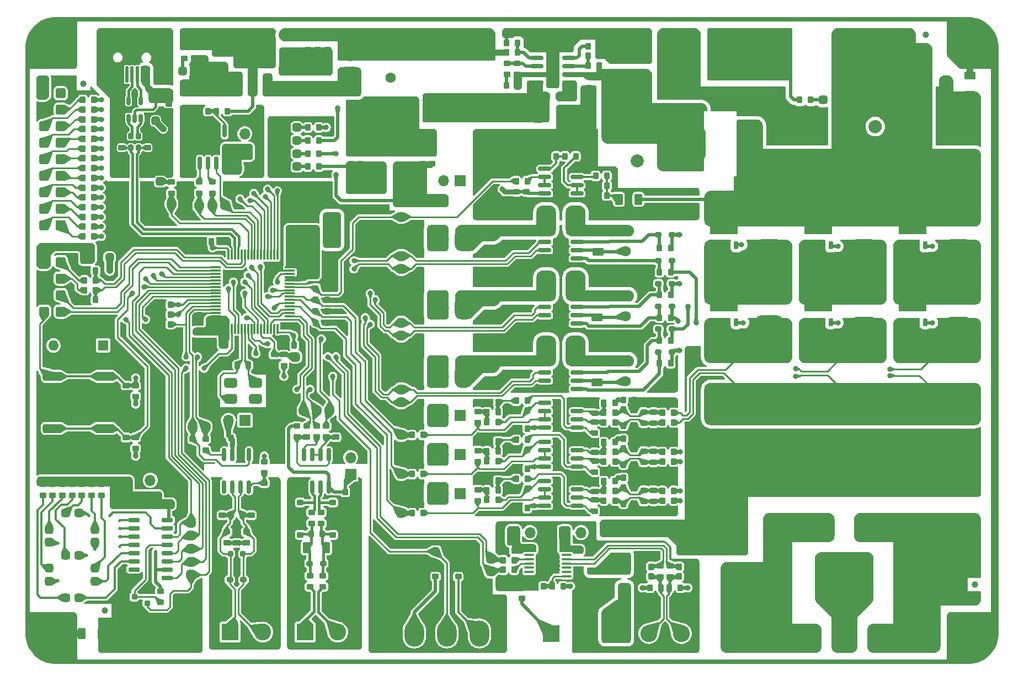
<source format=gbr>
%TF.GenerationSoftware,KiCad,Pcbnew,8.0.4*%
%TF.CreationDate,2024-09-01T16:51:35+03:00*%
%TF.ProjectId,STM32_Motor_Kit_v0.1,53544d33-325f-44d6-9f74-6f725f4b6974,rev?*%
%TF.SameCoordinates,Original*%
%TF.FileFunction,Copper,L1,Top*%
%TF.FilePolarity,Positive*%
%FSLAX46Y46*%
G04 Gerber Fmt 4.6, Leading zero omitted, Abs format (unit mm)*
G04 Created by KiCad (PCBNEW 8.0.4) date 2024-09-01 16:51:35*
%MOMM*%
%LPD*%
G01*
G04 APERTURE LIST*
G04 Aperture macros list*
%AMRoundRect*
0 Rectangle with rounded corners*
0 $1 Rounding radius*
0 $2 $3 $4 $5 $6 $7 $8 $9 X,Y pos of 4 corners*
0 Add a 4 corners polygon primitive as box body*
4,1,4,$2,$3,$4,$5,$6,$7,$8,$9,$2,$3,0*
0 Add four circle primitives for the rounded corners*
1,1,$1+$1,$2,$3*
1,1,$1+$1,$4,$5*
1,1,$1+$1,$6,$7*
1,1,$1+$1,$8,$9*
0 Add four rect primitives between the rounded corners*
20,1,$1+$1,$2,$3,$4,$5,0*
20,1,$1+$1,$4,$5,$6,$7,0*
20,1,$1+$1,$6,$7,$8,$9,0*
20,1,$1+$1,$8,$9,$2,$3,0*%
%AMFreePoly0*
4,1,9,2.975000,-2.350000,1.425000,-2.350000,1.425000,-2.100000,-1.650000,-2.100000,-1.650000,2.100000,1.425000,2.100000,1.425000,2.350000,2.975000,2.350000,2.975000,-2.350000,2.975000,-2.350000,$1*%
%AMFreePoly1*
4,1,25,-0.800000,0.400000,-0.780423,0.523607,-0.723607,0.635114,-0.635114,0.723607,-0.523607,0.780423,-0.400000,0.800000,0.400000,0.800000,0.523607,0.780423,0.635114,0.723607,0.723607,0.635114,0.780423,0.523607,0.800000,0.400000,0.800000,-0.400000,0.780423,-0.523607,0.723607,-0.635114,0.635114,-0.723607,0.523607,-0.780423,0.400000,-0.800000,-0.400000,-0.800000,-0.523607,-0.780423,
-0.635114,-0.723607,-0.723607,-0.635114,-0.780423,-0.523607,-0.800000,-0.400000,-0.800000,0.400000,-0.800000,0.400000,$1*%
G04 Aperture macros list end*
%TA.AperFunction,SMDPad,CuDef*%
%ADD10RoundRect,0.180000X-0.270000X-0.320000X0.270000X-0.320000X0.270000X0.320000X-0.270000X0.320000X0*%
%TD*%
%TA.AperFunction,SMDPad,CuDef*%
%ADD11RoundRect,0.325000X0.325000X0.325000X-0.325000X0.325000X-0.325000X-0.325000X0.325000X-0.325000X0*%
%TD*%
%TA.AperFunction,SMDPad,CuDef*%
%ADD12RoundRect,0.180000X-0.320000X0.270000X-0.320000X-0.270000X0.320000X-0.270000X0.320000X0.270000X0*%
%TD*%
%TA.AperFunction,ComponentPad*%
%ADD13R,1.700000X1.700000*%
%TD*%
%TA.AperFunction,ComponentPad*%
%ADD14O,1.700000X1.700000*%
%TD*%
%TA.AperFunction,SMDPad,CuDef*%
%ADD15RoundRect,0.150000X0.825000X0.150000X-0.825000X0.150000X-0.825000X-0.150000X0.825000X-0.150000X0*%
%TD*%
%TA.AperFunction,SMDPad,CuDef*%
%ADD16RoundRect,0.499500X-0.250500X-0.250500X0.250500X-0.250500X0.250500X0.250500X-0.250500X0.250500X0*%
%TD*%
%TA.AperFunction,SMDPad,CuDef*%
%ADD17RoundRect,0.180000X0.270000X0.320000X-0.270000X0.320000X-0.270000X-0.320000X0.270000X-0.320000X0*%
%TD*%
%TA.AperFunction,SMDPad,CuDef*%
%ADD18RoundRect,0.162500X-0.162500X0.487500X-0.162500X-0.487500X0.162500X-0.487500X0.162500X0.487500X0*%
%TD*%
%TA.AperFunction,SMDPad,CuDef*%
%ADD19RoundRect,0.200000X0.200000X0.300000X-0.200000X0.300000X-0.200000X-0.300000X0.200000X-0.300000X0*%
%TD*%
%TA.AperFunction,ComponentPad*%
%ADD20R,1.600000X1.600000*%
%TD*%
%TA.AperFunction,ComponentPad*%
%ADD21C,1.600000*%
%TD*%
%TA.AperFunction,SMDPad,CuDef*%
%ADD22RoundRect,0.180000X0.320000X-0.270000X0.320000X0.270000X-0.320000X0.270000X-0.320000X-0.270000X0*%
%TD*%
%TA.AperFunction,SMDPad,CuDef*%
%ADD23RoundRect,0.325000X0.337500X0.325000X-0.337500X0.325000X-0.337500X-0.325000X0.337500X-0.325000X0*%
%TD*%
%TA.AperFunction,SMDPad,CuDef*%
%ADD24RoundRect,0.175000X-0.175000X-0.450000X0.175000X-0.450000X0.175000X0.450000X-0.175000X0.450000X0*%
%TD*%
%TA.AperFunction,SMDPad,CuDef*%
%ADD25FreePoly0,90.000000*%
%TD*%
%TA.AperFunction,ComponentPad*%
%ADD26RoundRect,0.400000X0.400000X0.400000X-0.400000X0.400000X-0.400000X-0.400000X0.400000X-0.400000X0*%
%TD*%
%TA.AperFunction,ComponentPad*%
%ADD27C,0.800000*%
%TD*%
%TA.AperFunction,ComponentPad*%
%ADD28C,5.600000*%
%TD*%
%TA.AperFunction,SMDPad,CuDef*%
%ADD29RoundRect,0.325000X-0.325000X-0.325000X0.325000X-0.325000X0.325000X0.325000X-0.325000X0.325000X0*%
%TD*%
%TA.AperFunction,SMDPad,CuDef*%
%ADD30RoundRect,0.325000X-0.337500X-0.325000X0.337500X-0.325000X0.337500X0.325000X-0.337500X0.325000X0*%
%TD*%
%TA.AperFunction,SMDPad,CuDef*%
%ADD31RoundRect,0.499500X0.250500X0.250500X-0.250500X0.250500X-0.250500X-0.250500X0.250500X-0.250500X0*%
%TD*%
%TA.AperFunction,SMDPad,CuDef*%
%ADD32RoundRect,0.350000X-1.150000X-0.350000X1.150000X-0.350000X1.150000X0.350000X-1.150000X0.350000X0*%
%TD*%
%TA.AperFunction,SMDPad,CuDef*%
%ADD33RoundRect,0.200000X-0.300000X-0.200000X0.300000X-0.200000X0.300000X0.200000X-0.300000X0.200000X0*%
%TD*%
%TA.AperFunction,SMDPad,CuDef*%
%ADD34RoundRect,0.240000X-0.610000X0.360000X-0.610000X-0.360000X0.610000X-0.360000X0.610000X0.360000X0*%
%TD*%
%TA.AperFunction,ComponentPad*%
%ADD35R,2.000000X2.000000*%
%TD*%
%TA.AperFunction,ComponentPad*%
%ADD36C,2.000000*%
%TD*%
%TA.AperFunction,SMDPad,CuDef*%
%ADD37RoundRect,0.750000X-1.250000X-0.750000X1.250000X-0.750000X1.250000X0.750000X-1.250000X0.750000X0*%
%TD*%
%TA.AperFunction,SMDPad,CuDef*%
%ADD38RoundRect,0.150000X-0.825000X-0.150000X0.825000X-0.150000X0.825000X0.150000X-0.825000X0.150000X0*%
%TD*%
%TA.AperFunction,SMDPad,CuDef*%
%ADD39RoundRect,0.499500X-0.250500X0.250500X-0.250500X-0.250500X0.250500X-0.250500X0.250500X0.250500X0*%
%TD*%
%TA.AperFunction,SMDPad,CuDef*%
%ADD40RoundRect,0.240000X-0.360000X-0.610000X0.360000X-0.610000X0.360000X0.610000X-0.360000X0.610000X0*%
%TD*%
%TA.AperFunction,SMDPad,CuDef*%
%ADD41C,1.000000*%
%TD*%
%TA.AperFunction,ComponentPad*%
%ADD42O,1.600000X1.600000*%
%TD*%
%TA.AperFunction,SMDPad,CuDef*%
%ADD43RoundRect,0.750000X0.750000X-1.250000X0.750000X1.250000X-0.750000X1.250000X-0.750000X-1.250000X0*%
%TD*%
%TA.AperFunction,SMDPad,CuDef*%
%ADD44RoundRect,0.375000X0.625000X0.375000X-0.625000X0.375000X-0.625000X-0.375000X0.625000X-0.375000X0*%
%TD*%
%TA.AperFunction,SMDPad,CuDef*%
%ADD45RoundRect,0.325000X0.325000X-0.325000X0.325000X0.325000X-0.325000X0.325000X-0.325000X-0.325000X0*%
%TD*%
%TA.AperFunction,SMDPad,CuDef*%
%ADD46RoundRect,0.400000X-1.300000X0.600000X-1.300000X-0.600000X1.300000X-0.600000X1.300000X0.600000X0*%
%TD*%
%TA.AperFunction,SMDPad,CuDef*%
%ADD47RoundRect,0.125000X0.125000X1.125000X-0.125000X1.125000X-0.125000X-1.125000X0.125000X-1.125000X0*%
%TD*%
%TA.AperFunction,SMDPad,CuDef*%
%ADD48RoundRect,0.500000X0.500000X0.750000X-0.500000X0.750000X-0.500000X-0.750000X0.500000X-0.750000X0*%
%TD*%
%TA.AperFunction,SMDPad,CuDef*%
%ADD49RoundRect,0.325000X0.325000X-0.337500X0.325000X0.337500X-0.325000X0.337500X-0.325000X-0.337500X0*%
%TD*%
%TA.AperFunction,ComponentPad*%
%ADD50R,2.600000X2.600000*%
%TD*%
%TA.AperFunction,ComponentPad*%
%ADD51C,2.600000*%
%TD*%
%TA.AperFunction,SMDPad,CuDef*%
%ADD52RoundRect,0.750000X0.750000X1.750000X-0.750000X1.750000X-0.750000X-1.750000X0.750000X-1.750000X0*%
%TD*%
%TA.AperFunction,SMDPad,CuDef*%
%ADD53RoundRect,0.100000X-0.637500X-0.100000X0.637500X-0.100000X0.637500X0.100000X-0.637500X0.100000X0*%
%TD*%
%TA.AperFunction,ComponentPad*%
%ADD54O,2.500000X4.000000*%
%TD*%
%TA.AperFunction,SMDPad,CuDef*%
%ADD55RoundRect,0.500000X0.550000X0.500000X-0.550000X0.500000X-0.550000X-0.500000X0.550000X-0.500000X0*%
%TD*%
%TA.AperFunction,SMDPad,CuDef*%
%ADD56RoundRect,0.499500X0.250500X-0.250500X0.250500X0.250500X-0.250500X0.250500X-0.250500X-0.250500X0*%
%TD*%
%TA.AperFunction,SMDPad,CuDef*%
%ADD57RoundRect,0.200000X-0.200000X0.250000X-0.200000X-0.250000X0.200000X-0.250000X0.200000X0.250000X0*%
%TD*%
%TA.AperFunction,SMDPad,CuDef*%
%ADD58RoundRect,0.150000X-0.150000X0.825000X-0.150000X-0.825000X0.150000X-0.825000X0.150000X0.825000X0*%
%TD*%
%TA.AperFunction,SMDPad,CuDef*%
%ADD59RoundRect,0.150000X-0.725000X-0.150000X0.725000X-0.150000X0.725000X0.150000X-0.725000X0.150000X0*%
%TD*%
%TA.AperFunction,SMDPad,CuDef*%
%ADD60RoundRect,0.500000X-0.550000X-0.500000X0.550000X-0.500000X0.550000X0.500000X-0.550000X0.500000X0*%
%TD*%
%TA.AperFunction,SMDPad,CuDef*%
%ADD61RoundRect,0.375000X0.375000X-0.625000X0.375000X0.625000X-0.375000X0.625000X-0.375000X-0.625000X0*%
%TD*%
%TA.AperFunction,SMDPad,CuDef*%
%ADD62RoundRect,0.500000X1.400000X-0.500000X1.400000X0.500000X-1.400000X0.500000X-1.400000X-0.500000X0*%
%TD*%
%TA.AperFunction,SMDPad,CuDef*%
%ADD63RoundRect,0.350000X0.350000X-0.900000X0.350000X0.900000X-0.350000X0.900000X-0.350000X-0.900000X0*%
%TD*%
%TA.AperFunction,SMDPad,CuDef*%
%ADD64RoundRect,0.620000X2.480000X-2.680000X2.480000X2.680000X-2.480000X2.680000X-2.480000X-2.680000X0*%
%TD*%
%TA.AperFunction,SMDPad,CuDef*%
%ADD65RoundRect,0.075000X0.075000X-0.700000X0.075000X0.700000X-0.075000X0.700000X-0.075000X-0.700000X0*%
%TD*%
%TA.AperFunction,SMDPad,CuDef*%
%ADD66RoundRect,0.075000X0.700000X-0.075000X0.700000X0.075000X-0.700000X0.075000X-0.700000X-0.075000X0*%
%TD*%
%TA.AperFunction,ComponentPad*%
%ADD67FreePoly1,180.000000*%
%TD*%
%TA.AperFunction,SMDPad,CuDef*%
%ADD68RoundRect,0.750000X1.750000X-0.750000X1.750000X0.750000X-1.750000X0.750000X-1.750000X-0.750000X0*%
%TD*%
%TA.AperFunction,ComponentPad*%
%ADD69O,3.000000X4.000000*%
%TD*%
%TA.AperFunction,SMDPad,CuDef*%
%ADD70RoundRect,0.200000X0.800000X1.700000X-0.800000X1.700000X-0.800000X-1.700000X0.800000X-1.700000X0*%
%TD*%
%TA.AperFunction,SMDPad,CuDef*%
%ADD71RoundRect,0.200000X-0.200000X0.300000X-0.200000X-0.300000X0.200000X-0.300000X0.200000X0.300000X0*%
%TD*%
%TA.AperFunction,SMDPad,CuDef*%
%ADD72RoundRect,0.750000X1.250000X0.750000X-1.250000X0.750000X-1.250000X-0.750000X1.250000X-0.750000X0*%
%TD*%
%TA.AperFunction,SMDPad,CuDef*%
%ADD73RoundRect,0.200000X0.250000X0.200000X-0.250000X0.200000X-0.250000X-0.200000X0.250000X-0.200000X0*%
%TD*%
%TA.AperFunction,SMDPad,CuDef*%
%ADD74RoundRect,0.240000X0.610000X-0.360000X0.610000X0.360000X-0.610000X0.360000X-0.610000X-0.360000X0*%
%TD*%
%TA.AperFunction,ViaPad*%
%ADD75C,0.800000*%
%TD*%
%TA.AperFunction,ViaPad*%
%ADD76C,0.500000*%
%TD*%
%TA.AperFunction,Conductor*%
%ADD77C,0.500000*%
%TD*%
%TA.AperFunction,Conductor*%
%ADD78C,0.250000*%
%TD*%
%TA.AperFunction,Conductor*%
%ADD79C,0.420000*%
%TD*%
%TA.AperFunction,Conductor*%
%ADD80C,0.300000*%
%TD*%
%TA.AperFunction,Conductor*%
%ADD81C,0.400000*%
%TD*%
%TA.AperFunction,Conductor*%
%ADD82C,1.000000*%
%TD*%
%TA.AperFunction,Conductor*%
%ADD83C,0.800000*%
%TD*%
%TA.AperFunction,Conductor*%
%ADD84C,0.750000*%
%TD*%
G04 APERTURE END LIST*
D10*
%TO.P,R50,1*%
%TO.N,/Motor_Control/V_Phase_L*%
X85150000Y45000000D03*
%TO.P,R50,2*%
%TO.N,Net-(D20-Pad2)*%
X86850000Y45000000D03*
%TD*%
D11*
%TO.P,D9,1*%
%TO.N,+5V*%
X750000Y54250000D03*
%TO.P,D9,2*%
%TO.N,Net-(J2-Pin_8)*%
X-2750000Y54250000D03*
%TD*%
D12*
%TO.P,R24,1*%
%TO.N,/CanBus_Communication/CAN_H*%
X21750000Y12100000D03*
%TO.P,R24,2*%
%TO.N,Net-(C42-Pad1)*%
X21750000Y10400000D03*
%TD*%
D13*
%TO.P,JP13,1,A*%
%TO.N,Net-(JP13-A)*%
X37750000Y20975000D03*
D14*
%TO.P,JP13,2,B*%
%TO.N,+5V*%
X37750000Y23515000D03*
%TD*%
D15*
%TO.P,U3,1*%
%TO.N,Net-(U3A--)*%
X72475000Y64095000D03*
%TO.P,U3,2,-*%
X72475000Y65365000D03*
%TO.P,U3,3,+*%
%TO.N,Net-(U3A-+)*%
X72475000Y66635000D03*
%TO.P,U3,4,V-*%
%TO.N,GND*%
X72475000Y67905000D03*
%TO.P,U3,5,+*%
%TO.N,Net-(U3B-+)*%
X67525000Y67905000D03*
%TO.P,U3,6,-*%
%TO.N,Net-(U3B--)*%
X67525000Y66635000D03*
%TO.P,U3,7*%
X67525000Y65365000D03*
%TO.P,U3,8,V+*%
%TO.N,Net-(JP3-A)*%
X67525000Y64095000D03*
%TD*%
D16*
%TO.P,TP6,1,1*%
%TO.N,GND*%
X49500000Y72500000D03*
%TD*%
D17*
%TO.P,R106,1*%
%TO.N,/MCU/PC11*%
X-1650000Y59000000D03*
%TO.P,R106,2*%
%TO.N,/PC11*%
X-3350000Y59000000D03*
%TD*%
D18*
%TO.P,U17,1,I/O_1*%
%TO.N,/USB_Communication/USB1_N*%
X5550000Y78350000D03*
%TO.P,U17,2,GND*%
%TO.N,GND*%
X4600000Y78350000D03*
%TO.P,U17,3,I/O_2*%
%TO.N,/USB_Communication/USB1_P*%
X3650000Y78350000D03*
%TO.P,U17,4,I/O_3*%
%TO.N,/USB_Communication/USB0_P*%
X3650000Y75650000D03*
%TO.P,U17,5,VDD*%
%TO.N,VUSB*%
X4600000Y75650000D03*
%TO.P,U17,6,I/O_4*%
%TO.N,/USB_Communication/USB0_N*%
X5550000Y75650000D03*
%TD*%
D10*
%TO.P,R63,1*%
%TO.N,/ADC_Shunt_V*%
X47150000Y21000000D03*
%TO.P,R63,2*%
%TO.N,Net-(U11B--)*%
X48850000Y21000000D03*
%TD*%
D12*
%TO.P,C95,1*%
%TO.N,GND*%
X35000000Y13350000D03*
%TO.P,C95,2*%
%TO.N,/RS485_Communication/RS485_1_N*%
X35000000Y11650000D03*
%TD*%
D19*
%TO.P,L3,1,1*%
%TO.N,/USB_D_N*%
X5200000Y71100000D03*
%TO.P,L3,2,2*%
%TO.N,/USB_Communication/USB0_N*%
X5200000Y72900000D03*
%TO.P,L3,3,3*%
%TO.N,/USB_Communication/USB0_P*%
X4000000Y72900000D03*
%TO.P,L3,4,4*%
%TO.N,/USB_D_P*%
X4000000Y71100000D03*
%TD*%
D20*
%TO.P,C57,1*%
%TO.N,Net-(U9-VB)*%
X79950000Y38250000D03*
D21*
%TO.P,C57,2*%
%TO.N,/Motor_Control/W_Phase_COM*%
X79950000Y35250000D03*
%TD*%
D17*
%TO.P,C2,1*%
%TO.N,/MCU/OSC_IN*%
X20350000Y37750000D03*
%TO.P,C2,2*%
%TO.N,GND*%
X18650000Y37750000D03*
%TD*%
D22*
%TO.P,R80,1*%
%TO.N,Net-(U14-R)*%
X31000000Y26650000D03*
%TO.P,R80,2*%
%TO.N,/USART2_RX*%
X31000000Y28350000D03*
%TD*%
D23*
%TO.P,D38,1*%
%TO.N,Net-(U15-QA)*%
X-4000000Y15000000D03*
%TO.P,D38,2*%
%TO.N,Net-(D38-Pad2)*%
X-6000000Y15000000D03*
%TD*%
D17*
%TO.P,C17,1*%
%TO.N,Net-(U3B-+)*%
X69300000Y69800000D03*
%TO.P,C17,2*%
%TO.N,GND*%
X67600000Y69800000D03*
%TD*%
%TO.P,C111,1*%
%TO.N,Net-(U10B-+)*%
X64850000Y30750000D03*
%TO.P,C111,2*%
%TO.N,GND*%
X63150000Y30750000D03*
%TD*%
D24*
%TO.P,Q6,1*%
%TO.N,/Motor_Control/W_Shunt_High*%
X122090000Y44330000D03*
%TO.P,Q6,2*%
X123360000Y44330000D03*
%TO.P,Q6,3*%
X124640000Y44330000D03*
%TO.P,Q6,4*%
%TO.N,Net-(D24-Pad2)*%
X125910000Y44330000D03*
D25*
%TO.P,Q6,5*%
%TO.N,/Motor_Control/W_Phase_COM*%
X124000000Y47600000D03*
%TD*%
D13*
%TO.P,JP4,1,A*%
%TO.N,+5V*%
X21525000Y29250000D03*
D14*
%TO.P,JP4,2,B*%
%TO.N,Net-(JP4-B)*%
X18985000Y29250000D03*
%TD*%
D10*
%TO.P,R32,1*%
%TO.N,Net-(C62-Pad1)*%
X85600000Y16900000D03*
%TO.P,R32,2*%
%TO.N,/Motor_Control/UVW_Phase_Total*%
X87300000Y16900000D03*
%TD*%
D20*
%TO.P,C43,1*%
%TO.N,Net-(JP6-A)*%
X59200000Y57805112D03*
D21*
%TO.P,C43,2*%
%TO.N,GND*%
X59200000Y55305112D03*
%TD*%
D26*
%TO.P,J2,1,Pin_1*%
%TO.N,/SWCLK*%
X-6765000Y45950000D03*
%TO.P,J2,2,Pin_2*%
%TO.N,/RST*%
X-9305000Y45950000D03*
%TO.P,J2,3,Pin_3*%
%TO.N,/SWDIO*%
X-6765000Y48490000D03*
%TO.P,J2,4,Pin_4*%
%TO.N,GND*%
X-9305000Y48490000D03*
%TO.P,J2,5,Pin_5*%
%TO.N,Net-(J2-Pin_5)*%
X-6765000Y51030000D03*
%TO.P,J2,6,Pin_6*%
%TO.N,GND*%
X-9305000Y51030000D03*
%TO.P,J2,7,Pin_7*%
%TO.N,Net-(J2-Pin_7)*%
X-6765000Y53570000D03*
%TO.P,J2,8,Pin_8*%
%TO.N,Net-(J2-Pin_8)*%
X-9305000Y53570000D03*
%TD*%
D12*
%TO.P,C28,1*%
%TO.N,Net-(U4-COMP)*%
X61750000Y84100000D03*
%TO.P,C28,2*%
%TO.N,Net-(C28-Pad2)*%
X61750000Y82400000D03*
%TD*%
D10*
%TO.P,C89,1*%
%TO.N,/Encoder/ENC-DATA_B*%
X88150000Y6750000D03*
%TO.P,C89,2*%
%TO.N,GND*%
X89850000Y6750000D03*
%TD*%
%TO.P,R9,1*%
%TO.N,/ADC_BUS_Voltage_Read*%
X63150000Y66000000D03*
%TO.P,R9,2*%
%TO.N,Net-(U3B--)*%
X64850000Y66000000D03*
%TD*%
D22*
%TO.P,C102,1*%
%TO.N,GND*%
X3250000Y24900000D03*
%TO.P,C102,2*%
%TO.N,/User_Button*%
X3250000Y26600000D03*
%TD*%
D27*
%TO.P,H2,1,1*%
%TO.N,Chassis*%
X130300000Y86500000D03*
X131000000Y88000000D03*
X131000000Y85000000D03*
X132500000Y88700000D03*
D28*
X132500000Y86500000D03*
D27*
X132500000Y84300000D03*
X134000000Y88000000D03*
X134000000Y85000000D03*
X134700000Y86500000D03*
%TD*%
D29*
%TO.P,D3,1*%
%TO.N,Net-(D3-Pad1)*%
X11950000Y82950000D03*
%TO.P,D3,2*%
%TO.N,GND*%
X15450000Y82950000D03*
%TD*%
D17*
%TO.P,R12,1*%
%TO.N,GND*%
X63350000Y80750000D03*
%TO.P,R12,2*%
%TO.N,Net-(C28-Pad2)*%
X61650000Y80750000D03*
%TD*%
D10*
%TO.P,C69,1*%
%TO.N,Net-(C61-Pad2)*%
X79600000Y24900000D03*
%TO.P,C69,2*%
%TO.N,GND*%
X81300000Y24900000D03*
%TD*%
%TO.P,C87,1*%
%TO.N,Net-(JP12-A)*%
X73000000Y9250000D03*
%TO.P,C87,2*%
%TO.N,GND*%
X74700000Y9250000D03*
%TD*%
D30*
%TO.P,D8,1*%
%TO.N,GND*%
X27500000Y74250000D03*
%TO.P,D8,2*%
%TO.N,Net-(D8-Pad2)*%
X29500000Y74250000D03*
%TD*%
D31*
%TO.P,TP18,1,1*%
%TO.N,/ENC_DATA_B*%
X59250000Y8000000D03*
%TD*%
D10*
%TO.P,C107,1*%
%TO.N,+3.3V*%
X79600000Y32400000D03*
%TO.P,C107,2*%
%TO.N,GND*%
X81300000Y32400000D03*
%TD*%
D16*
%TO.P,TP33,1,1*%
%TO.N,/User_Led*%
X10250000Y62500000D03*
%TD*%
D22*
%TO.P,R53,1*%
%TO.N,/Motor_Control/Vout_U*%
X75200000Y27300000D03*
%TO.P,R53,2*%
%TO.N,Net-(U10A--)*%
X75200000Y29000000D03*
%TD*%
D17*
%TO.P,C35,1*%
%TO.N,/FTDI_UART_TX*%
X-1400000Y47750000D03*
%TO.P,C35,2*%
%TO.N,GND*%
X-3100000Y47750000D03*
%TD*%
D22*
%TO.P,C27,1*%
%TO.N,+15V*%
X48750000Y68650000D03*
%TO.P,C27,2*%
%TO.N,GND*%
X48750000Y70350000D03*
%TD*%
D17*
%TO.P,R68,1*%
%TO.N,Net-(U10B-+)*%
X60350000Y29000000D03*
%TO.P,R68,2*%
%TO.N,Net-(C112-Pad1)*%
X58650000Y29000000D03*
%TD*%
D32*
%TO.P,SW3,1*%
%TO.N,/User_Button*%
X-8000000Y28000000D03*
%TO.P,SW3,2*%
X0Y28000000D03*
%TO.P,SW3,3*%
%TO.N,GND*%
X-8000000Y23500000D03*
%TO.P,SW3,4*%
X0Y23500000D03*
%TD*%
D22*
%TO.P,R82,1*%
%TO.N,Net-(U14-D)*%
X32500000Y26650000D03*
%TO.P,R82,2*%
%TO.N,/USART2_TX*%
X32500000Y28350000D03*
%TD*%
D33*
%TO.P,D15,1*%
%TO.N,/Motor_Control/U_Phase_H*%
X84950000Y57750000D03*
%TO.P,D15,2*%
%TO.N,Net-(D15-Pad2)*%
X87050000Y57750000D03*
%TD*%
D10*
%TO.P,R42,1*%
%TO.N,Net-(U12A-+)*%
X76600000Y18400000D03*
%TO.P,R42,2*%
%TO.N,Net-(C62-Pad2)*%
X78300000Y18400000D03*
%TD*%
D22*
%TO.P,R55,1*%
%TO.N,/Motor_Control/Vout_W*%
X75200000Y15300000D03*
%TO.P,R55,2*%
%TO.N,Net-(U12A--)*%
X75200000Y17000000D03*
%TD*%
D10*
%TO.P,R38,1*%
%TO.N,Net-(U10A-+)*%
X76600000Y30400000D03*
%TO.P,R38,2*%
%TO.N,Net-(C60-Pad2)*%
X78300000Y30400000D03*
%TD*%
%TO.P,R15,1*%
%TO.N,Net-(D5-Pad2)*%
X31150000Y68250000D03*
%TO.P,R15,2*%
%TO.N,+24V*%
X32850000Y68250000D03*
%TD*%
D12*
%TO.P,R103,1*%
%TO.N,/User_Button*%
X4750000Y26600000D03*
%TO.P,R103,2*%
%TO.N,+3.3V_MCU*%
X4750000Y24900000D03*
%TD*%
D10*
%TO.P,C68,1*%
%TO.N,Net-(C61-Pad1)*%
X79600000Y22400000D03*
%TO.P,C68,2*%
%TO.N,GND*%
X81300000Y22400000D03*
%TD*%
D17*
%TO.P,R13,1*%
%TO.N,Net-(U4-VSENSE)*%
X63350000Y85750000D03*
%TO.P,R13,2*%
%TO.N,+5V*%
X61650000Y85750000D03*
%TD*%
D22*
%TO.P,C12,1*%
%TO.N,Net-(JP2-A)*%
X28950000Y80949999D03*
%TO.P,C12,2*%
%TO.N,GND*%
X28950000Y82649999D03*
%TD*%
D24*
%TO.P,Q4,1*%
%TO.N,/Motor_Control/V_Shunt_High*%
X107590000Y44330000D03*
%TO.P,Q4,2*%
X108860000Y44330000D03*
%TO.P,Q4,3*%
X110140000Y44330000D03*
%TO.P,Q4,4*%
%TO.N,Net-(D20-Pad2)*%
X111410000Y44330000D03*
D25*
%TO.P,Q4,5*%
%TO.N,/Motor_Control/V_Phase_COM*%
X109500000Y47600000D03*
%TD*%
D34*
%TO.P,C90,1*%
%TO.N,+5V*%
X77250000Y6500000D03*
%TO.P,C90,2*%
%TO.N,GND*%
X77250000Y3500000D03*
%TD*%
D13*
%TO.P,JP10,1,A*%
%TO.N,Net-(JP10-A)*%
X54525000Y18000000D03*
D14*
%TO.P,JP10,2,B*%
%TO.N,+3.3V*%
X51985000Y18000000D03*
%TD*%
D12*
%TO.P,C49,1*%
%TO.N,Net-(JP6-A)*%
X64700000Y58250000D03*
%TO.P,C49,2*%
%TO.N,GND*%
X64700000Y56550000D03*
%TD*%
D34*
%TO.P,C16,1*%
%TO.N,+3.3V*%
X17700000Y86200000D03*
%TO.P,C16,2*%
%TO.N,GND*%
X17700000Y83200000D03*
%TD*%
D35*
%TO.P,C19,1*%
%TO.N,+24V*%
X81750000Y74117677D03*
D36*
%TO.P,C19,2*%
%TO.N,GND*%
X81750000Y69117677D03*
%TD*%
D37*
%TO.P,D26,1*%
%TO.N,/Motor_Control/W_Phase_COM*%
X131000000Y50400000D03*
%TO.P,D26,2*%
%TO.N,/Motor_Control/W_Shunt_High*%
X131000000Y43600000D03*
%TD*%
D13*
%TO.P,JP6,1,A*%
%TO.N,Net-(JP6-A)*%
X54525000Y57000000D03*
D14*
%TO.P,JP6,2,B*%
%TO.N,+15V*%
X51985000Y57000000D03*
%TD*%
D22*
%TO.P,R93,1*%
%TO.N,Net-(D40-Pad2)*%
X-2000000Y17750000D03*
%TO.P,R93,2*%
%TO.N,Net-(JP14-A)*%
X-2000000Y19450000D03*
%TD*%
D37*
%TO.P,D25,1*%
%TO.N,Vbus*%
X131000000Y62400000D03*
%TO.P,D25,2*%
%TO.N,/Motor_Control/W_Phase_COM*%
X131000000Y55600000D03*
%TD*%
D16*
%TO.P,TP25,1,1*%
%TO.N,/SN74HC_OE*%
X13250000Y5500000D03*
%TD*%
D38*
%TO.P,U8,1,VCC*%
%TO.N,Net-(JP7-A)*%
X67525000Y47905000D03*
%TO.P,U8,2,HI_IN*%
%TO.N,/V_Drive_H*%
X67525000Y46635000D03*
%TO.P,U8,3,LO_IN*%
%TO.N,/V_Drive_L*%
X67525000Y45365000D03*
%TO.P,U8,4,GND*%
%TO.N,GND*%
X67525000Y44095000D03*
%TO.P,U8,5,DRV_LO*%
%TO.N,/Motor_Control/V_Phase_L*%
X72475000Y44095000D03*
%TO.P,U8,6,VS*%
%TO.N,/Motor_Control/V_Phase_COM*%
X72475000Y45365000D03*
%TO.P,U8,7,DRV_HI*%
%TO.N,/Motor_Control/V_Phase_H*%
X72475000Y46635000D03*
%TO.P,U8,8,VB*%
%TO.N,Net-(U8-VB)*%
X72475000Y47905000D03*
%TD*%
D39*
%TO.P,TP13,1,1*%
%TO.N,/V_Drive_L*%
X45500000Y42250000D03*
%TD*%
D34*
%TO.P,C54,1*%
%TO.N,Net-(U8-VB)*%
X75550000Y48100000D03*
%TO.P,C54,2*%
%TO.N,/Motor_Control/V_Phase_COM*%
X75550000Y45100000D03*
%TD*%
D40*
%TO.P,C74,1*%
%TO.N,Chassis*%
X-3500000Y-3500000D03*
%TO.P,C74,2*%
%TO.N,GND*%
X-500000Y-3500000D03*
%TD*%
D17*
%TO.P,C8,1*%
%TO.N,GND*%
X34100000Y51500000D03*
%TO.P,C8,2*%
%TO.N,+3.3V_MCU*%
X32400000Y51500000D03*
%TD*%
D37*
%TO.P,D17,1*%
%TO.N,Vbus*%
X102000000Y62400000D03*
%TO.P,D17,2*%
%TO.N,/Motor_Control/U_Phase_COM*%
X102000000Y55600000D03*
%TD*%
D20*
%TO.P,C45,1*%
%TO.N,Net-(JP5-A)*%
X59200000Y37405112D03*
D21*
%TO.P,C45,2*%
%TO.N,GND*%
X59200000Y34905112D03*
%TD*%
D23*
%TO.P,D44,1*%
%TO.N,Net-(U15-QG)*%
X-4000000Y2000000D03*
%TO.P,D44,2*%
%TO.N,Net-(D44-Pad2)*%
X-6000000Y2000000D03*
%TD*%
D22*
%TO.P,R48,1*%
%TO.N,Net-(U12A-+)*%
X75200000Y18300000D03*
%TO.P,R48,2*%
%TO.N,GND*%
X75200000Y20000000D03*
%TD*%
D16*
%TO.P,TP23,1,1*%
%TO.N,/Potentiometer_Read*%
X29250000Y39000000D03*
%TD*%
D12*
%TO.P,C46,1*%
%TO.N,Net-(JP6-A)*%
X63200000Y58250000D03*
%TO.P,C46,2*%
%TO.N,GND*%
X63200000Y56550000D03*
%TD*%
D41*
%TO.P,FID4,*%
%TO.N,*%
X133500000Y4000000D03*
%TD*%
D10*
%TO.P,R29,1*%
%TO.N,Net-(C60-Pad2)*%
X85600000Y30400000D03*
%TO.P,R29,2*%
%TO.N,/Motor_Control/U_Shunt_High*%
X87300000Y30400000D03*
%TD*%
%TO.P,R28,1*%
%TO.N,Net-(C60-Pad1)*%
X85600000Y28900000D03*
%TO.P,R28,2*%
%TO.N,/Motor_Control/UVW_Phase_Total*%
X87300000Y28900000D03*
%TD*%
%TO.P,R30,1*%
%TO.N,Net-(C61-Pad1)*%
X85600000Y22900000D03*
%TO.P,R30,2*%
%TO.N,/Motor_Control/UVW_Phase_Total*%
X87300000Y22900000D03*
%TD*%
D39*
%TO.P,TP11,1,1*%
%TO.N,/W_Drive_H*%
X45500000Y34000000D03*
%TD*%
D20*
%TO.P,SW1,1*%
%TO.N,/MCU_CAN_RX*%
X-250000Y40750000D03*
D42*
%TO.P,SW1,2*%
%TO.N,+3.3V_MCU*%
X-7870000Y40750000D03*
%TD*%
D12*
%TO.P,C4,1*%
%TO.N,GND*%
X14250000Y44600000D03*
%TO.P,C4,2*%
%TO.N,+3.3V_MCU*%
X14250000Y42900000D03*
%TD*%
%TO.P,C39,1*%
%TO.N,GND*%
X22500000Y16350000D03*
%TO.P,C39,2*%
%TO.N,/CanBus_Communication/CAN_H*%
X22500000Y14650000D03*
%TD*%
%TO.P,C37,1*%
%TO.N,/MCU_CAN_TX*%
X13500000Y26350000D03*
%TO.P,C37,2*%
%TO.N,GND*%
X13500000Y24650000D03*
%TD*%
D32*
%TO.P,SW2,1*%
%TO.N,/RST*%
X-8000000Y36000000D03*
%TO.P,SW2,2*%
X0Y36000000D03*
%TO.P,SW2,3*%
%TO.N,GND*%
X-8000000Y31500000D03*
%TO.P,SW2,4*%
X0Y31500000D03*
%TD*%
D35*
%TO.P,C58,1*%
%TO.N,Vbus*%
X118250000Y69382323D03*
D36*
%TO.P,C58,2*%
%TO.N,GND*%
X118250000Y74382323D03*
%TD*%
D12*
%TO.P,FB2,1*%
%TO.N,/RS485_Communication/RS485_2_P*%
X31750000Y15100000D03*
%TO.P,FB2,2*%
%TO.N,/RS485_Communication/RS485_1_P*%
X31750000Y13400000D03*
%TD*%
D30*
%TO.P,D7,1*%
%TO.N,GND*%
X27500000Y72250000D03*
%TO.P,D7,2*%
%TO.N,Net-(D7-Pad2)*%
X29500000Y72250000D03*
%TD*%
D41*
%TO.P,FID2,*%
%TO.N,*%
X126000000Y88500000D03*
%TD*%
D43*
%TO.P,D29,1*%
%TO.N,/Motor_Control/V_Phase_COM*%
X115850000Y5750000D03*
%TO.P,D29,2*%
%TO.N,/Motor_Control/W_Phase_COM*%
X122650000Y5750000D03*
%TD*%
D22*
%TO.P,R8,1*%
%TO.N,Net-(D3-Pad1)*%
X12200000Y84850000D03*
%TO.P,R8,2*%
%TO.N,+3.3V*%
X12200000Y86550000D03*
%TD*%
D44*
%TO.P,Y1,1*%
%TO.N,/MCU/OSC_OUT*%
X23150000Y35000000D03*
%TO.P,Y1,2,GND*%
%TO.N,unconnected-(Y1-GND-Pad2)*%
X19350000Y35000000D03*
%TO.P,Y1,3*%
%TO.N,/MCU/OSC_IN*%
X19350000Y32500000D03*
%TO.P,Y1,4,GND*%
%TO.N,unconnected-(Y1-GND-Pad4)*%
X23150000Y32500000D03*
%TD*%
D17*
%TO.P,R111,1*%
%TO.N,/MCU/PA0*%
X-1650000Y65000000D03*
%TO.P,R111,2*%
%TO.N,/PA0*%
X-3350000Y65000000D03*
%TD*%
D16*
%TO.P,TP24,1,1*%
%TO.N,GND*%
X56300000Y9082500D03*
%TD*%
D12*
%TO.P,R25,1*%
%TO.N,/CanBus_Communication/CAN_L*%
X18750000Y12100000D03*
%TO.P,R25,2*%
%TO.N,Net-(C42-Pad1)*%
X18750000Y10400000D03*
%TD*%
D20*
%TO.P,C53,1*%
%TO.N,Net-(U7-VB)*%
X79950000Y58250000D03*
D21*
%TO.P,C53,2*%
%TO.N,/Motor_Control/U_Phase_COM*%
X79950000Y55250000D03*
%TD*%
D12*
%TO.P,R22,1*%
%TO.N,Net-(JP4-B)*%
X24500000Y22850000D03*
%TO.P,R22,2*%
%TO.N,Net-(U6-S)*%
X24500000Y21150000D03*
%TD*%
D17*
%TO.P,R11,1*%
%TO.N,GND*%
X75850000Y85250000D03*
%TO.P,R11,2*%
%TO.N,Net-(U4-EN)*%
X74150000Y85250000D03*
%TD*%
D13*
%TO.P,JP12,1,A*%
%TO.N,Net-(JP12-A)*%
X70575000Y12000000D03*
D14*
%TO.P,JP12,2,B*%
%TO.N,+5V*%
X73115000Y12000000D03*
%TD*%
D45*
%TO.P,D33,1*%
%TO.N,+5V*%
X7800000Y75250000D03*
%TO.P,D33,2*%
%TO.N,VUSB*%
X7800000Y78750000D03*
%TD*%
D12*
%TO.P,C110,1*%
%TO.N,Net-(JP3-A)*%
X63200000Y64350000D03*
%TO.P,C110,2*%
%TO.N,GND*%
X63200000Y62650000D03*
%TD*%
D10*
%TO.P,C70,1*%
%TO.N,Net-(C62-Pad1)*%
X79600000Y16400000D03*
%TO.P,C70,2*%
%TO.N,GND*%
X81300000Y16400000D03*
%TD*%
D17*
%TO.P,R110,1*%
%TO.N,/MCU/PA4*%
X-1650000Y68000000D03*
%TO.P,R110,2*%
%TO.N,/PA4*%
X-3350000Y68000000D03*
%TD*%
D39*
%TO.P,TP10,1,1*%
%TO.N,/V_Drive_H*%
X45500000Y44250000D03*
%TD*%
D17*
%TO.P,C79,1*%
%TO.N,Net-(C79-Pad1)*%
X60350000Y26000000D03*
%TO.P,C79,2*%
%TO.N,GND*%
X58650000Y26000000D03*
%TD*%
D33*
%TO.P,D16,1*%
%TO.N,/Motor_Control/U_Phase_L*%
X84950000Y53750000D03*
%TO.P,D16,2*%
%TO.N,Net-(D16-Pad2)*%
X87050000Y53750000D03*
%TD*%
D46*
%TO.P,R36,1*%
%TO.N,/Motor_Control/U_Shunt_High*%
X98500000Y39400000D03*
%TO.P,R36,2*%
%TO.N,/Motor_Control/UVW_Phase_Total*%
X98500000Y33600000D03*
%TD*%
D10*
%TO.P,R20,1*%
%TO.N,Net-(J2-Pin_7)*%
X-3100000Y50750000D03*
%TO.P,R20,2*%
%TO.N,/FTDI_UART_RX*%
X-1400000Y50750000D03*
%TD*%
%TO.P,R17,1*%
%TO.N,Net-(D7-Pad2)*%
X31150000Y72250000D03*
%TO.P,R17,2*%
%TO.N,+5V*%
X32850000Y72250000D03*
%TD*%
D15*
%TO.P,U10,1*%
%TO.N,/Motor_Control/Vout_U*%
X72475000Y28095000D03*
%TO.P,U10,2,-*%
%TO.N,Net-(U10A--)*%
X72475000Y29365000D03*
%TO.P,U10,3,+*%
%TO.N,Net-(U10A-+)*%
X72475000Y30635000D03*
%TO.P,U10,4,V-*%
%TO.N,GND*%
X72475000Y31905000D03*
%TO.P,U10,5,+*%
%TO.N,Net-(U10B-+)*%
X67525000Y31905000D03*
%TO.P,U10,6,-*%
%TO.N,Net-(U10B--)*%
X67525000Y30635000D03*
%TO.P,U10,7*%
X67525000Y29365000D03*
%TO.P,U10,8,V+*%
%TO.N,Net-(JP8-A)*%
X67525000Y28095000D03*
%TD*%
D22*
%TO.P,R54,1*%
%TO.N,/Motor_Control/Vout_V*%
X75200000Y21300000D03*
%TO.P,R54,2*%
%TO.N,Net-(U11A--)*%
X75200000Y23000000D03*
%TD*%
D47*
%TO.P,J8,1,VBUS*%
%TO.N,VUSB*%
X5800000Y82400000D03*
%TO.P,J8,2,D-*%
%TO.N,/USB_Communication/USB1_N*%
X5000000Y82400000D03*
%TO.P,J8,3,D+*%
%TO.N,/USB_Communication/USB1_P*%
X4200000Y82400000D03*
%TO.P,J8,4,ID*%
%TO.N,unconnected-(J8-ID-Pad4)*%
X3400000Y82400000D03*
%TO.P,J8,5,GND*%
%TO.N,GND*%
X2600000Y82400000D03*
D48*
%TO.P,J8,6,Shield*%
X8600000Y82400000D03*
X8600000Y87900000D03*
X-200000Y82400000D03*
X-200000Y87900000D03*
%TD*%
D10*
%TO.P,R40,1*%
%TO.N,Net-(U11A-+)*%
X76600000Y24400000D03*
%TO.P,R40,2*%
%TO.N,Net-(C61-Pad2)*%
X78300000Y24400000D03*
%TD*%
D49*
%TO.P,D45,1*%
%TO.N,GND*%
X8500000Y64000000D03*
%TO.P,D45,2*%
%TO.N,Net-(D45-Pad2)*%
X8500000Y66000000D03*
%TD*%
D33*
%TO.P,D19,1*%
%TO.N,/Motor_Control/V_Phase_H*%
X84950000Y50250000D03*
%TO.P,D19,2*%
%TO.N,Net-(D19-Pad2)*%
X87050000Y50250000D03*
%TD*%
D17*
%TO.P,C13,1*%
%TO.N,Net-(C13-Pad1)*%
X77050000Y63800000D03*
%TO.P,C13,2*%
%TO.N,GND*%
X75350000Y63800000D03*
%TD*%
D22*
%TO.P,C94,1*%
%TO.N,GND*%
X30000000Y14900000D03*
%TO.P,C94,2*%
%TO.N,/RS485_Communication/RS485_2_P*%
X30000000Y16600000D03*
%TD*%
%TO.P,R89,1*%
%TO.N,Net-(D37-Pad1)*%
X27500000Y37650000D03*
%TO.P,R89,2*%
%TO.N,/Potentiometer_Read*%
X27500000Y39350000D03*
%TD*%
D17*
%TO.P,R112,1*%
%TO.N,/MCU/PA1*%
X-1650000Y66500000D03*
%TO.P,R112,2*%
%TO.N,/PA1*%
X-3350000Y66500000D03*
%TD*%
D10*
%TO.P,R49,1*%
%TO.N,/Motor_Control/V_Phase_H*%
X85150000Y48500000D03*
%TO.P,R49,2*%
%TO.N,Net-(D19-Pad2)*%
X86850000Y48500000D03*
%TD*%
%TO.P,C24,1*%
%TO.N,Net-(U4-PH)*%
X67900000Y79000000D03*
%TO.P,C24,2*%
%TO.N,Net-(U4-Boot)*%
X69600000Y79000000D03*
%TD*%
D33*
%TO.P,D24,1*%
%TO.N,/Motor_Control/W_Phase_L*%
X84950000Y39750000D03*
%TO.P,D24,2*%
%TO.N,Net-(D24-Pad2)*%
X87050000Y39750000D03*
%TD*%
D39*
%TO.P,TP8,1,1*%
%TO.N,/MCU_CAN_RX*%
X15500000Y28250000D03*
%TD*%
D12*
%TO.P,C32,1*%
%TO.N,+5V*%
X34200000Y87950000D03*
%TO.P,C32,2*%
%TO.N,GND*%
X34200000Y86250000D03*
%TD*%
D17*
%TO.P,C77,1*%
%TO.N,Net-(JP10-A)*%
X64850000Y15750000D03*
%TO.P,C77,2*%
%TO.N,GND*%
X63150000Y15750000D03*
%TD*%
%TO.P,R85,1*%
%TO.N,/MCU/PB13*%
X-1650000Y75500000D03*
%TO.P,R85,2*%
%TO.N,/PB13*%
X-3350000Y75500000D03*
%TD*%
D40*
%TO.P,R3,1*%
%TO.N,Net-(C13-Pad1)*%
X78900000Y63200000D03*
%TO.P,R3,2*%
%TO.N,Vbus*%
X81900000Y63200000D03*
%TD*%
D12*
%TO.P,R21,1*%
%TO.N,/MCU_CAN_RX*%
X15500000Y26350000D03*
%TO.P,R21,2*%
%TO.N,Net-(U6-RXD)*%
X15500000Y24650000D03*
%TD*%
D10*
%TO.P,R41,1*%
%TO.N,Net-(U12A--)*%
X76600000Y16900000D03*
%TO.P,R41,2*%
%TO.N,Net-(C62-Pad1)*%
X78300000Y16900000D03*
%TD*%
D17*
%TO.P,R77,1*%
%TO.N,GND*%
X89850000Y5250000D03*
%TO.P,R77,2*%
%TO.N,Net-(J5-Pin_5)*%
X88150000Y5250000D03*
%TD*%
D12*
%TO.P,C20,1*%
%TO.N,+3.3V*%
X13700000Y86550000D03*
%TO.P,C20,2*%
%TO.N,GND*%
X13700000Y84850000D03*
%TD*%
D22*
%TO.P,R92,1*%
%TO.N,Net-(D39-Pad2)*%
X-6500000Y17750000D03*
%TO.P,R92,2*%
%TO.N,Net-(JP14-A)*%
X-6500000Y19450000D03*
%TD*%
%TO.P,R97,1*%
%TO.N,Net-(D44-Pad2)*%
X-9500000Y17750000D03*
%TO.P,R97,2*%
%TO.N,Net-(JP14-A)*%
X-9500000Y19450000D03*
%TD*%
D10*
%TO.P,R65,1*%
%TO.N,Net-(C113-Pad1)*%
X58650000Y24500000D03*
%TO.P,R65,2*%
%TO.N,Net-(C79-Pad1)*%
X60350000Y24500000D03*
%TD*%
D35*
%TO.P,C59,1*%
%TO.N,Vbus*%
X129250000Y69382323D03*
D36*
%TO.P,C59,2*%
%TO.N,GND*%
X129250000Y74382323D03*
%TD*%
D10*
%TO.P,R4,1*%
%TO.N,GND*%
X75350000Y65300000D03*
%TO.P,R4,2*%
%TO.N,Net-(C13-Pad1)*%
X77050000Y65300000D03*
%TD*%
D37*
%TO.P,D21,1*%
%TO.N,Vbus*%
X116500000Y62400000D03*
%TO.P,D21,2*%
%TO.N,/Motor_Control/V_Phase_COM*%
X116500000Y55600000D03*
%TD*%
D33*
%TO.P,D20,1*%
%TO.N,/Motor_Control/V_Phase_L*%
X84950000Y46750000D03*
%TO.P,D20,2*%
%TO.N,Net-(D20-Pad2)*%
X87050000Y46750000D03*
%TD*%
D27*
%TO.P,H4,1,1*%
%TO.N,Chassis*%
X130300000Y-3500000D03*
X131000000Y-2000000D03*
X131000000Y-5000000D03*
X132500000Y-1300000D03*
D28*
X132500000Y-3500000D03*
D27*
X132500000Y-5700000D03*
X134000000Y-2000000D03*
X134000000Y-5000000D03*
X134700000Y-3500000D03*
%TD*%
D15*
%TO.P,U11,1*%
%TO.N,/Motor_Control/Vout_V*%
X72475000Y22095000D03*
%TO.P,U11,2,-*%
%TO.N,Net-(U11A--)*%
X72475000Y23365000D03*
%TO.P,U11,3,+*%
%TO.N,Net-(U11A-+)*%
X72475000Y24635000D03*
%TO.P,U11,4,V-*%
%TO.N,GND*%
X72475000Y25905000D03*
%TO.P,U11,5,+*%
%TO.N,Net-(U11B-+)*%
X67525000Y25905000D03*
%TO.P,U11,6,-*%
%TO.N,Net-(U11B--)*%
X67525000Y24635000D03*
%TO.P,U11,7*%
X67525000Y23365000D03*
%TO.P,U11,8,V+*%
%TO.N,Net-(JP9-A)*%
X67525000Y22095000D03*
%TD*%
D20*
%TO.P,C31,1*%
%TO.N,+5V*%
X43900000Y86902651D03*
D21*
%TO.P,C31,2*%
%TO.N,GND*%
X43900000Y81902651D03*
%TD*%
D50*
%TO.P,J3,1,Pin_1*%
%TO.N,/CanBus_Communication/CAN_L*%
X19250000Y-3305000D03*
D51*
%TO.P,J3,2,Pin_2*%
%TO.N,/CanBus_Communication/CAN_H*%
X24250000Y-3305000D03*
%TD*%
D34*
%TO.P,C52,1*%
%TO.N,Net-(U7-VB)*%
X75700000Y58100000D03*
%TO.P,C52,2*%
%TO.N,/Motor_Control/U_Phase_COM*%
X75700000Y55100000D03*
%TD*%
D10*
%TO.P,R39,1*%
%TO.N,Net-(U11A--)*%
X76600000Y22900000D03*
%TO.P,R39,2*%
%TO.N,Net-(C61-Pad1)*%
X78300000Y22900000D03*
%TD*%
D17*
%TO.P,R107,1*%
%TO.N,/MCU/PC10*%
X-1650000Y60500000D03*
%TO.P,R107,2*%
%TO.N,/PC10*%
X-3350000Y60500000D03*
%TD*%
D12*
%TO.P,TH3,1*%
%TO.N,/RS485_Communication/RS485_1_P*%
X31500000Y5355000D03*
%TO.P,TH3,2*%
%TO.N,/RS485_Communication/RS485_0_P*%
X31500000Y3655000D03*
%TD*%
D17*
%TO.P,C7,1*%
%TO.N,GND*%
X34100000Y53000000D03*
%TO.P,C7,2*%
%TO.N,+3.3V_MCU*%
X32400000Y53000000D03*
%TD*%
D52*
%TO.P,L1,1,1*%
%TO.N,Vbus*%
X98700000Y71750000D03*
%TO.P,L1,2,2*%
%TO.N,+24V*%
X90700000Y71750000D03*
%TD*%
D10*
%TO.P,R37,1*%
%TO.N,Net-(U10A--)*%
X76600000Y28900000D03*
%TO.P,R37,2*%
%TO.N,Net-(C60-Pad1)*%
X78300000Y28900000D03*
%TD*%
%TO.P,C5,1*%
%TO.N,GND*%
X27400000Y40750000D03*
%TO.P,C5,2*%
%TO.N,+3.3V_MCU*%
X29100000Y40750000D03*
%TD*%
D17*
%TO.P,R73,1*%
%TO.N,Net-(U13-OE)*%
X67350000Y3750000D03*
%TO.P,R73,2*%
%TO.N,GND*%
X65650000Y3750000D03*
%TD*%
D30*
%TO.P,D6,1*%
%TO.N,GND*%
X27500000Y70250000D03*
%TO.P,D6,2*%
%TO.N,Net-(D6-Pad2)*%
X29500000Y70250000D03*
%TD*%
D33*
%TO.P,D23,1*%
%TO.N,/Motor_Control/W_Phase_H*%
X84950000Y43250000D03*
%TO.P,D23,2*%
%TO.N,Net-(D23-Pad2)*%
X87050000Y43250000D03*
%TD*%
D31*
%TO.P,TP2,1,1*%
%TO.N,+24V*%
X41750000Y64750000D03*
%TD*%
D22*
%TO.P,R74,1*%
%TO.N,Net-(J5-Pin_4)*%
X85250000Y5150000D03*
%TO.P,R74,2*%
%TO.N,/Encoder/ENC-CLK_A*%
X85250000Y6850000D03*
%TD*%
D10*
%TO.P,C109,1*%
%TO.N,+3.3V*%
X79600000Y20400000D03*
%TO.P,C109,2*%
%TO.N,GND*%
X81300000Y20400000D03*
%TD*%
D17*
%TO.P,R100,1*%
%TO.N,Net-(U16-E0)*%
X15850000Y76750000D03*
%TO.P,R100,2*%
%TO.N,GND*%
X14150000Y76750000D03*
%TD*%
D53*
%TO.P,U13,1,VCCA*%
%TO.N,Net-(JP11-A)*%
X65137500Y9200000D03*
%TO.P,U13,2,A1*%
%TO.N,unconnected-(U13-A1-Pad2)*%
X65137500Y8550000D03*
%TO.P,U13,3,A2*%
%TO.N,Net-(U13-A2)*%
X65137500Y7900000D03*
%TO.P,U13,4,A3*%
%TO.N,Net-(U13-A3)*%
X65137500Y7250000D03*
%TO.P,U13,5,A4*%
%TO.N,unconnected-(U13-A4-Pad5)*%
X65137500Y6600000D03*
%TO.P,U13,6,NC*%
%TO.N,unconnected-(U13-NC-Pad6)*%
X65137500Y5950000D03*
%TO.P,U13,7,GND*%
%TO.N,GND*%
X65137500Y5300000D03*
%TO.P,U13,8,OE*%
%TO.N,Net-(U13-OE)*%
X70862500Y5300000D03*
%TO.P,U13,9,NC*%
%TO.N,unconnected-(U13-NC-Pad9)*%
X70862500Y5950000D03*
%TO.P,U13,10,B4*%
%TO.N,unconnected-(U13-B4-Pad10)*%
X70862500Y6600000D03*
%TO.P,U13,11,B3*%
%TO.N,/Encoder/ENC-CLK_A*%
X70862500Y7250000D03*
%TO.P,U13,12,B2*%
%TO.N,/Encoder/ENC-DATA_B*%
X70862500Y7900000D03*
%TO.P,U13,13,B1*%
%TO.N,unconnected-(U13-B1-Pad13)*%
X70862500Y8550000D03*
%TO.P,U13,14,VCCB*%
%TO.N,Net-(JP12-A)*%
X70862500Y9200000D03*
%TD*%
D12*
%TO.P,C30,1*%
%TO.N,Net-(U4-COMP)*%
X63250000Y84100000D03*
%TO.P,C30,2*%
%TO.N,GND*%
X63250000Y82400000D03*
%TD*%
D13*
%TO.P,JP7,1,A*%
%TO.N,Net-(JP7-A)*%
X54550000Y46500000D03*
D14*
%TO.P,JP7,2,B*%
%TO.N,+15V*%
X52010000Y46500000D03*
%TD*%
D22*
%TO.P,C23,1*%
%TO.N,+24V*%
X39250000Y68650000D03*
%TO.P,C23,2*%
%TO.N,GND*%
X39250000Y70350000D03*
%TD*%
D50*
%TO.P,J5,1,Pin_1*%
%TO.N,GND(SHIELD)*%
X68500000Y-3500000D03*
D51*
%TO.P,J5,2,Pin_2*%
%TO.N,GND*%
X73500000Y-3500000D03*
%TO.P,J5,3,Pin_3*%
%TO.N,Net-(J5-Pin_3)*%
X78500000Y-3500000D03*
%TO.P,J5,4,Pin_4*%
%TO.N,Net-(J5-Pin_4)*%
X83500000Y-3500000D03*
%TO.P,J5,5,Pin_5*%
%TO.N,Net-(J5-Pin_5)*%
X88500000Y-3500000D03*
%TD*%
D17*
%TO.P,R104,1*%
%TO.N,/MCU/PB15*%
X-1650000Y72500000D03*
%TO.P,R104,2*%
%TO.N,/PB15*%
X-3350000Y72500000D03*
%TD*%
%TO.P,C96,1*%
%TO.N,/RS485_Communication/RS485_1_N*%
X33350000Y11750000D03*
%TO.P,C96,2*%
%TO.N,/RS485_Communication/RS485_1_P*%
X31650000Y11750000D03*
%TD*%
D22*
%TO.P,C42,1*%
%TO.N,Net-(C42-Pad1)*%
X20250000Y10400000D03*
%TO.P,C42,2*%
%TO.N,GND*%
X20250000Y12100000D03*
%TD*%
D17*
%TO.P,R115,1*%
%TO.N,/MCU/PC14*%
X-1650000Y62000000D03*
%TO.P,R115,2*%
%TO.N,/PC14*%
X-3350000Y62000000D03*
%TD*%
D40*
%TO.P,R26,1*%
%TO.N,Vbus*%
X126250000Y81350000D03*
%TO.P,R26,2*%
%TO.N,GND*%
X129250000Y81350000D03*
%TD*%
D54*
%TO.P,F1,1*%
%TO.N,Net-(J1-Pin_1)*%
X103630000Y85500000D03*
%TO.P,F1,2*%
%TO.N,Vbus*%
X118870000Y85500000D03*
%TD*%
D10*
%TO.P,R18,1*%
%TO.N,Net-(D8-Pad2)*%
X31150000Y74250000D03*
%TO.P,R18,2*%
%TO.N,+3.3V*%
X32850000Y74250000D03*
%TD*%
%TO.P,R56,1*%
%TO.N,Net-(C78-Pad1)*%
X63150000Y32250000D03*
%TO.P,R56,2*%
%TO.N,/Motor_Control/Vout_U*%
X64850000Y32250000D03*
%TD*%
D49*
%TO.P,D39,1*%
%TO.N,Net-(U15-QB)*%
X-8500000Y10500000D03*
%TO.P,D39,2*%
%TO.N,Net-(D39-Pad2)*%
X-8500000Y12500000D03*
%TD*%
D12*
%TO.P,R90,1*%
%TO.N,Net-(JP14-A)*%
X8550000Y2950000D03*
%TO.P,R90,2*%
%TO.N,Net-(U15-~{OE})*%
X8550000Y1250000D03*
%TD*%
D10*
%TO.P,C67,1*%
%TO.N,Net-(C60-Pad2)*%
X79600000Y30900000D03*
%TO.P,C67,2*%
%TO.N,GND*%
X81300000Y30900000D03*
%TD*%
D55*
%TO.P,D13,1*%
%TO.N,Net-(U8-VB)*%
X72250000Y51000000D03*
%TO.P,D13,2*%
%TO.N,Net-(JP7-A)*%
X67750000Y51000000D03*
%TD*%
D10*
%TO.P,C25,1*%
%TO.N,Net-(U4-SS)*%
X74150000Y86750000D03*
%TO.P,C25,2*%
%TO.N,GND*%
X75850000Y86750000D03*
%TD*%
%TO.P,C108,1*%
%TO.N,+3.3V*%
X79600000Y26400000D03*
%TO.P,C108,2*%
%TO.N,GND*%
X81300000Y26400000D03*
%TD*%
D22*
%TO.P,C63,1*%
%TO.N,Net-(C60-Pad1)*%
X82700000Y28800000D03*
%TO.P,C63,2*%
%TO.N,Net-(C60-Pad2)*%
X82700000Y30500000D03*
%TD*%
D12*
%TO.P,TH2,1*%
%TO.N,/RS485_Communication/RS485_1_N*%
X33500000Y5355000D03*
%TO.P,TH2,2*%
%TO.N,/RS485_Communication/RS485_0_N*%
X33500000Y3655000D03*
%TD*%
D56*
%TO.P,TP32,1,1*%
%TO.N,/FLASH_I2C_SDA*%
X14500000Y62250000D03*
%TD*%
D22*
%TO.P,C14,1*%
%TO.N,Net-(JP2-A)*%
X27450000Y80949999D03*
%TO.P,C14,2*%
%TO.N,GND*%
X27450000Y82649999D03*
%TD*%
D17*
%TO.P,R105,1*%
%TO.N,/MCU/PB14*%
X-1650000Y74000000D03*
%TO.P,R105,2*%
%TO.N,/PB14*%
X-3350000Y74000000D03*
%TD*%
D33*
%TO.P,D36,1*%
%TO.N,/RS485_Communication/RS485_1_P*%
X31450000Y7255000D03*
%TO.P,D36,2*%
%TO.N,/RS485_Communication/RS485_1_N*%
X33550000Y7255000D03*
%TD*%
D10*
%TO.P,R67,1*%
%TO.N,Net-(C114-Pad1)*%
X58650000Y18500000D03*
%TO.P,R67,2*%
%TO.N,Net-(C80-Pad1)*%
X60350000Y18500000D03*
%TD*%
D22*
%TO.P,R76,1*%
%TO.N,Net-(J5-Pin_5)*%
X86750000Y5150000D03*
%TO.P,R76,2*%
%TO.N,/Encoder/ENC-DATA_B*%
X86750000Y6850000D03*
%TD*%
D43*
%TO.P,D27,1*%
%TO.N,/Motor_Control/U_Phase_COM*%
X110100000Y12750000D03*
%TO.P,D27,2*%
%TO.N,/Motor_Control/W_Phase_COM*%
X116900000Y12750000D03*
%TD*%
D17*
%TO.P,C73,1*%
%TO.N,Net-(U12B-+)*%
X64850000Y18750000D03*
%TO.P,C73,2*%
%TO.N,GND*%
X63150000Y18750000D03*
%TD*%
%TO.P,C40,1*%
%TO.N,/CanBus_Communication/CAN_H*%
X21100000Y14750000D03*
%TO.P,C40,2*%
%TO.N,/CanBus_Communication/CAN_L*%
X19400000Y14750000D03*
%TD*%
D12*
%TO.P,C97,1*%
%TO.N,GND*%
X30000000Y13350000D03*
%TO.P,C97,2*%
%TO.N,/RS485_Communication/RS485_1_P*%
X30000000Y11650000D03*
%TD*%
D57*
%TO.P,D10,1*%
%TO.N,/CanBus_Communication/CAN_H*%
X21200000Y8750000D03*
%TO.P,D10,2*%
%TO.N,/CanBus_Communication/CAN_L*%
X19300000Y8750000D03*
%TO.P,D10,3*%
%TO.N,GND*%
X20250000Y6750000D03*
%TD*%
D17*
%TO.P,C88,1*%
%TO.N,/Encoder/ENC-CLK_A*%
X83850000Y6750000D03*
%TO.P,C88,2*%
%TO.N,GND*%
X82150000Y6750000D03*
%TD*%
D10*
%TO.P,R60,1*%
%TO.N,/Motor_Control/W_Phase_L*%
X85150000Y38000000D03*
%TO.P,R60,2*%
%TO.N,Net-(D24-Pad2)*%
X86850000Y38000000D03*
%TD*%
%TO.P,R5,1*%
%TO.N,Net-(U3A-+)*%
X75350000Y66800000D03*
%TO.P,R5,2*%
%TO.N,Net-(C13-Pad1)*%
X77050000Y66800000D03*
%TD*%
%TO.P,R6,1*%
%TO.N,Net-(J1-Pin_1)*%
X106650000Y78500000D03*
%TO.P,R6,2*%
%TO.N,Net-(D1-Pad2)*%
X108350000Y78500000D03*
%TD*%
D55*
%TO.P,D14,1*%
%TO.N,Net-(U9-VB)*%
X72250000Y41000000D03*
%TO.P,D14,2*%
%TO.N,Net-(JP5-A)*%
X67750000Y41000000D03*
%TD*%
D16*
%TO.P,TP29,1,1*%
%TO.N,/SPI_MISO*%
X13250000Y7500000D03*
%TD*%
D34*
%TO.P,C115,1*%
%TO.N,Chassis*%
X132750000Y82250000D03*
%TO.P,C115,2*%
%TO.N,GND*%
X132750000Y79250000D03*
%TD*%
D46*
%TO.P,R61,1*%
%TO.N,/Motor_Control/W_Shunt_High*%
X127500000Y39400000D03*
%TO.P,R61,2*%
%TO.N,/Motor_Control/UVW_Phase_Total*%
X127500000Y33600000D03*
%TD*%
D10*
%TO.P,C38,1*%
%TO.N,Net-(JP4-B)*%
X19400000Y26500000D03*
%TO.P,C38,2*%
%TO.N,GND*%
X21100000Y26500000D03*
%TD*%
D56*
%TO.P,TP31,1,1*%
%TO.N,/FLASH_I2C_CLK*%
X16500000Y62250000D03*
%TD*%
D50*
%TO.P,J1,1,Pin_1*%
%TO.N,Net-(J1-Pin_1)*%
X94250000Y86305000D03*
D51*
%TO.P,J1,2,Pin_2*%
%TO.N,GND*%
X89250000Y86305000D03*
%TD*%
D16*
%TO.P,TP3,1,1*%
%TO.N,/ADC_BUS_Voltage_Read*%
X45500000Y60500000D03*
%TD*%
D33*
%TO.P,D11,1*%
%TO.N,/CanBus_Communication/CAN_L*%
X19200000Y4750000D03*
%TO.P,D11,2*%
%TO.N,/CanBus_Communication/CAN_H*%
X21300000Y4750000D03*
%TD*%
D12*
%TO.P,FB1,1*%
%TO.N,/RS485_Communication/RS485_2_N*%
X33250000Y15100000D03*
%TO.P,FB1,2*%
%TO.N,/RS485_Communication/RS485_1_N*%
X33250000Y13400000D03*
%TD*%
%TO.P,C50,1*%
%TO.N,Net-(JP7-A)*%
X64700000Y48250000D03*
%TO.P,C50,2*%
%TO.N,GND*%
X64700000Y46550000D03*
%TD*%
D58*
%TO.P,U6,1,TXD*%
%TO.N,/MCU_CAN_TX*%
X22155000Y23975000D03*
%TO.P,U6,2,GND*%
%TO.N,GND*%
X20885000Y23975000D03*
%TO.P,U6,3,VCC*%
%TO.N,Net-(JP4-B)*%
X19615000Y23975000D03*
%TO.P,U6,4,RXD*%
%TO.N,Net-(U6-RXD)*%
X18345000Y23975000D03*
%TO.P,U6,5,N.C*%
%TO.N,unconnected-(U6-N.C-Pad5)*%
X18345000Y19025000D03*
%TO.P,U6,6,CANL*%
%TO.N,/CanBus_Communication/CAN_L*%
X19615000Y19025000D03*
%TO.P,U6,7,CANH*%
%TO.N,/CanBus_Communication/CAN_H*%
X20885000Y19025000D03*
%TO.P,U6,8,S*%
%TO.N,Net-(U6-S)*%
X22155000Y19025000D03*
%TD*%
D59*
%TO.P,U15,1,QB*%
%TO.N,Net-(U15-QB)*%
X4475000Y13945000D03*
%TO.P,U15,2,QC*%
%TO.N,Net-(U15-QC)*%
X4475000Y12675000D03*
%TO.P,U15,3,QD*%
%TO.N,Net-(U15-QD)*%
X4475000Y11405000D03*
%TO.P,U15,4,QE*%
%TO.N,Net-(U15-QE)*%
X4475000Y10135000D03*
%TO.P,U15,5,QF*%
%TO.N,Net-(U15-QF)*%
X4475000Y8865000D03*
%TO.P,U15,6,QG*%
%TO.N,Net-(U15-QG)*%
X4475000Y7595000D03*
%TO.P,U15,7,QH*%
%TO.N,unconnected-(U15-QH-Pad7)*%
X4475000Y6325000D03*
%TO.P,U15,8,GND*%
%TO.N,GND*%
X4475000Y5055000D03*
%TO.P,U15,9,QH'*%
%TO.N,/SPI_MISO*%
X9625000Y5055000D03*
%TO.P,U15,10,~{SRCLR}*%
%TO.N,Net-(JP14-A)*%
X9625000Y6325000D03*
%TO.P,U15,11,SRCLK*%
%TO.N,/SPI_CLK*%
X9625000Y7595000D03*
%TO.P,U15,12,RCLK*%
%TO.N,/SPI_CS*%
X9625000Y8865000D03*
%TO.P,U15,13,~{OE}*%
%TO.N,Net-(U15-~{OE})*%
X9625000Y10135000D03*
%TO.P,U15,14,SER*%
%TO.N,/SPI_MOSI*%
X9625000Y11405000D03*
%TO.P,U15,15,QA*%
%TO.N,Net-(U15-QA)*%
X9625000Y12675000D03*
%TO.P,U15,16,VCC*%
%TO.N,Net-(JP14-A)*%
X9625000Y13945000D03*
%TD*%
D40*
%TO.P,R27,1*%
%TO.N,Vbus*%
X126250000Y78750000D03*
%TO.P,R27,2*%
%TO.N,GND*%
X129250000Y78750000D03*
%TD*%
D13*
%TO.P,JP15,1,A*%
%TO.N,Net-(JP15-A)*%
X21500000Y70725000D03*
D14*
%TO.P,JP15,2,B*%
%TO.N,+3.3V*%
X21500000Y73265000D03*
%TD*%
D60*
%TO.P,D4,1*%
%TO.N,Net-(U4-PH)*%
X66500000Y76000000D03*
%TO.P,D4,2*%
%TO.N,GND*%
X71000000Y76000000D03*
%TD*%
D61*
%TO.P,U2,1,GND*%
%TO.N,GND*%
X20400000Y81550000D03*
%TO.P,U2,2,Out*%
%TO.N,+3.3V*%
X22700000Y81550000D03*
%TO.P,U2,3,In*%
%TO.N,Net-(JP2-A)*%
X25000000Y81550000D03*
D62*
%TO.P,U2,4,Out*%
%TO.N,+3.3V*%
X22700000Y87850000D03*
%TD*%
D10*
%TO.P,R10,1*%
%TO.N,Net-(U4-EN)*%
X74150000Y83750000D03*
%TO.P,R10,2*%
%TO.N,+24V*%
X75850000Y83750000D03*
%TD*%
D22*
%TO.P,C93,1*%
%TO.N,GND*%
X35000000Y14900000D03*
%TO.P,C93,2*%
%TO.N,/RS485_Communication/RS485_2_N*%
X35000000Y16600000D03*
%TD*%
D16*
%TO.P,TP12,1,1*%
%TO.N,/U_Drive_L*%
X45500000Y52500000D03*
%TD*%
D17*
%TO.P,R83,1*%
%TO.N,Net-(U12B-+)*%
X60350000Y17000000D03*
%TO.P,R83,2*%
%TO.N,Net-(C114-Pad1)*%
X58650000Y17000000D03*
%TD*%
D50*
%TO.P,J4,1,Pin_1*%
%TO.N,/Motor_Control/U_Phase_COM*%
X108500000Y-3500000D03*
D51*
%TO.P,J4,2,Pin_2*%
%TO.N,/Motor_Control/V_Phase_COM*%
X113500000Y-3500000D03*
%TO.P,J4,3,Pin_3*%
%TO.N,/Motor_Control/W_Phase_COM*%
X118500000Y-3500000D03*
%TD*%
D10*
%TO.P,R1,1*%
%TO.N,GND*%
X8400000Y44000000D03*
%TO.P,R1,2*%
%TO.N,/MCU_CAN_RX*%
X10100000Y44000000D03*
%TD*%
D34*
%TO.P,C56,1*%
%TO.N,Net-(U9-VB)*%
X75550000Y38100000D03*
%TO.P,C56,2*%
%TO.N,/Motor_Control/W_Phase_COM*%
X75550000Y35100000D03*
%TD*%
D10*
%TO.P,R58,1*%
%TO.N,Net-(C80-Pad1)*%
X63150000Y20250000D03*
%TO.P,R58,2*%
%TO.N,/Motor_Control/Vout_W*%
X64850000Y20250000D03*
%TD*%
%TO.P,R16,1*%
%TO.N,Net-(D6-Pad2)*%
X31150000Y70250000D03*
%TO.P,R16,2*%
%TO.N,+15V*%
X32850000Y70250000D03*
%TD*%
D12*
%TO.P,C91,1*%
%TO.N,GND*%
X64000000Y3600000D03*
%TO.P,C91,2*%
%TO.N,GND(SHIELD)*%
X64000000Y1900000D03*
%TD*%
D10*
%TO.P,C83,1*%
%TO.N,/ADC_Shunt_W*%
X32400000Y44250000D03*
%TO.P,C83,2*%
%TO.N,GND*%
X34100000Y44250000D03*
%TD*%
D22*
%TO.P,C62,1*%
%TO.N,Net-(C62-Pad1)*%
X84200000Y16800000D03*
%TO.P,C62,2*%
%TO.N,Net-(C62-Pad2)*%
X84200000Y18500000D03*
%TD*%
%TO.P,R102,1*%
%TO.N,/FLASH_I2C_SDA*%
X14500000Y64150000D03*
%TO.P,R102,2*%
%TO.N,Net-(U16-SDA)*%
X14500000Y65850000D03*
%TD*%
D17*
%TO.P,C86,1*%
%TO.N,Net-(JP11-A)*%
X62850000Y9250000D03*
%TO.P,C86,2*%
%TO.N,GND*%
X61150000Y9250000D03*
%TD*%
D12*
%TO.P,C51,1*%
%TO.N,Net-(JP5-A)*%
X64700000Y38250000D03*
%TO.P,C51,2*%
%TO.N,GND*%
X64700000Y36550000D03*
%TD*%
D31*
%TO.P,TP4,1,1*%
%TO.N,+15V*%
X46250000Y64750000D03*
%TD*%
D16*
%TO.P,TP9,1,1*%
%TO.N,/U_Drive_H*%
X45500000Y54500000D03*
%TD*%
D22*
%TO.P,C60,1*%
%TO.N,Net-(C60-Pad1)*%
X84200000Y28800000D03*
%TO.P,C60,2*%
%TO.N,Net-(C60-Pad2)*%
X84200000Y30500000D03*
%TD*%
D17*
%TO.P,C76,1*%
%TO.N,Net-(JP9-A)*%
X64850000Y21750000D03*
%TO.P,C76,2*%
%TO.N,GND*%
X63150000Y21750000D03*
%TD*%
D20*
%TO.P,C44,1*%
%TO.N,Net-(JP7-A)*%
X59200000Y47605112D03*
D21*
%TO.P,C44,2*%
%TO.N,GND*%
X59200000Y45105112D03*
%TD*%
D12*
%TO.P,C104,1*%
%TO.N,VUSB*%
X9800000Y77850000D03*
%TO.P,C104,2*%
%TO.N,GND*%
X9800000Y76150000D03*
%TD*%
D24*
%TO.P,Q5,1*%
%TO.N,/Motor_Control/W_Phase_COM*%
X122090000Y56165000D03*
%TO.P,Q5,2*%
X123360000Y56165000D03*
%TO.P,Q5,3*%
X124640000Y56165000D03*
%TO.P,Q5,4*%
%TO.N,Net-(D23-Pad2)*%
X125910000Y56165000D03*
D25*
%TO.P,Q5,5*%
%TO.N,Vbus*%
X124000000Y59435000D03*
%TD*%
D37*
%TO.P,D22,1*%
%TO.N,/Motor_Control/V_Phase_COM*%
X116500000Y50400000D03*
%TO.P,D22,2*%
%TO.N,/Motor_Control/V_Shunt_High*%
X116500000Y43600000D03*
%TD*%
D13*
%TO.P,JP3,1,A*%
%TO.N,Net-(JP3-A)*%
X54525000Y66100000D03*
D14*
%TO.P,JP3,2,B*%
%TO.N,+3.3V*%
X51985000Y66100000D03*
%TD*%
D12*
%TO.P,C21,1*%
%TO.N,+24V*%
X74250000Y82100000D03*
%TO.P,C21,2*%
%TO.N,GND*%
X74250000Y80400000D03*
%TD*%
D10*
%TO.P,C82,1*%
%TO.N,/ADC_Shunt_V*%
X32400000Y46000000D03*
%TO.P,C82,2*%
%TO.N,GND*%
X34100000Y46000000D03*
%TD*%
%TO.P,R59,1*%
%TO.N,/Motor_Control/W_Phase_H*%
X85150000Y41500000D03*
%TO.P,R59,2*%
%TO.N,Net-(D23-Pad2)*%
X86850000Y41500000D03*
%TD*%
D63*
%TO.P,U5,1,Vin*%
%TO.N,+24V*%
X41720000Y67300000D03*
D64*
%TO.P,U5,2,GND*%
%TO.N,GND*%
X44000000Y73600000D03*
D63*
%TO.P,U5,3,Vout*%
%TO.N,+15V*%
X46280000Y67300000D03*
%TD*%
D17*
%TO.P,C84,1*%
%TO.N,/ENC_CLK_A*%
X10100000Y47000000D03*
%TO.P,C84,2*%
%TO.N,GND*%
X8400000Y47000000D03*
%TD*%
D10*
%TO.P,R75,1*%
%TO.N,GND*%
X82150000Y5250000D03*
%TO.P,R75,2*%
%TO.N,Net-(J5-Pin_4)*%
X83850000Y5250000D03*
%TD*%
D49*
%TO.P,D40,1*%
%TO.N,Net-(U15-QC)*%
X-1500000Y10500000D03*
%TO.P,D40,2*%
%TO.N,Net-(D40-Pad2)*%
X-1500000Y12500000D03*
%TD*%
D27*
%TO.P,H3,1,1*%
%TO.N,Chassis*%
X-9700000Y-3500000D03*
X-9000000Y-2000000D03*
X-9000000Y-5000000D03*
X-7500000Y-1300000D03*
D28*
X-7500000Y-3500000D03*
D27*
X-7500000Y-5700000D03*
X-6000000Y-2000000D03*
X-6000000Y-5000000D03*
X-5300000Y-3500000D03*
%TD*%
D10*
%TO.P,R14,1*%
%TO.N,GND*%
X61650000Y87250000D03*
%TO.P,R14,2*%
%TO.N,Net-(U4-VSENSE)*%
X63350000Y87250000D03*
%TD*%
D49*
%TO.P,D43,1*%
%TO.N,Net-(U15-QF)*%
X-1500000Y4500000D03*
%TO.P,D43,2*%
%TO.N,Net-(D43-Pad2)*%
X-1500000Y6500000D03*
%TD*%
D16*
%TO.P,TP5,1,1*%
%TO.N,+5V*%
X28700000Y88500000D03*
%TD*%
D10*
%TO.P,R69,1*%
%TO.N,Net-(C112-Pad1)*%
X58650000Y30500000D03*
%TO.P,R69,2*%
%TO.N,Net-(C78-Pad1)*%
X60350000Y30500000D03*
%TD*%
D13*
%TO.P,JP9,1,A*%
%TO.N,Net-(JP9-A)*%
X54525000Y24000000D03*
D14*
%TO.P,JP9,2,B*%
%TO.N,+3.3V*%
X51985000Y24000000D03*
%TD*%
D17*
%TO.P,R108,1*%
%TO.N,/MCU/PC12*%
X-1650000Y57500000D03*
%TO.P,R108,2*%
%TO.N,/PC12*%
X-3350000Y57500000D03*
%TD*%
D10*
%TO.P,C66,1*%
%TO.N,Net-(C60-Pad1)*%
X79600000Y28400000D03*
%TO.P,C66,2*%
%TO.N,GND*%
X81300000Y28400000D03*
%TD*%
D12*
%TO.P,R88,1*%
%TO.N,GND*%
X54250000Y6932500D03*
%TO.P,R88,2*%
%TO.N,Net-(R88-Pad2)*%
X54250000Y5232500D03*
%TD*%
D17*
%TO.P,R114,1*%
%TO.N,/MCU/PC6*%
X-1650000Y71000000D03*
%TO.P,R114,2*%
%TO.N,/PC6*%
X-3350000Y71000000D03*
%TD*%
D39*
%TO.P,TP20,1,1*%
%TO.N,/USART2_RX*%
X30500000Y30750000D03*
%TD*%
D17*
%TO.P,C36,1*%
%TO.N,/FTDI_UART_RX*%
X-1400000Y52250000D03*
%TO.P,C36,2*%
%TO.N,GND*%
X-3100000Y52250000D03*
%TD*%
%TO.P,R113,1*%
%TO.N,/MCU/PB11*%
X-1650000Y78500000D03*
%TO.P,R113,2*%
%TO.N,/PB11*%
X-3350000Y78500000D03*
%TD*%
D30*
%TO.P,D5,1*%
%TO.N,GND*%
X27500000Y68250000D03*
%TO.P,D5,2*%
%TO.N,Net-(D5-Pad2)*%
X29500000Y68250000D03*
%TD*%
D12*
%TO.P,C34,1*%
%TO.N,+5V*%
X31200000Y87950000D03*
%TO.P,C34,2*%
%TO.N,GND*%
X31200000Y86250000D03*
%TD*%
D17*
%TO.P,R79,1*%
%TO.N,Net-(J5-Pin_4)*%
X85350000Y3500000D03*
%TO.P,R79,2*%
%TO.N,+5V*%
X83650000Y3500000D03*
%TD*%
D39*
%TO.P,TP22,1,1*%
%TO.N,/USART2_TX*%
X32500000Y30750000D03*
%TD*%
D10*
%TO.P,C3,1*%
%TO.N,/MCU/OSC_OUT*%
X22050000Y37750000D03*
%TO.P,C3,2*%
%TO.N,GND*%
X23750000Y37750000D03*
%TD*%
D24*
%TO.P,Q3,1*%
%TO.N,/Motor_Control/V_Phase_COM*%
X107590000Y56165000D03*
%TO.P,Q3,2*%
X108860000Y56165000D03*
%TO.P,Q3,3*%
X110140000Y56165000D03*
%TO.P,Q3,4*%
%TO.N,Net-(D19-Pad2)*%
X111410000Y56165000D03*
D25*
%TO.P,Q3,5*%
%TO.N,Vbus*%
X109500000Y59435000D03*
%TD*%
D22*
%TO.P,R23,1*%
%TO.N,GND*%
X24500000Y17900000D03*
%TO.P,R23,2*%
%TO.N,Net-(U6-S)*%
X24500000Y19600000D03*
%TD*%
D17*
%TO.P,R66,1*%
%TO.N,Net-(U11B-+)*%
X60350000Y23000000D03*
%TO.P,R66,2*%
%TO.N,Net-(C113-Pad1)*%
X58650000Y23000000D03*
%TD*%
D22*
%TO.P,R95,1*%
%TO.N,Net-(D42-Pad2)*%
X-8000000Y17750000D03*
%TO.P,R95,2*%
%TO.N,Net-(JP14-A)*%
X-8000000Y19450000D03*
%TD*%
D12*
%TO.P,C15,1*%
%TO.N,Net-(JP3-A)*%
X64700000Y64350000D03*
%TO.P,C15,2*%
%TO.N,GND*%
X64700000Y62650000D03*
%TD*%
D10*
%TO.P,R19,1*%
%TO.N,Net-(J2-Pin_5)*%
X-3100000Y49250000D03*
%TO.P,R19,2*%
%TO.N,/FTDI_UART_TX*%
X-1400000Y49250000D03*
%TD*%
D12*
%TO.P,C112,1*%
%TO.N,Net-(C112-Pad1)*%
X57250000Y30600000D03*
%TO.P,C112,2*%
%TO.N,Net-(U10B--)*%
X57250000Y28900000D03*
%TD*%
D24*
%TO.P,Q1,1*%
%TO.N,/Motor_Control/U_Phase_COM*%
X93090000Y56165000D03*
%TO.P,Q1,2*%
X94360000Y56165000D03*
%TO.P,Q1,3*%
X95640000Y56165000D03*
%TO.P,Q1,4*%
%TO.N,Net-(D15-Pad2)*%
X96910000Y56165000D03*
D25*
%TO.P,Q1,5*%
%TO.N,Vbus*%
X95000000Y59435000D03*
%TD*%
D16*
%TO.P,TP17,1,1*%
%TO.N,/ADC_Shunt_W*%
X45500000Y15000000D03*
%TD*%
D22*
%TO.P,R84,1*%
%TO.N,Net-(U14-R)*%
X29500000Y26650000D03*
%TO.P,R84,2*%
%TO.N,Net-(JP13-A)*%
X29500000Y28350000D03*
%TD*%
D46*
%TO.P,R51,1*%
%TO.N,/Motor_Control/V_Shunt_High*%
X113500000Y39400000D03*
%TO.P,R51,2*%
%TO.N,/Motor_Control/UVW_Phase_Total*%
X113500000Y33600000D03*
%TD*%
D10*
%TO.P,C100,1*%
%TO.N,Net-(JP15-A)*%
X20650000Y68000000D03*
%TO.P,C100,2*%
%TO.N,GND*%
X22350000Y68000000D03*
%TD*%
D12*
%TO.P,C98,1*%
%TO.N,/Potentiometer_Read*%
X26000000Y39350000D03*
%TO.P,C98,2*%
%TO.N,GND*%
X26000000Y37650000D03*
%TD*%
D22*
%TO.P,C64,1*%
%TO.N,Net-(C61-Pad1)*%
X82700000Y22800000D03*
%TO.P,C64,2*%
%TO.N,Net-(C61-Pad2)*%
X82700000Y24500000D03*
%TD*%
D17*
%TO.P,R45,1*%
%TO.N,+3.3V*%
X78300000Y25900000D03*
%TO.P,R45,2*%
%TO.N,Net-(U11A-+)*%
X76600000Y25900000D03*
%TD*%
D55*
%TO.P,D12,1*%
%TO.N,Net-(U7-VB)*%
X72250000Y61000000D03*
%TO.P,D12,2*%
%TO.N,Net-(JP6-A)*%
X67750000Y61000000D03*
%TD*%
D22*
%TO.P,C41,1*%
%TO.N,/CanBus_Communication/CAN_L*%
X18000000Y14650000D03*
%TO.P,C41,2*%
%TO.N,GND*%
X18000000Y16350000D03*
%TD*%
D39*
%TO.P,TP7,1,1*%
%TO.N,/MCU_CAN_TX*%
X13500000Y28250000D03*
%TD*%
D16*
%TO.P,TP27,1,1*%
%TO.N,/SPI_CLK*%
X13250000Y9500000D03*
%TD*%
D17*
%TO.P,C78,1*%
%TO.N,Net-(C78-Pad1)*%
X60350000Y32000000D03*
%TO.P,C78,2*%
%TO.N,GND*%
X58650000Y32000000D03*
%TD*%
D65*
%TO.P,U1,1,VBAT*%
%TO.N,+3.3V_MCU*%
X19000000Y43325000D03*
%TO.P,U1,2,PC13*%
%TO.N,/SN74HC_OE*%
X19500000Y43325000D03*
%TO.P,U1,3,PC14*%
%TO.N,/MCU/PC14*%
X20000000Y43325000D03*
%TO.P,U1,4,PC15*%
%TO.N,/MCU/PC15*%
X20500000Y43325000D03*
%TO.P,U1,5,PF0*%
%TO.N,/MCU/OSC_IN*%
X21000000Y43325000D03*
%TO.P,U1,6,PF1*%
%TO.N,/MCU/OSC_OUT*%
X21500000Y43325000D03*
%TO.P,U1,7,PG10*%
%TO.N,/RST*%
X22000000Y43325000D03*
%TO.P,U1,8,PC0*%
%TO.N,/W_Drive_H*%
X22500000Y43325000D03*
%TO.P,U1,9,PC1*%
%TO.N,/V_Drive_H*%
X23000000Y43325000D03*
%TO.P,U1,10,PC2*%
%TO.N,/U_Drive_H*%
X23500000Y43325000D03*
%TO.P,U1,11,PC3*%
%TO.N,/Potentiometer_Read*%
X24000000Y43325000D03*
%TO.P,U1,12,PA0*%
%TO.N,/MCU/PA0*%
X24500000Y43325000D03*
%TO.P,U1,13,PA1*%
%TO.N,/MCU/PA1*%
X25000000Y43325000D03*
%TO.P,U1,14,PA2*%
%TO.N,/USART2_TX*%
X25500000Y43325000D03*
%TO.P,U1,15,VSS*%
%TO.N,GND*%
X26000000Y43325000D03*
%TO.P,U1,16,VDD*%
%TO.N,+3.3V_MCU*%
X26500000Y43325000D03*
D66*
%TO.P,U1,17,PA3*%
%TO.N,/USART2_RX*%
X28425000Y45250000D03*
%TO.P,U1,18,PA4*%
%TO.N,/MCU/PA4*%
X28425000Y45750000D03*
%TO.P,U1,19,PA5*%
%TO.N,/MCU/PA5*%
X28425000Y46250000D03*
%TO.P,U1,20,PA6*%
%TO.N,/ADC_Shunt_W*%
X28425000Y46750000D03*
%TO.P,U1,21,PA7*%
%TO.N,/W_Drive_L*%
X28425000Y47250000D03*
%TO.P,U1,22,PC4*%
%TO.N,/ADC_Shunt_V*%
X28425000Y47750000D03*
%TO.P,U1,23,PC5*%
%TO.N,/ADC_Shunt_U*%
X28425000Y48250000D03*
%TO.P,U1,24,PB0*%
%TO.N,/V_Drive_L*%
X28425000Y48750000D03*
%TO.P,U1,25,PB1*%
%TO.N,/U_Drive_L*%
X28425000Y49250000D03*
%TO.P,U1,26,PB2*%
%TO.N,/ADC_BUS_Voltage_Read*%
X28425000Y49750000D03*
%TO.P,U1,27,VSSA*%
%TO.N,GND*%
X28425000Y50250000D03*
%TO.P,U1,28,VREF+*%
%TO.N,+3.3V_MCU*%
X28425000Y50750000D03*
%TO.P,U1,29,VDDA*%
X28425000Y51250000D03*
%TO.P,U1,30,PB10*%
%TO.N,/RS485_ENABLE*%
X28425000Y51750000D03*
%TO.P,U1,31,VSS*%
%TO.N,GND*%
X28425000Y52250000D03*
%TO.P,U1,32,VDD*%
%TO.N,+3.3V_MCU*%
X28425000Y52750000D03*
D65*
%TO.P,U1,33,PB11*%
%TO.N,/MCU/PB11*%
X26500000Y54675000D03*
%TO.P,U1,34,PB12*%
%TO.N,/MCU/PB12*%
X26000000Y54675000D03*
%TO.P,U1,35,PB13*%
%TO.N,/MCU/PB13*%
X25500000Y54675000D03*
%TO.P,U1,36,PB14*%
%TO.N,/MCU/PB14*%
X25000000Y54675000D03*
%TO.P,U1,37,PB15*%
%TO.N,/MCU/PB15*%
X24500000Y54675000D03*
%TO.P,U1,38,PC6*%
%TO.N,/MCU/PC6*%
X24000000Y54675000D03*
%TO.P,U1,39,PC7*%
%TO.N,/FLASH_WC*%
X23500000Y54675000D03*
%TO.P,U1,40,PC8*%
%TO.N,/FLASH_I2C_CLK*%
X23000000Y54675000D03*
%TO.P,U1,41,PC9*%
%TO.N,/FLASH_I2C_SDA*%
X22500000Y54675000D03*
%TO.P,U1,42,PA8*%
%TO.N,/User_Led*%
X22000000Y54675000D03*
%TO.P,U1,43,PA9*%
%TO.N,/FTDI_UART_TX*%
X21500000Y54675000D03*
%TO.P,U1,44,PA10*%
%TO.N,/FTDI_UART_RX*%
X21000000Y54675000D03*
%TO.P,U1,45,PA11*%
%TO.N,/USB_D_N*%
X20500000Y54675000D03*
%TO.P,U1,46,PA12*%
%TO.N,/USB_D_P*%
X20000000Y54675000D03*
%TO.P,U1,47,VSS*%
%TO.N,GND*%
X19500000Y54675000D03*
%TO.P,U1,48,VDD*%
%TO.N,+3.3V_MCU*%
X19000000Y54675000D03*
D66*
%TO.P,U1,49,PA13*%
%TO.N,/SWDIO*%
X17075000Y52750000D03*
%TO.P,U1,50,PA14*%
%TO.N,/SWCLK*%
X17075000Y52250000D03*
%TO.P,U1,51,PA15*%
%TO.N,/SPI_CS*%
X17075000Y51750000D03*
%TO.P,U1,52,PC10*%
%TO.N,/MCU/PC10*%
X17075000Y51250000D03*
%TO.P,U1,53,PC11*%
%TO.N,/MCU/PC11*%
X17075000Y50750000D03*
%TO.P,U1,54,PC12*%
%TO.N,/MCU/PC12*%
X17075000Y50250000D03*
%TO.P,U1,55,PD2*%
%TO.N,/User_Button*%
X17075000Y49750000D03*
%TO.P,U1,56,PB3*%
%TO.N,/SPI_CLK*%
X17075000Y49250000D03*
%TO.P,U1,57,PB4*%
%TO.N,/SPI_MISO*%
X17075000Y48750000D03*
%TO.P,U1,58,PB5*%
%TO.N,/SPI_MOSI*%
X17075000Y48250000D03*
%TO.P,U1,59,PB6*%
%TO.N,/ENC_CLK_A*%
X17075000Y47750000D03*
%TO.P,U1,60,PB7*%
%TO.N,/ENC_DATA_B*%
X17075000Y47250000D03*
%TO.P,U1,61,PB8*%
%TO.N,/MCU_CAN_RX*%
X17075000Y46750000D03*
%TO.P,U1,62,PB9*%
%TO.N,/MCU_CAN_TX*%
X17075000Y46250000D03*
%TO.P,U1,63,VSS*%
%TO.N,GND*%
X17075000Y45750000D03*
%TO.P,U1,64,VDD*%
%TO.N,+3.3V_MCU*%
X17075000Y45250000D03*
%TD*%
D49*
%TO.P,D42,1*%
%TO.N,Net-(U15-QE)*%
X-8500000Y4500000D03*
%TO.P,D42,2*%
%TO.N,Net-(D42-Pad2)*%
X-8500000Y6500000D03*
%TD*%
D10*
%TO.P,R99,1*%
%TO.N,Net-(U16-E0)*%
X17150000Y76750000D03*
%TO.P,R99,2*%
%TO.N,+3.3V*%
X18850000Y76750000D03*
%TD*%
D38*
%TO.P,U9,1,VCC*%
%TO.N,Net-(JP5-A)*%
X67525000Y37905000D03*
%TO.P,U9,2,HI_IN*%
%TO.N,/W_Drive_H*%
X67525000Y36635000D03*
%TO.P,U9,3,LO_IN*%
%TO.N,/W_Drive_L*%
X67525000Y35365000D03*
%TO.P,U9,4,GND*%
%TO.N,GND*%
X67525000Y34095000D03*
%TO.P,U9,5,DRV_LO*%
%TO.N,/Motor_Control/W_Phase_L*%
X72475000Y34095000D03*
%TO.P,U9,6,VS*%
%TO.N,/Motor_Control/W_Phase_COM*%
X72475000Y35365000D03*
%TO.P,U9,7,DRV_HI*%
%TO.N,/Motor_Control/W_Phase_H*%
X72475000Y36635000D03*
%TO.P,U9,8,VB*%
%TO.N,Net-(U9-VB)*%
X72475000Y37905000D03*
%TD*%
D22*
%TO.P,R44,1*%
%TO.N,Net-(U10A-+)*%
X75200000Y30300000D03*
%TO.P,R44,2*%
%TO.N,GND*%
X75200000Y32000000D03*
%TD*%
D67*
%TO.P,J6,1,Pin_1*%
%TO.N,/PC12*%
X-6750000Y59170000D03*
D26*
%TO.P,J6,2,Pin_2*%
%TO.N,/PC11*%
X-9290000Y59170000D03*
%TO.P,J6,3,Pin_3*%
%TO.N,/PC10*%
X-6750000Y61710000D03*
%TO.P,J6,4,Pin_4*%
%TO.N,/PC14*%
X-9290000Y61710000D03*
%TO.P,J6,5,Pin_5*%
%TO.N,/PC15*%
X-6750000Y64250000D03*
%TO.P,J6,6,Pin_6*%
%TO.N,/PA0*%
X-9290000Y64250000D03*
%TO.P,J6,7,Pin_7*%
%TO.N,/PA1*%
X-6750000Y66790000D03*
%TO.P,J6,8,Pin_8*%
%TO.N,/PA4*%
X-9290000Y66790000D03*
%TO.P,J6,9,Pin_9*%
%TO.N,/PA5*%
X-6750000Y69330000D03*
%TO.P,J6,10,Pin_10*%
%TO.N,/PC6*%
X-9290000Y69330000D03*
%TO.P,J6,11,Pin_11*%
%TO.N,/PB15*%
X-6750000Y71870000D03*
%TO.P,J6,12,Pin_12*%
%TO.N,/PB14*%
X-9290000Y71870000D03*
%TO.P,J6,13,Pin_13*%
%TO.N,/PB13*%
X-6750000Y74410000D03*
%TO.P,J6,14,Pin_14*%
%TO.N,/PB12*%
X-9290000Y74410000D03*
%TO.P,J6,15,Pin_15*%
%TO.N,/PB11*%
X-6750000Y76950000D03*
%TO.P,J6,16,Pin_16*%
%TO.N,GND*%
X-9290000Y76950000D03*
%TO.P,J6,17,Pin_17*%
%TO.N,+5V*%
X-6750000Y79490000D03*
%TO.P,J6,18,Pin_18*%
%TO.N,+3.3V*%
X-9290000Y79490000D03*
%TD*%
D17*
%TO.P,C80,1*%
%TO.N,Net-(C80-Pad1)*%
X60350000Y20000000D03*
%TO.P,C80,2*%
%TO.N,GND*%
X58650000Y20000000D03*
%TD*%
D12*
%TO.P,R117,1*%
%TO.N,GND*%
X35500000Y28350000D03*
%TO.P,R117,2*%
%TO.N,Net-(U14-DE)*%
X35500000Y26650000D03*
%TD*%
D27*
%TO.P,H1,1,1*%
%TO.N,Chassis*%
X-9700000Y86500000D03*
X-9000000Y88000000D03*
X-9000000Y85000000D03*
X-7500000Y88700000D03*
D28*
X-7500000Y86500000D03*
D27*
X-7500000Y84300000D03*
X-6000000Y88000000D03*
X-6000000Y85000000D03*
X-5300000Y86500000D03*
%TD*%
D22*
%TO.P,C61,1*%
%TO.N,Net-(C61-Pad1)*%
X84200000Y22800000D03*
%TO.P,C61,2*%
%TO.N,Net-(C61-Pad2)*%
X84200000Y24500000D03*
%TD*%
D10*
%TO.P,R34,1*%
%TO.N,/Motor_Control/U_Phase_H*%
X85150000Y55750000D03*
%TO.P,R34,2*%
%TO.N,Net-(D15-Pad2)*%
X86850000Y55750000D03*
%TD*%
D22*
%TO.P,C29,1*%
%TO.N,+15V*%
X50250000Y68650000D03*
%TO.P,C29,2*%
%TO.N,GND*%
X50250000Y70350000D03*
%TD*%
D17*
%TO.P,C85,1*%
%TO.N,/ENC_DATA_B*%
X10100000Y45500000D03*
%TO.P,C85,2*%
%TO.N,GND*%
X8400000Y45500000D03*
%TD*%
%TO.P,R116,1*%
%TO.N,/MCU/PC15*%
X-1650000Y63500000D03*
%TO.P,R116,2*%
%TO.N,/PC15*%
X-3350000Y63500000D03*
%TD*%
D23*
%TO.P,D41,1*%
%TO.N,Net-(U15-QD)*%
X-4000000Y8500000D03*
%TO.P,D41,2*%
%TO.N,Net-(D41-Pad2)*%
X-6000000Y8500000D03*
%TD*%
D13*
%TO.P,JP2,1,A*%
%TO.N,Net-(JP2-A)*%
X37600000Y82725000D03*
D14*
%TO.P,JP2,2,B*%
%TO.N,+5V*%
X37600000Y85265000D03*
%TD*%
D10*
%TO.P,R7,1*%
%TO.N,Net-(U3B-+)*%
X70600000Y69800000D03*
%TO.P,R7,2*%
%TO.N,Net-(U3A--)*%
X72300000Y69800000D03*
%TD*%
D23*
%TO.P,D1,1*%
%TO.N,Vbus*%
X112250000Y78500000D03*
%TO.P,D1,2*%
%TO.N,Net-(D1-Pad2)*%
X110250000Y78500000D03*
%TD*%
D17*
%TO.P,C10,1*%
%TO.N,GND*%
X34100000Y54500000D03*
%TO.P,C10,2*%
%TO.N,+3.3V_MCU*%
X32400000Y54500000D03*
%TD*%
D31*
%TO.P,TP19,1,1*%
%TO.N,/ENC_CLK_A*%
X59250000Y6000000D03*
%TD*%
D68*
%TO.P,L2,1,1*%
%TO.N,Net-(U4-PH)*%
X54750000Y78000000D03*
%TO.P,L2,2,2*%
%TO.N,+5V*%
X54750000Y86000000D03*
%TD*%
D17*
%TO.P,C75,1*%
%TO.N,Net-(JP8-A)*%
X64850000Y28000000D03*
%TO.P,C75,2*%
%TO.N,GND*%
X63150000Y28000000D03*
%TD*%
D69*
%TO.P,RV1,1,1*%
%TO.N,+3.3V*%
X47500000Y-3500000D03*
%TO.P,RV1,2,2*%
%TO.N,Net-(D37-Pad1)*%
X52500000Y-3500000D03*
%TO.P,RV1,3,3*%
%TO.N,Net-(R88-Pad2)*%
X57500000Y-3500000D03*
%TD*%
D58*
%TO.P,U16,1,E0*%
%TO.N,Net-(U16-E0)*%
X18405000Y73725000D03*
%TO.P,U16,2,E1*%
%TO.N,GND*%
X17135000Y73725000D03*
%TO.P,U16,3,E2*%
X15865000Y73725000D03*
%TO.P,U16,4,VSS*%
X14595000Y73725000D03*
%TO.P,U16,5,SDA*%
%TO.N,Net-(U16-SDA)*%
X14595000Y68775000D03*
%TO.P,U16,6,SCL*%
%TO.N,Net-(U16-SCL)*%
X15865000Y68775000D03*
%TO.P,U16,7,WC*%
%TO.N,/FLASH_WC*%
X17135000Y68775000D03*
%TO.P,U16,8,VCC*%
%TO.N,Net-(JP15-A)*%
X18405000Y68775000D03*
%TD*%
D17*
%TO.P,R70,1*%
%TO.N,Net-(U13-A2)*%
X62850000Y7750000D03*
%TO.P,R70,2*%
%TO.N,/ENC_DATA_B*%
X61150000Y7750000D03*
%TD*%
D10*
%TO.P,R35,1*%
%TO.N,/Motor_Control/U_Phase_L*%
X85150000Y52000000D03*
%TO.P,R35,2*%
%TO.N,Net-(D16-Pad2)*%
X86850000Y52000000D03*
%TD*%
D35*
%TO.P,C103,1*%
%TO.N,Vbus*%
X107300000Y69382323D03*
D36*
%TO.P,C103,2*%
%TO.N,GND*%
X107300000Y74382323D03*
%TD*%
D58*
%TO.P,U14,1,R*%
%TO.N,Net-(U14-R)*%
X34405000Y23975000D03*
%TO.P,U14,2,~{RE}*%
%TO.N,Net-(U14-DE)*%
X33135000Y23975000D03*
%TO.P,U14,3,DE*%
X31865000Y23975000D03*
%TO.P,U14,4,D*%
%TO.N,Net-(U14-D)*%
X30595000Y23975000D03*
%TO.P,U14,5,GND*%
%TO.N,GND*%
X30595000Y19025000D03*
%TO.P,U14,6,A*%
%TO.N,/RS485_Communication/RS485_2_P*%
X31865000Y19025000D03*
%TO.P,U14,7,B*%
%TO.N,/RS485_Communication/RS485_2_N*%
X33135000Y19025000D03*
%TO.P,U14,8,VCC*%
%TO.N,Net-(JP13-A)*%
X34405000Y19025000D03*
%TD*%
D10*
%TO.P,R33,1*%
%TO.N,Net-(C62-Pad2)*%
X85600000Y18400000D03*
%TO.P,R33,2*%
%TO.N,/Motor_Control/W_Shunt_High*%
X87300000Y18400000D03*
%TD*%
D17*
%TO.P,R47,1*%
%TO.N,+3.3V*%
X78300000Y19900000D03*
%TO.P,R47,2*%
%TO.N,Net-(U12A-+)*%
X76600000Y19900000D03*
%TD*%
D22*
%TO.P,R101,1*%
%TO.N,/FLASH_I2C_CLK*%
X16500000Y64150000D03*
%TO.P,R101,2*%
%TO.N,Net-(U16-SCL)*%
X16500000Y65850000D03*
%TD*%
D15*
%TO.P,U12,1*%
%TO.N,/Motor_Control/Vout_W*%
X72475000Y16095000D03*
%TO.P,U12,2,-*%
%TO.N,Net-(U12A--)*%
X72475000Y17365000D03*
%TO.P,U12,3,+*%
%TO.N,Net-(U12A-+)*%
X72475000Y18635000D03*
%TO.P,U12,4,V-*%
%TO.N,GND*%
X72475000Y19905000D03*
%TO.P,U12,5,+*%
%TO.N,Net-(U12B-+)*%
X67525000Y19905000D03*
%TO.P,U12,6,-*%
%TO.N,Net-(U12B--)*%
X67525000Y18635000D03*
%TO.P,U12,7*%
X67525000Y17365000D03*
%TO.P,U12,8,V+*%
%TO.N,Net-(JP10-A)*%
X67525000Y16095000D03*
%TD*%
D10*
%TO.P,C71,1*%
%TO.N,Net-(C62-Pad2)*%
X79600000Y18900000D03*
%TO.P,C71,2*%
%TO.N,GND*%
X81300000Y18900000D03*
%TD*%
D17*
%TO.P,R72,1*%
%TO.N,+3.3V*%
X70350000Y3750000D03*
%TO.P,R72,2*%
%TO.N,Net-(U13-OE)*%
X68650000Y3750000D03*
%TD*%
D22*
%TO.P,R46,1*%
%TO.N,Net-(U11A-+)*%
X75200000Y24300000D03*
%TO.P,R46,2*%
%TO.N,GND*%
X75200000Y26000000D03*
%TD*%
D12*
%TO.P,C47,1*%
%TO.N,Net-(JP7-A)*%
X63200000Y48250000D03*
%TO.P,C47,2*%
%TO.N,GND*%
X63200000Y46550000D03*
%TD*%
D37*
%TO.P,D18,1*%
%TO.N,/Motor_Control/U_Phase_COM*%
X102000000Y50650000D03*
%TO.P,D18,2*%
%TO.N,/Motor_Control/U_Shunt_High*%
X102000000Y43850000D03*
%TD*%
D16*
%TO.P,TP16,1,1*%
%TO.N,/ADC_Shunt_V*%
X45500000Y21000000D03*
%TD*%
D17*
%TO.P,R86,1*%
%TO.N,/MCU/PB12*%
X-1650000Y77000000D03*
%TO.P,R86,2*%
%TO.N,/PB12*%
X-3350000Y77000000D03*
%TD*%
D15*
%TO.P,U4,1,Boot*%
%TO.N,Net-(U4-Boot)*%
X71225000Y81095000D03*
%TO.P,U4,2,Vin*%
%TO.N,+24V*%
X71225000Y82365000D03*
%TO.P,U4,3,EN*%
%TO.N,Net-(U4-EN)*%
X71225000Y83635000D03*
%TO.P,U4,4,SS*%
%TO.N,Net-(U4-SS)*%
X71225000Y84905000D03*
%TO.P,U4,5,VSENSE*%
%TO.N,Net-(U4-VSENSE)*%
X66275000Y84905000D03*
%TO.P,U4,6,COMP*%
%TO.N,Net-(U4-COMP)*%
X66275000Y83635000D03*
%TO.P,U4,7,GND*%
%TO.N,GND*%
X66275000Y82365000D03*
%TO.P,U4,8,PH*%
%TO.N,Net-(U4-PH)*%
X66275000Y81095000D03*
D70*
%TO.P,U4,9,EXP*%
%TO.N,GND*%
X68750000Y83100000D03*
%TD*%
D13*
%TO.P,JP1,1,A*%
%TO.N,+3.3V*%
X34525000Y57500000D03*
D14*
%TO.P,JP1,2,B*%
%TO.N,+3.3V_MCU*%
X31985000Y57500000D03*
%TD*%
D13*
%TO.P,JP5,1,A*%
%TO.N,Net-(JP5-A)*%
X54525000Y36000000D03*
D14*
%TO.P,JP5,2,B*%
%TO.N,+15V*%
X51985000Y36000000D03*
%TD*%
D38*
%TO.P,U7,1,VCC*%
%TO.N,Net-(JP6-A)*%
X67525000Y57905000D03*
%TO.P,U7,2,HI_IN*%
%TO.N,/U_Drive_H*%
X67525000Y56635000D03*
%TO.P,U7,3,LO_IN*%
%TO.N,/U_Drive_L*%
X67525000Y55365000D03*
%TO.P,U7,4,GND*%
%TO.N,GND*%
X67525000Y54095000D03*
%TO.P,U7,5,DRV_LO*%
%TO.N,/Motor_Control/U_Phase_L*%
X72475000Y54095000D03*
%TO.P,U7,6,VS*%
%TO.N,/Motor_Control/U_Phase_COM*%
X72475000Y55365000D03*
%TO.P,U7,7,DRV_HI*%
%TO.N,/Motor_Control/U_Phase_H*%
X72475000Y56635000D03*
%TO.P,U7,8,VB*%
%TO.N,Net-(U7-VB)*%
X72475000Y57905000D03*
%TD*%
D71*
%TO.P,D32,1*%
%TO.N,+5V*%
X75000000Y6050000D03*
%TO.P,D32,2*%
%TO.N,GND*%
X75000000Y3950000D03*
%TD*%
D22*
%TO.P,R94,1*%
%TO.N,Net-(D41-Pad2)*%
X-5000000Y17750000D03*
%TO.P,R94,2*%
%TO.N,Net-(JP14-A)*%
X-5000000Y19450000D03*
%TD*%
%TO.P,R81,1*%
%TO.N,Net-(U14-DE)*%
X34000000Y26650000D03*
%TO.P,R81,2*%
%TO.N,/RS485_ENABLE*%
X34000000Y28350000D03*
%TD*%
D12*
%TO.P,C113,1*%
%TO.N,Net-(C113-Pad1)*%
X57250000Y24600000D03*
%TO.P,C113,2*%
%TO.N,Net-(U11B--)*%
X57250000Y22900000D03*
%TD*%
D17*
%TO.P,C9,1*%
%TO.N,GND*%
X18100000Y56750000D03*
%TO.P,C9,2*%
%TO.N,+3.3V_MCU*%
X16400000Y56750000D03*
%TD*%
D13*
%TO.P,JP14,1,A*%
%TO.N,Net-(JP14-A)*%
X7000000Y17500000D03*
D14*
%TO.P,JP14,2,B*%
%TO.N,+5V*%
X7000000Y20040000D03*
%TD*%
D22*
%TO.P,R91,1*%
%TO.N,Net-(D38-Pad2)*%
X-3500000Y17750000D03*
%TO.P,R91,2*%
%TO.N,Net-(JP14-A)*%
X-3500000Y19450000D03*
%TD*%
D16*
%TO.P,TP26,1,1*%
%TO.N,/SPI_MOSI*%
X13250000Y13500000D03*
%TD*%
D46*
%TO.P,R52,1*%
%TO.N,/Motor_Control/UVW_Phase_Total*%
X113500000Y30150000D03*
%TO.P,R52,2*%
%TO.N,GND*%
X113500000Y24350000D03*
%TD*%
D17*
%TO.P,R43,1*%
%TO.N,+3.3V*%
X78300000Y31900000D03*
%TO.P,R43,2*%
%TO.N,Net-(U10A-+)*%
X76600000Y31900000D03*
%TD*%
D39*
%TO.P,TP21,1,1*%
%TO.N,/RS485_ENABLE*%
X34500000Y30750000D03*
%TD*%
D16*
%TO.P,TP15,1,1*%
%TO.N,/ADC_Shunt_U*%
X45500000Y27000000D03*
%TD*%
D10*
%TO.P,C81,1*%
%TO.N,/ADC_Shunt_U*%
X32400000Y47750000D03*
%TO.P,C81,2*%
%TO.N,GND*%
X34100000Y47750000D03*
%TD*%
D50*
%TO.P,J7,1,Pin_1*%
%TO.N,/RS485_Communication/RS485_0_P*%
X30750000Y-3305000D03*
D51*
%TO.P,J7,2,Pin_2*%
%TO.N,/RS485_Communication/RS485_0_N*%
X35750000Y-3305000D03*
%TD*%
D10*
%TO.P,R64,1*%
%TO.N,/ADC_Shunt_W*%
X47150000Y15000000D03*
%TO.P,R64,2*%
%TO.N,Net-(U12B--)*%
X48850000Y15000000D03*
%TD*%
D39*
%TO.P,TP30,1,1*%
%TO.N,/FLASH_WC*%
X18500000Y62315000D03*
%TD*%
D24*
%TO.P,Q2,1*%
%TO.N,/Motor_Control/U_Shunt_High*%
X93090000Y44330000D03*
%TO.P,Q2,2*%
X94360000Y44330000D03*
%TO.P,Q2,3*%
X95640000Y44330000D03*
%TO.P,Q2,4*%
%TO.N,Net-(D16-Pad2)*%
X96910000Y44330000D03*
D25*
%TO.P,Q2,5*%
%TO.N,/Motor_Control/U_Phase_COM*%
X95000000Y47600000D03*
%TD*%
D12*
%TO.P,C48,1*%
%TO.N,Net-(JP5-A)*%
X63200000Y38250000D03*
%TO.P,C48,2*%
%TO.N,GND*%
X63200000Y36550000D03*
%TD*%
D10*
%TO.P,R78,1*%
%TO.N,Net-(J5-Pin_5)*%
X86650000Y3500000D03*
%TO.P,R78,2*%
%TO.N,+5V*%
X88350000Y3500000D03*
%TD*%
D72*
%TO.P,D2,1*%
%TO.N,+24V*%
X80500000Y79100000D03*
%TO.P,D2,2*%
%TO.N,GND*%
X80500000Y85900000D03*
%TD*%
D12*
%TO.P,C106,1*%
%TO.N,GND*%
X6600000Y72850000D03*
%TO.P,C106,2*%
%TO.N,/USB_D_N*%
X6600000Y71150000D03*
%TD*%
D10*
%TO.P,R62,1*%
%TO.N,/ADC_Shunt_U*%
X47150000Y27000000D03*
%TO.P,R62,2*%
%TO.N,Net-(U10B--)*%
X48850000Y27000000D03*
%TD*%
D22*
%TO.P,R98,1*%
%TO.N,/User_Led*%
X10250000Y64150000D03*
%TO.P,R98,2*%
%TO.N,Net-(D45-Pad2)*%
X10250000Y65850000D03*
%TD*%
%TO.P,C101,1*%
%TO.N,+3.3V*%
X50750000Y5232500D03*
%TO.P,C101,2*%
%TO.N,GND*%
X50750000Y6932500D03*
%TD*%
D10*
%TO.P,R31,1*%
%TO.N,Net-(C61-Pad2)*%
X85600000Y24400000D03*
%TO.P,R31,2*%
%TO.N,/Motor_Control/V_Shunt_High*%
X87300000Y24400000D03*
%TD*%
D12*
%TO.P,C33,1*%
%TO.N,+5V*%
X32700000Y87950000D03*
%TO.P,C33,2*%
%TO.N,GND*%
X32700000Y86250000D03*
%TD*%
D17*
%TO.P,R71,1*%
%TO.N,Net-(U13-A3)*%
X62850000Y6250000D03*
%TO.P,R71,2*%
%TO.N,/ENC_CLK_A*%
X61150000Y6250000D03*
%TD*%
D29*
%TO.P,D37,1*%
%TO.N,Net-(D37-Pad1)*%
X50750000Y9082500D03*
%TO.P,D37,2*%
%TO.N,GND*%
X54250000Y9082500D03*
%TD*%
D13*
%TO.P,JP8,1,A*%
%TO.N,Net-(JP8-A)*%
X54525000Y30000000D03*
D14*
%TO.P,JP8,2,B*%
%TO.N,+3.3V*%
X51985000Y30000000D03*
%TD*%
D22*
%TO.P,C99,1*%
%TO.N,Net-(JP14-A)*%
X10000000Y16400000D03*
%TO.P,C99,2*%
%TO.N,GND*%
X10000000Y18100000D03*
%TD*%
%TO.P,C26,1*%
%TO.N,+24V*%
X37750000Y68650000D03*
%TO.P,C26,2*%
%TO.N,GND*%
X37750000Y70350000D03*
%TD*%
D16*
%TO.P,TP28,1,1*%
%TO.N,/SPI_CS*%
X13250000Y11500000D03*
%TD*%
D10*
%TO.P,C6,1*%
%TO.N,GND*%
X16400000Y40750000D03*
%TO.P,C6,2*%
%TO.N,+3.3V_MCU*%
X18100000Y40750000D03*
%TD*%
D12*
%TO.P,C18,1*%
%TO.N,+3.3V*%
X15200000Y86550000D03*
%TO.P,C18,2*%
%TO.N,GND*%
X15200000Y84850000D03*
%TD*%
D10*
%TO.P,C92,1*%
%TO.N,Net-(JP13-A)*%
X36900000Y18250000D03*
%TO.P,C92,2*%
%TO.N,GND*%
X38600000Y18250000D03*
%TD*%
D41*
%TO.P,FID1,*%
%TO.N,*%
X-3250000Y81000000D03*
%TD*%
D22*
%TO.P,R96,1*%
%TO.N,Net-(D43-Pad2)*%
X-500000Y17750000D03*
%TO.P,R96,2*%
%TO.N,Net-(JP14-A)*%
X-500000Y19450000D03*
%TD*%
D17*
%TO.P,R109,1*%
%TO.N,/MCU/PA5*%
X-1650000Y69500000D03*
%TO.P,R109,2*%
%TO.N,/PA5*%
X-3350000Y69500000D03*
%TD*%
D22*
%TO.P,C65,1*%
%TO.N,Net-(C62-Pad1)*%
X82700000Y16800000D03*
%TO.P,C65,2*%
%TO.N,Net-(C62-Pad2)*%
X82700000Y18500000D03*
%TD*%
D73*
%TO.P,Q7,1*%
%TO.N,/SN74HC_OE*%
X6550000Y1150000D03*
%TO.P,Q7,2*%
%TO.N,GND*%
X6550000Y3050000D03*
%TO.P,Q7,3*%
%TO.N,Net-(U15-~{OE})*%
X4550000Y2100000D03*
%TD*%
D40*
%TO.P,R87,1*%
%TO.N,/RS485_Communication/RS485_1_P*%
X31000000Y9655000D03*
%TO.P,R87,2*%
%TO.N,/RS485_Communication/RS485_1_N*%
X34000000Y9655000D03*
%TD*%
D10*
%TO.P,R57,1*%
%TO.N,Net-(C79-Pad1)*%
X63150000Y26250000D03*
%TO.P,R57,2*%
%TO.N,/Motor_Control/Vout_V*%
X64850000Y26250000D03*
%TD*%
D39*
%TO.P,TP14,1,1*%
%TO.N,/W_Drive_L*%
X45500000Y32000000D03*
%TD*%
D20*
%TO.P,C11,1*%
%TO.N,Net-(JP2-A)*%
X32700000Y80594887D03*
D21*
%TO.P,C11,2*%
%TO.N,GND*%
X32700000Y83094887D03*
%TD*%
D10*
%TO.P,C22,1*%
%TO.N,/ADC_BUS_Voltage_Read*%
X32400000Y49500000D03*
%TO.P,C22,2*%
%TO.N,GND*%
X34100000Y49500000D03*
%TD*%
D12*
%TO.P,C105,1*%
%TO.N,GND*%
X2600000Y72850000D03*
%TO.P,C105,2*%
%TO.N,/USB_D_P*%
X2600000Y71150000D03*
%TD*%
%TO.P,R2,1*%
%TO.N,/RST*%
X4750000Y34600000D03*
%TO.P,R2,2*%
%TO.N,+3.3V_MCU*%
X4750000Y32900000D03*
%TD*%
D41*
%TO.P,FID3,*%
%TO.N,*%
X0Y0D03*
%TD*%
D12*
%TO.P,C114,1*%
%TO.N,Net-(C114-Pad1)*%
X57250000Y18600000D03*
%TO.P,C114,2*%
%TO.N,Net-(U12B--)*%
X57250000Y16900000D03*
%TD*%
D43*
%TO.P,D28,1*%
%TO.N,/Motor_Control/U_Phase_COM*%
X103850000Y5750000D03*
%TO.P,D28,2*%
%TO.N,/Motor_Control/V_Phase_COM*%
X110650000Y5750000D03*
%TD*%
D16*
%TO.P,TP1,1,1*%
%TO.N,+3.3V*%
X17700000Y88200000D03*
%TD*%
D17*
%TO.P,C72,1*%
%TO.N,Net-(U11B-+)*%
X64850000Y24750000D03*
%TO.P,C72,2*%
%TO.N,GND*%
X63150000Y24750000D03*
%TD*%
D13*
%TO.P,JP11,1,A*%
%TO.N,Net-(JP11-A)*%
X62725000Y12000000D03*
D14*
%TO.P,JP11,2,B*%
%TO.N,+3.3V*%
X65265000Y12000000D03*
%TD*%
D74*
%TO.P,TH1,1*%
%TO.N,Net-(J5-Pin_3)*%
X79750000Y3500000D03*
%TO.P,TH1,2*%
%TO.N,+5V*%
X79750000Y6500000D03*
%TD*%
D20*
%TO.P,C55,1*%
%TO.N,Net-(U8-VB)*%
X79950000Y48250000D03*
D21*
%TO.P,C55,2*%
%TO.N,/Motor_Control/V_Phase_COM*%
X79950000Y45250000D03*
%TD*%
D22*
%TO.P,C1,1*%
%TO.N,GND*%
X3250000Y32900000D03*
%TO.P,C1,2*%
%TO.N,/RST*%
X3250000Y34600000D03*
%TD*%
D75*
%TO.N,+3.3V*%
X78800000Y32400000D03*
X13000000Y87750000D03*
X50000000Y30750000D03*
X50000000Y23250000D03*
X25000000Y84000000D03*
X50000000Y24750000D03*
X-9000000Y81750000D03*
X20500000Y85750000D03*
X34000000Y74250000D03*
X35750000Y56250000D03*
X20000000Y87250000D03*
X13750000Y88750000D03*
X16750000Y88750000D03*
X50000000Y29250000D03*
X16000000Y87750000D03*
X19750000Y88750000D03*
X25750000Y88750000D03*
X34000000Y56250000D03*
X71500000Y3750000D03*
X25000000Y85750000D03*
X25500000Y87250000D03*
X14500000Y87750000D03*
X22750000Y85750000D03*
X-10000000Y81000000D03*
X15250000Y88750000D03*
X50000000Y17250000D03*
X34000000Y59250000D03*
X22750000Y84000000D03*
X35750000Y59250000D03*
X12250000Y88750000D03*
X20500000Y84000000D03*
X78800000Y20400000D03*
X78800000Y26400000D03*
X35750000Y60750000D03*
X34000000Y60750000D03*
X50000000Y18750000D03*
%TO.N,GND*%
X75500000Y41500000D03*
X57750000Y51250000D03*
X83250000Y86500000D03*
X89500000Y1750000D03*
X83750000Y62000000D03*
X85500000Y80500000D03*
X2250000Y55000000D03*
X84750000Y11750000D03*
X17500000Y37750000D03*
X77250000Y88000000D03*
X7250000Y45500000D03*
X74250000Y65250000D03*
X86750000Y20750000D03*
X41890794Y26978331D03*
X-8500000Y43750000D03*
D76*
X3050000Y5100000D03*
D75*
X42750000Y31000000D03*
X29500000Y84750000D03*
X25000000Y37750000D03*
X105000000Y72000000D03*
X88250000Y10250000D03*
X40000000Y28750000D03*
X100250000Y78000000D03*
X4500000Y-2000000D03*
X-5250000Y33500000D03*
X27000000Y23250000D03*
X34000000Y64500000D03*
X43250000Y61750000D03*
X87750000Y62000000D03*
X45500000Y78500000D03*
X25500000Y75500000D03*
X80500000Y15000000D03*
X1000000Y79750000D03*
X34000000Y84750000D03*
X88500000Y80500000D03*
X90750000Y19500000D03*
X84750000Y32250000D03*
X27250000Y83500000D03*
X40250000Y76000000D03*
X80500000Y13250000D03*
X54250000Y10250000D03*
X61750000Y88500000D03*
X74250000Y77750000D03*
X31000000Y84750000D03*
X-7500000Y81750000D03*
X37397800Y49630397D03*
X103500000Y73500000D03*
X8000000Y68000000D03*
X57750000Y69000000D03*
X60000000Y51250000D03*
X58750000Y2250000D03*
X2875976Y43328183D03*
X103500000Y75000000D03*
X38750000Y73000000D03*
X85500000Y88000000D03*
X38500000Y16500000D03*
X6500000Y87750000D03*
X47250000Y10250000D03*
X11500000Y18500000D03*
X17500000Y1500000D03*
X90000000Y80500000D03*
X84750000Y26750000D03*
X24500000Y13500000D03*
X12614070Y30495151D03*
X89500000Y13250000D03*
X100250000Y79500000D03*
X24500000Y1500000D03*
X89500000Y28500000D03*
X44000000Y36500000D03*
X20620817Y47278047D03*
X7250000Y47000000D03*
X26500000Y10500000D03*
X85500000Y82000000D03*
X82750000Y26750000D03*
X4250000Y87750000D03*
X62000000Y56500000D03*
X28000000Y84750000D03*
X14750000Y22500000D03*
X86750000Y11750000D03*
X69500000Y22000000D03*
X75500000Y51500000D03*
X132000000Y73500000D03*
X66250000Y89000000D03*
X89500000Y19500000D03*
X57500000Y32000000D03*
X76750000Y13250000D03*
X60000000Y41000000D03*
X39500000Y57500000D03*
X68750000Y89000000D03*
X38750000Y71500000D03*
X63100000Y33900000D03*
X56000000Y2250000D03*
X82500000Y11750000D03*
X62000000Y18750000D03*
X36500000Y4500000D03*
X84000000Y0D03*
X95000000Y78000000D03*
X11500000Y14500000D03*
X47500000Y29500000D03*
X85500000Y79000000D03*
X8250000Y42500000D03*
X13500000Y80750000D03*
X64000000Y4750000D03*
X102000000Y73500000D03*
X25500000Y67000000D03*
X64250000Y69000000D03*
X34000000Y62250000D03*
X74250000Y76250000D03*
X8000000Y36000000D03*
X26250000Y68250000D03*
X71250000Y87500000D03*
X3250000Y31750000D03*
X90750000Y27000000D03*
D76*
X6550000Y3850000D03*
D75*
X84750000Y13250000D03*
X27000000Y25250000D03*
X133500000Y24750000D03*
X89500000Y20750000D03*
X10000000Y68000000D03*
X70000000Y44250000D03*
X85500000Y86500000D03*
X-5500000Y78250000D03*
X-5250000Y25500000D03*
X69500000Y20000000D03*
X63750000Y89000000D03*
X30250000Y83500000D03*
X96750000Y79500000D03*
X44000000Y39500000D03*
X83500000Y43250000D03*
X36750000Y43250000D03*
X28500000Y13500000D03*
X133500000Y76500000D03*
X36500000Y16500000D03*
X77250000Y51500000D03*
X48250000Y52250000D03*
X8500000Y23000000D03*
X87500000Y36750000D03*
X105000000Y76500000D03*
X17134297Y13220489D03*
X34000000Y37500000D03*
X47250000Y2250000D03*
X38406639Y30491161D03*
X106500000Y76500000D03*
X36500000Y13500000D03*
X75750000Y61000000D03*
X-8500000Y25500000D03*
X82500000Y15000000D03*
X26500000Y1500000D03*
X12500000Y67500000D03*
X74250000Y68000000D03*
X90750000Y20750000D03*
X85500000Y83500000D03*
X77250000Y86500000D03*
X12500000Y60750000D03*
X18750000Y79500000D03*
X98500000Y79500000D03*
X74500000Y1750000D03*
X59750000Y69000000D03*
X48500000Y44500000D03*
X90750000Y25500000D03*
X61000000Y55250000D03*
X133500000Y72000000D03*
X96750000Y78000000D03*
X8000000Y69750000D03*
X27250000Y86000000D03*
X84750000Y20750000D03*
X103500000Y76500000D03*
X49500000Y7000000D03*
X15000000Y80750000D03*
X38500000Y7500000D03*
X20000000Y62250000D03*
X3500000Y37500000D03*
X77500000Y21500000D03*
X105000000Y75000000D03*
X44500000Y7000000D03*
X-6000000Y81750000D03*
X85750000Y64250000D03*
X89500000Y11750000D03*
X68750000Y87500000D03*
X87000000Y86500000D03*
X26500000Y4500000D03*
X129000000Y76500000D03*
X10000000Y71750000D03*
X750000Y43250000D03*
X89750000Y62000000D03*
X32750000Y32500000D03*
X93250000Y78000000D03*
X59750000Y70750000D03*
X20885000Y25500000D03*
X26500000Y7500000D03*
X15750000Y79500000D03*
X29000000Y64500000D03*
X132000000Y75000000D03*
X89500000Y15500000D03*
X133500000Y73500000D03*
X130500000Y72000000D03*
X90750000Y15500000D03*
X35888346Y34487854D03*
X44500000Y-6000000D03*
X14250000Y79500000D03*
X86750000Y13250000D03*
X-4550000Y54500000D03*
X18000000Y80750000D03*
X68000000Y7250000D03*
X87750000Y64250000D03*
X38500000Y4500000D03*
X10500000Y-5000000D03*
X3250000Y23750000D03*
X47000000Y78500000D03*
X133500000Y78000000D03*
X-6500000Y37750000D03*
X70000000Y88250000D03*
X64250000Y70750000D03*
X69500000Y65250000D03*
X2500000Y1500000D03*
X12500000Y71500000D03*
X84500000Y8250000D03*
X-8500000Y37750000D03*
X41750000Y4750000D03*
X64750000Y51250000D03*
X87750000Y0D03*
X38500000Y10500000D03*
X47500000Y24000000D03*
X36500000Y10500000D03*
X66000000Y33950000D03*
X66250000Y87500000D03*
X17000000Y25000000D03*
X17500000Y3500000D03*
X70000000Y36000000D03*
X12750000Y79500000D03*
X32250000Y42750000D03*
X35250000Y51500000D03*
X79000000Y41500000D03*
X133500000Y75000000D03*
X26500000Y34750000D03*
X88250000Y11750000D03*
X26250000Y19750000D03*
X108000000Y76500000D03*
X28500000Y19500000D03*
X102000000Y75000000D03*
X62000000Y36500000D03*
X133500000Y21750000D03*
X74250000Y70000000D03*
X10750000Y40000000D03*
X84500000Y34000000D03*
X16000000Y30500000D03*
X102000000Y76500000D03*
X87000000Y83500000D03*
X90750000Y5250000D03*
X31500000Y64500000D03*
X17000000Y19750000D03*
X29000000Y37000000D03*
X62000000Y69000000D03*
X17500000Y7500000D03*
X70000000Y54250000D03*
X4600000Y79650000D03*
X74500000Y250000D03*
X41596700Y42790469D03*
X24500000Y10500000D03*
X24000000Y69250000D03*
X14000000Y56500000D03*
X82500000Y13250000D03*
X62250000Y41000000D03*
X57500000Y26000000D03*
X41750000Y2250000D03*
X20000000Y39000000D03*
X89500000Y25500000D03*
X62000000Y21250000D03*
X-1000000Y43250000D03*
X67500000Y86750000D03*
X26500000Y29500000D03*
X-250000Y37750000D03*
X17250000Y82000000D03*
X82750000Y20750000D03*
X38750000Y74500000D03*
X87500000Y34000000D03*
X40250000Y74500000D03*
X26500000Y16500000D03*
X69500000Y28250000D03*
X7500000Y-5000000D03*
X86750000Y32250000D03*
X74250000Y74750000D03*
X83250000Y85000000D03*
X47250000Y7000000D03*
X47000000Y36500000D03*
X95000000Y79500000D03*
X24500000Y7500000D03*
X62000000Y70750000D03*
X88500000Y82000000D03*
X67500000Y88250000D03*
X68000000Y5750000D03*
X109500000Y72000000D03*
X62000000Y27250000D03*
X10000000Y21000000D03*
X65000000Y86750000D03*
X24000000Y71250000D03*
X47000000Y50000000D03*
X68750000Y86000000D03*
X39000000Y46000000D03*
X64750000Y41000000D03*
X78250000Y64750000D03*
X44500000Y-3250000D03*
X91750000Y79000000D03*
X4500000Y-5000000D03*
X93250000Y79500000D03*
X56000000Y4750000D03*
X80750000Y41500000D03*
X12500000Y75500000D03*
X133500000Y18750000D03*
X79000000Y51500000D03*
X10000000Y69750000D03*
X39500000Y61750000D03*
X12000000Y80750000D03*
X34000000Y34500000D03*
X85500000Y85000000D03*
X12500000Y69500000D03*
X68750000Y84500000D03*
X86750000Y26750000D03*
X71250000Y89000000D03*
X80250000Y88000000D03*
X132000000Y72000000D03*
X62000000Y30750000D03*
X13500000Y-5000000D03*
X78500000Y15000000D03*
X48250000Y54750000D03*
X90750000Y22000000D03*
X43500000Y51500000D03*
X26250000Y72250000D03*
X56000000Y-500000D03*
X14250000Y82000000D03*
X12500000Y73500000D03*
X44250000Y29500000D03*
X80250000Y61000000D03*
X102000000Y72000000D03*
X29000000Y62250000D03*
X82250000Y1750000D03*
X74000000Y26000000D03*
X-8500000Y33500000D03*
X27250000Y41750000D03*
X106500000Y72000000D03*
X43250000Y11000000D03*
X48500000Y32000000D03*
X62000000Y15250000D03*
X102000000Y78000000D03*
X86750000Y15000000D03*
X7250000Y44000000D03*
X47250000Y4750000D03*
X-6500000Y39500000D03*
X26250000Y70250000D03*
X47000000Y77250000D03*
X90750000Y6750000D03*
X65000000Y88250000D03*
X133500000Y20250000D03*
X69500000Y32000000D03*
X72750000Y74750000D03*
X24000000Y73250000D03*
X1250000Y-3500000D03*
X24500000Y29500000D03*
X57750000Y67250000D03*
X22500000Y1500000D03*
X105000000Y73500000D03*
X60750000Y61250000D03*
X10500000Y-2000000D03*
X98500000Y78000000D03*
X103500000Y72000000D03*
X2000000Y87750000D03*
X108000000Y72000000D03*
X29000000Y32000000D03*
X34750000Y75500000D03*
X26500000Y13500000D03*
X78500000Y13250000D03*
X23500000Y68000000D03*
X16500000Y71250000D03*
X16000000Y33000000D03*
X-6500000Y42250000D03*
X44000000Y78500000D03*
X88250000Y13250000D03*
X28750000Y83500000D03*
X-2500000Y31500000D03*
X41750000Y7000000D03*
X18750000Y82000000D03*
X8500000Y62500000D03*
X19000000Y56750000D03*
X20250000Y79500000D03*
X74000000Y20000000D03*
X41000000Y77250000D03*
X26500000Y32000000D03*
X40250000Y73000000D03*
X57750000Y70750000D03*
X90000000Y79000000D03*
X38750000Y76000000D03*
X40250000Y71500000D03*
X57750000Y14917158D03*
X87000000Y85000000D03*
X8000000Y71750000D03*
X15250000Y39750000D03*
X72750000Y3250000D03*
X2250000Y78250000D03*
X70000000Y56000000D03*
X72750000Y4750000D03*
X-4000000Y52250000D03*
X84000000Y1750000D03*
X-4000000Y47750000D03*
X61000000Y4750000D03*
X36000000Y40500000D03*
X83750000Y64250000D03*
X35250000Y46000000D03*
X31500000Y62250000D03*
X24000000Y75500000D03*
X31500000Y60000000D03*
X44000000Y77250000D03*
X89500000Y27000000D03*
X47750000Y73500000D03*
X25250000Y52750000D03*
X48500000Y42000000D03*
X132000000Y78000000D03*
X14250000Y45500000D03*
X57750000Y41000000D03*
X59750000Y67250000D03*
X109500000Y75000000D03*
X13500000Y-2000000D03*
X17037515Y17532668D03*
X57500000Y20000000D03*
X62000000Y46500000D03*
X90750000Y11750000D03*
X130500000Y76500000D03*
X74250000Y79250000D03*
X90750000Y10250000D03*
X47750000Y72000000D03*
X62000000Y67250000D03*
X87000000Y80500000D03*
X14500000Y75500000D03*
X47000000Y39500000D03*
X78750000Y88000000D03*
X1250000Y-5000000D03*
X89500000Y22000000D03*
X70000000Y46000000D03*
X41750000Y-500000D03*
X75750000Y10250000D03*
X87000000Y79000000D03*
X57750000Y61250000D03*
X80750000Y51500000D03*
X69500000Y25750000D03*
X10250000Y42500000D03*
X82750000Y32250000D03*
X35301778Y49617317D03*
X63250000Y61250000D03*
X72750000Y250000D03*
X29000000Y60000000D03*
X64750000Y61250000D03*
D76*
X20250000Y5750000D03*
D75*
X130500000Y78000000D03*
X87750000Y1750000D03*
X62000000Y24750000D03*
X9500000Y41250000D03*
X12500000Y62500000D03*
X28750000Y86000000D03*
X61000000Y35000000D03*
X35000000Y29250000D03*
X84750000Y15000000D03*
X46000000Y29500000D03*
X41750000Y-3250000D03*
X70000000Y86750000D03*
X30250000Y86000000D03*
X72750000Y1750000D03*
X7500000Y-2000000D03*
X68750000Y81750000D03*
X32000000Y75500000D03*
X69500000Y67250000D03*
X28500000Y4500000D03*
X89750000Y64250000D03*
X32000000Y67000000D03*
X-5250000Y31500000D03*
X69500000Y16000000D03*
X41250000Y32500000D03*
X1250000Y-2000000D03*
X129000000Y72000000D03*
X9500000Y85000000D03*
X48500000Y34500000D03*
X62250000Y51250000D03*
X64250000Y67250000D03*
X25000000Y25250000D03*
X89500000Y0D03*
X2250000Y76250000D03*
X89750000Y40000000D03*
X8500000Y25250000D03*
X68750000Y83100000D03*
X89750000Y37250000D03*
X66250000Y69750000D03*
X38500000Y13500000D03*
X-2500000Y23500000D03*
X-750000Y85000000D03*
X102000000Y79500000D03*
X87000000Y82000000D03*
X37750000Y47250000D03*
X6000000Y69750000D03*
X45500000Y77250000D03*
X13500000Y1500000D03*
X13500000Y23750000D03*
X76750000Y11750000D03*
X11500000Y1500000D03*
X90750000Y28500000D03*
X3250000Y74000000D03*
X82250000Y0D03*
X20250000Y13250000D03*
X10000000Y19000000D03*
X74000000Y32000000D03*
X70000000Y34250000D03*
X12630635Y36057593D03*
X16500000Y80750000D03*
X72750000Y76250000D03*
X24500000Y16500000D03*
X44500000Y2250000D03*
X109500000Y76500000D03*
X-5250000Y23500000D03*
X69500000Y63250000D03*
X28500000Y7500000D03*
X17500000Y5500000D03*
X15250000Y71250000D03*
X72500000Y88250000D03*
X42500000Y78500000D03*
X35250000Y54500000D03*
X6250000Y74000000D03*
X85750000Y62000000D03*
X87000000Y88000000D03*
X78250000Y67750000D03*
X61000000Y45000000D03*
X47500000Y18000000D03*
X17250000Y79500000D03*
X698900Y56258086D03*
X47000000Y47000000D03*
X44500000Y4750000D03*
X78500000Y11750000D03*
X109500000Y73500000D03*
X81750000Y88000000D03*
X88500000Y79000000D03*
X58750000Y-500000D03*
X2000000Y40250000D03*
X39500000Y52000000D03*
X90000000Y82000000D03*
X89500000Y10250000D03*
X77500000Y27500000D03*
X76750000Y15000000D03*
X103500000Y79500000D03*
X77250000Y41500000D03*
X83750000Y51500000D03*
X32500000Y84750000D03*
X26250000Y74250000D03*
X47750000Y70500000D03*
X46000000Y24000000D03*
X83250000Y88000000D03*
X16000000Y35500000D03*
X42500000Y77250000D03*
X132000000Y76500000D03*
X8000000Y32000000D03*
X55500000Y7000000D03*
X103500000Y78000000D03*
X72750000Y6250000D03*
X36500000Y7500000D03*
X90000000Y83500000D03*
X44500000Y-500000D03*
X90750000Y13250000D03*
X34500000Y83500000D03*
X88500000Y83500000D03*
X80500000Y11750000D03*
X46000000Y18000000D03*
X47000000Y57500000D03*
X28500000Y16500000D03*
X28500000Y10500000D03*
X750000Y44750000D03*
X24500000Y4500000D03*
X60750000Y63250000D03*
X78000000Y61000000D03*
X74250000Y63750000D03*
X43500000Y57500000D03*
X133500000Y23250000D03*
X34750000Y73250000D03*
X41750000Y-6000000D03*
%TO.N,/RST*%
X23200325Y39500000D03*
X4750000Y35750000D03*
%TO.N,+5V*%
X39500000Y88750000D03*
X42500000Y88750000D03*
X9000000Y74000000D03*
X80250000Y8000000D03*
X39500000Y85750000D03*
X39500000Y87250000D03*
X44250000Y88750000D03*
X41000000Y85750000D03*
X38000000Y88750000D03*
X35750000Y77250000D03*
X79000000Y8000000D03*
X82500000Y3500000D03*
X38000000Y87250000D03*
X41000000Y87250000D03*
X41000000Y88750000D03*
X36500000Y87250000D03*
X750000Y52250000D03*
X77750000Y8000000D03*
X36500000Y88750000D03*
X42500000Y87250000D03*
X89500000Y3500000D03*
X42500000Y85750000D03*
%TO.N,+3.3V_MCU*%
X30500000Y51250000D03*
X30000000Y54000000D03*
X29000000Y42250000D03*
X17000000Y44250000D03*
X31500000Y54000000D03*
X28500000Y58500000D03*
X30000000Y55500000D03*
X4750000Y23750000D03*
X17000000Y43000000D03*
X30000000Y58500000D03*
X28500000Y54000000D03*
X15450000Y42900000D03*
X28500000Y55500000D03*
X4750000Y31750000D03*
X30000000Y57000000D03*
X16500000Y55750000D03*
X31500000Y55500000D03*
X28500000Y57000000D03*
X18250000Y42000000D03*
%TO.N,+24V*%
X79000000Y72250000D03*
X77500000Y72250000D03*
X82000000Y72250000D03*
X39000000Y64750000D03*
X76750000Y73500000D03*
X39000000Y66250000D03*
X37750000Y66250000D03*
X40250000Y64750000D03*
X40250000Y66250000D03*
X37750000Y64750000D03*
X79750000Y73500000D03*
X79750000Y75000000D03*
X80500000Y72250000D03*
X78250000Y73500000D03*
%TO.N,+15V*%
X35500000Y67000000D03*
X52000000Y58750000D03*
X50250000Y36000000D03*
X48000000Y63500000D03*
X35500000Y70250000D03*
X50250000Y46500000D03*
X50500000Y62500000D03*
X50250000Y38250000D03*
X49250000Y63500000D03*
X50250000Y57000000D03*
X50250000Y48500000D03*
X51750000Y62500000D03*
X48000000Y62500000D03*
X52000000Y38250000D03*
X50250000Y58750000D03*
X51750000Y63500000D03*
X49250000Y62500000D03*
X50500000Y63500000D03*
X52000000Y48500000D03*
%TO.N,/ENC_CLK_A*%
X34250000Y39000000D03*
X11250000Y47000000D03*
%TO.N,/ENC_DATA_B*%
X11250000Y45500000D03*
X35500000Y39000000D03*
%TO.N,Net-(U9-VB)*%
X78500000Y38250000D03*
X77250000Y38250000D03*
%TO.N,/Motor_Control/U_Phase_COM*%
X99000000Y53500000D03*
X98500000Y0D03*
X98500000Y6000000D03*
X100500000Y-6000000D03*
X104500000Y-2000000D03*
X102500000Y-2000000D03*
X102500000Y-6000000D03*
X102500000Y2000000D03*
X100500000Y6000000D03*
X105000000Y53500000D03*
X97500000Y50500000D03*
X96500000Y-4000000D03*
X96500000Y0D03*
X98500000Y-4000000D03*
X104500000Y-4000000D03*
X104500000Y-6000000D03*
X103500000Y53500000D03*
X93000000Y53500000D03*
X100500000Y4000000D03*
X100500000Y-2000000D03*
X105000000Y52000000D03*
X94500000Y52000000D03*
X99000000Y50500000D03*
X104500000Y0D03*
X100500000Y-4000000D03*
X96500000Y4000000D03*
X104500000Y2000000D03*
X96500000Y2000000D03*
X97500000Y53500000D03*
X102000000Y53500000D03*
X98500000Y4000000D03*
X96500000Y-6000000D03*
X100500000Y0D03*
X96500000Y-2000000D03*
X98500000Y2000000D03*
X96500000Y6000000D03*
X96000000Y53500000D03*
X96000000Y52000000D03*
X100500000Y2000000D03*
X102500000Y-4000000D03*
X94500000Y53500000D03*
X97500000Y52000000D03*
X98500000Y-6000000D03*
X105000000Y50500000D03*
X98500000Y-2000000D03*
X102500000Y0D03*
X93000000Y52000000D03*
X99000000Y52000000D03*
X100500000Y53500000D03*
%TO.N,/Motor_Control/V_Phase_COM*%
X115750000Y1500000D03*
X107000000Y52000000D03*
X107000000Y50500000D03*
X119000000Y49000000D03*
X114250000Y3000000D03*
X113000000Y49000000D03*
X111250000Y3000000D03*
X114250000Y1500000D03*
X113000000Y52000000D03*
X111500000Y52000000D03*
X114500000Y53500000D03*
X117250000Y1500000D03*
X109750000Y1500000D03*
X113250000Y6500000D03*
X113000000Y53500000D03*
X119000000Y52000000D03*
X109750000Y3000000D03*
X110000000Y53500000D03*
X114500000Y52000000D03*
X112750000Y0D03*
X119000000Y50500000D03*
X113000000Y50500000D03*
X117500000Y53500000D03*
X117250000Y3000000D03*
X116000000Y53500000D03*
X111250000Y1500000D03*
X107000000Y53500000D03*
X115750000Y3000000D03*
X112750000Y1500000D03*
X119000000Y53500000D03*
X111500000Y53500000D03*
X113250000Y5000000D03*
X112750000Y3000000D03*
X108500000Y53500000D03*
X115750000Y0D03*
X110000000Y52000000D03*
X114250000Y0D03*
X108500000Y52000000D03*
X111250000Y0D03*
%TO.N,Net-(JP2-A)*%
X36000000Y80250000D03*
X37500000Y80250000D03*
X34500000Y80250000D03*
%TO.N,/Motor_Control/W_Phase_COM*%
X122000000Y52000000D03*
X124500000Y-6000000D03*
X130500000Y6000000D03*
X123500000Y53500000D03*
X132500000Y6000000D03*
X128500000Y2000000D03*
X126500000Y53500000D03*
X124500000Y-2000000D03*
X131000000Y53500000D03*
X130500000Y2000000D03*
X125000000Y53500000D03*
X124500000Y-4000000D03*
X123500000Y52000000D03*
X122000000Y53500000D03*
X122500000Y2000000D03*
X130500000Y4000000D03*
X128000000Y50500000D03*
X129500000Y53500000D03*
X122500000Y-6000000D03*
X126500000Y0D03*
X128000000Y47500000D03*
X126500000Y52000000D03*
X126500000Y-4000000D03*
X128500000Y6000000D03*
X124500000Y2000000D03*
X122500000Y0D03*
X126500000Y4000000D03*
X122500000Y-4000000D03*
X134000000Y53500000D03*
X128000000Y49000000D03*
X132500000Y53500000D03*
X134000000Y47500000D03*
X124500000Y0D03*
X128000000Y52000000D03*
X132500000Y2000000D03*
X126500000Y50500000D03*
X126500000Y2000000D03*
X132500000Y52000000D03*
X129500000Y52000000D03*
X134000000Y52000000D03*
X122500000Y-2000000D03*
X126500000Y-2000000D03*
X126500000Y47500000D03*
X126500000Y49000000D03*
X126500000Y6000000D03*
X125000000Y52000000D03*
X134000000Y49000000D03*
X126500000Y-6000000D03*
X128500000Y4000000D03*
X134000000Y50500000D03*
X128000000Y53500000D03*
%TO.N,Vbus*%
X133500000Y64500000D03*
X103500000Y60000000D03*
X129000000Y67500000D03*
X103500000Y69000000D03*
X117000000Y60000000D03*
X111000000Y64500000D03*
X100500000Y69000000D03*
X121750000Y82500000D03*
X114000000Y69000000D03*
X117000000Y66000000D03*
X109500000Y69000000D03*
X126000000Y70500000D03*
X123000000Y63000000D03*
X126000000Y66000000D03*
X115750000Y82500000D03*
X121500000Y64500000D03*
X115750000Y84500000D03*
X120000000Y60000000D03*
X108000000Y67500000D03*
X108000000Y64500000D03*
X121750000Y86500000D03*
X115500000Y64500000D03*
X121500000Y61500000D03*
X123000000Y69000000D03*
X102000000Y64500000D03*
X132000000Y60000000D03*
X126000000Y64500000D03*
X105000000Y66000000D03*
X115750000Y88500000D03*
X113750000Y84500000D03*
X126000000Y69000000D03*
X129000000Y60000000D03*
X103500000Y67500000D03*
X118500000Y67500000D03*
X126000000Y63000000D03*
X132000000Y66000000D03*
X123000000Y64500000D03*
X109500000Y66000000D03*
X102000000Y66000000D03*
X112500000Y66000000D03*
X112500000Y67500000D03*
X124500000Y70500000D03*
X106500000Y64500000D03*
X108000000Y66000000D03*
X120000000Y70500000D03*
X130500000Y67500000D03*
X112500000Y70500000D03*
X121500000Y66000000D03*
X123000000Y70500000D03*
X117000000Y67500000D03*
X130500000Y60000000D03*
X99000000Y67500000D03*
X123750000Y84500000D03*
X111000000Y67500000D03*
X113750000Y82500000D03*
X106500000Y63000000D03*
X124500000Y66000000D03*
X99000000Y64500000D03*
X100500000Y67500000D03*
X103500000Y64500000D03*
X120000000Y67500000D03*
X132000000Y67500000D03*
X130500000Y64500000D03*
X114000000Y60000000D03*
X127500000Y63000000D03*
X129000000Y66000000D03*
X115500000Y67500000D03*
X126000000Y67500000D03*
X105000000Y64500000D03*
X132000000Y69000000D03*
X129000000Y64500000D03*
X105000000Y69000000D03*
X127500000Y67500000D03*
X102000000Y67500000D03*
X119750000Y82500000D03*
X112500000Y63000000D03*
X129000000Y64500000D03*
X112500000Y64500000D03*
X106500000Y60000000D03*
X121500000Y70500000D03*
X121500000Y60000000D03*
X127500000Y64500000D03*
X117000000Y64500000D03*
X129000000Y63000000D03*
X97500000Y64500000D03*
X115500000Y69000000D03*
X111000000Y70500000D03*
X133500000Y69000000D03*
X127500000Y69000000D03*
X120000000Y63000000D03*
X106500000Y67500000D03*
X120000000Y61500000D03*
X133500000Y60000000D03*
X99000000Y61500000D03*
X111000000Y66000000D03*
X109500000Y67500000D03*
X112500000Y69000000D03*
X99000000Y60000000D03*
X97500000Y66000000D03*
X114000000Y66000000D03*
X109500000Y70500000D03*
X120000000Y64500000D03*
X123000000Y67500000D03*
X133500000Y66000000D03*
X113750000Y88500000D03*
X132000000Y70500000D03*
X114000000Y67500000D03*
X133500000Y67500000D03*
X115500000Y60000000D03*
X115750000Y86500000D03*
X114000000Y70500000D03*
X100500000Y70500000D03*
X117750000Y88500000D03*
X103500000Y66000000D03*
X127500000Y60000000D03*
X114000000Y61500000D03*
X121500000Y69000000D03*
X123750000Y86500000D03*
X124500000Y67500000D03*
X114000000Y63000000D03*
X127500000Y70500000D03*
X106500000Y61500000D03*
X100500000Y64500000D03*
X97500000Y63000000D03*
X129000000Y64500000D03*
X121750000Y88500000D03*
X127500000Y61500000D03*
X102000000Y69000000D03*
X124500000Y63000000D03*
X121500000Y63000000D03*
X102000000Y70500000D03*
X118500000Y64500000D03*
X120000000Y66000000D03*
X109500000Y64500000D03*
X121500000Y67500000D03*
X111000000Y69000000D03*
X120000000Y69000000D03*
X119750000Y88500000D03*
X111000000Y63000000D03*
X130500000Y66000000D03*
X100500000Y60000000D03*
X106500000Y66000000D03*
X96000000Y63000000D03*
X114000000Y64500000D03*
X112500000Y60000000D03*
X117750000Y82500000D03*
X102000000Y60000000D03*
X108000000Y63000000D03*
X105000000Y60000000D03*
X118500000Y66000000D03*
X113750000Y86500000D03*
X127500000Y66000000D03*
X129000000Y61500000D03*
X105000000Y70500000D03*
X132000000Y64500000D03*
X105000000Y63000000D03*
X105000000Y61500000D03*
X103500000Y70500000D03*
X112500000Y61500000D03*
X124500000Y69000000D03*
X99000000Y66000000D03*
X124500000Y64500000D03*
X100500000Y66000000D03*
X118500000Y60000000D03*
X109500000Y63000000D03*
X93000000Y63000000D03*
X115500000Y66000000D03*
X115500000Y70500000D03*
X123000000Y66000000D03*
X133500000Y70500000D03*
X123750000Y82500000D03*
X99000000Y63000000D03*
X97500000Y67500000D03*
X94500000Y63000000D03*
X121750000Y84500000D03*
X123750000Y88500000D03*
X105000000Y67500000D03*
%TO.N,Net-(JP3-A)*%
X61000000Y64750000D03*
%TO.N,Net-(JP4-B)*%
X19615000Y25500000D03*
X24500000Y23750000D03*
%TO.N,/MCU_CAN_RX*%
X12500000Y39000000D03*
X14250000Y39000000D03*
%TO.N,Net-(U7-VB)*%
X77250000Y58250000D03*
X78500000Y58250000D03*
%TO.N,/Motor_Control/V_Shunt_High*%
X106000000Y37200000D03*
X88300000Y24400000D03*
%TO.N,Net-(U8-VB)*%
X77250000Y48250000D03*
X78500000Y48250000D03*
%TO.N,Net-(JP8-A)*%
X66000000Y28095000D03*
%TO.N,/Motor_Control/W_Shunt_High*%
X120500000Y37100000D03*
X88300000Y18400000D03*
%TO.N,Net-(JP9-A)*%
X66000000Y22095000D03*
%TO.N,Net-(JP10-A)*%
X66000000Y16095000D03*
D76*
%TO.N,Net-(JP14-A)*%
X7800000Y9100000D03*
X9800000Y14850000D03*
D75*
%TO.N,Net-(D15-Pad2)*%
X88250000Y57750000D03*
X97750000Y56250000D03*
%TO.N,Net-(D16-Pad2)*%
X98000000Y44250000D03*
X90750000Y44250000D03*
%TO.N,Net-(D19-Pad2)*%
X88250000Y50250000D03*
X112500000Y56000000D03*
%TO.N,Net-(D20-Pad2)*%
X88000000Y44500000D03*
X112500000Y44250000D03*
%TO.N,Net-(D23-Pad2)*%
X127000000Y56000000D03*
X89500000Y46750000D03*
%TO.N,Net-(D24-Pad2)*%
X127000000Y44250000D03*
X88250000Y40000000D03*
D76*
%TO.N,Net-(U15-QA)*%
X-2450000Y14600000D03*
X800000Y14600000D03*
%TO.N,Net-(U15-QB)*%
X2300000Y13850000D03*
X-7200000Y10350000D03*
%TO.N,Net-(U15-QC)*%
X-1500000Y9400000D03*
X2300000Y12600000D03*
%TO.N,Net-(U15-QD)*%
X2300000Y11350000D03*
X-2800000Y8500000D03*
%TO.N,Net-(U15-QE)*%
X-7200000Y4600000D03*
X2300000Y9850000D03*
D75*
%TO.N,/USART2_TX*%
X29500000Y34000000D03*
X31500000Y34000000D03*
%TO.N,/Motor_Control/UVW_Phase_Total*%
X88300000Y16900000D03*
X106000000Y36000000D03*
X120500000Y36100000D03*
X88300000Y22900000D03*
%TO.N,/User_Button*%
X6000000Y49750000D03*
X4250000Y48750000D03*
%TO.N,/MCU/PA5*%
X-500000Y69500000D03*
X23875000Y52875000D03*
%TO.N,/MCU/PC6*%
X-500000Y71000000D03*
X20750000Y63250000D03*
%TO.N,/MCU/PC12*%
X6250000Y51000000D03*
X-500000Y57500000D03*
%TO.N,/MCU/PB11*%
X-500000Y78500000D03*
X26500000Y64500000D03*
%TO.N,/MCU/PB12*%
X25000000Y64750000D03*
X-500000Y77000000D03*
%TO.N,/MCU/PB13*%
X-500000Y75500000D03*
X24625000Y63625000D03*
%TO.N,/MCU/PA1*%
X22000000Y51500000D03*
X-500000Y66500000D03*
%TO.N,/MCU/PB14*%
X22875000Y64125000D03*
X-500000Y74000000D03*
%TO.N,/MCU/PB15*%
X-500000Y72500000D03*
X22250000Y63000000D03*
%TO.N,/MCU/PC10*%
X-500000Y60500000D03*
X8750000Y51750000D03*
%TO.N,/MCU/PC11*%
X7500000Y51500000D03*
X-500000Y59000000D03*
%TO.N,/SN74HC_OE*%
X12500000Y37250000D03*
X15250000Y37250000D03*
%TO.N,/RS485_ENABLE*%
X26500000Y50500000D03*
X33250000Y41750000D03*
%TO.N,/MCU/PA4*%
X-500000Y68000000D03*
X22500000Y52750000D03*
%TO.N,/SPI_MOSI*%
X3250000Y44750000D03*
X6250000Y44750000D03*
%TO.N,Net-(D37-Pad1)*%
X35000000Y36000000D03*
X27500000Y36000000D03*
%TO.N,/MCU/PC15*%
X-500000Y63500000D03*
X19750000Y50500000D03*
%TO.N,/MCU/PC14*%
X-500000Y62000000D03*
X19000000Y49500000D03*
%TO.N,/MCU/PA0*%
X-500000Y65000000D03*
X21500000Y50500000D03*
%TO.N,/U_Drive_H*%
X21500000Y48750000D03*
X38250000Y53750000D03*
%TO.N,/V_Drive_H*%
X41500000Y47750000D03*
X21750000Y45000000D03*
%TO.N,/W_Drive_H*%
X40750000Y44000000D03*
X25000000Y41000000D03*
%TO.N,/U_Drive_L*%
X38250000Y52500000D03*
X25750000Y49250000D03*
%TO.N,/V_Drive_L*%
X40750000Y48750000D03*
X25000000Y48250000D03*
%TO.N,/W_Drive_L*%
X26000000Y46500000D03*
X40000000Y45000000D03*
%TD*%
D77*
%TO.N,+3.3V*%
X70350000Y3750000D02*
X71500000Y3750000D01*
X79600000Y32400000D02*
X78800000Y32400000D01*
X50750000Y3000000D02*
X47500000Y-250000D01*
X32850000Y74250000D02*
X34000000Y74250000D01*
X79600000Y20400000D02*
X78800000Y20400000D01*
X78800000Y20400000D02*
X78300000Y19900000D01*
X18850000Y76750000D02*
X22000000Y76750000D01*
X79600000Y26400000D02*
X78800000Y26400000D01*
X78800000Y26400000D02*
X78300000Y25900000D01*
X22700000Y77450000D02*
X22700000Y81550000D01*
X47500000Y-250000D02*
X47500000Y-3500000D01*
X78800000Y32400000D02*
X78300000Y31900000D01*
X22000000Y76750000D02*
X22700000Y77450000D01*
X50750000Y5232500D02*
X50750000Y3000000D01*
%TO.N,GND*%
X73905000Y31905000D02*
X74000000Y32000000D01*
X75200000Y26000000D02*
X74000000Y26000000D01*
X-2500000Y23500000D02*
X-5250000Y23500000D01*
X3250000Y24900000D02*
X3250000Y23750000D01*
X0Y31500000D02*
X-2500000Y31500000D01*
D78*
X14595000Y73725000D02*
X15865000Y73725000D01*
D77*
X54250000Y9082500D02*
X56300000Y9082500D01*
D78*
X-5500000Y78250000D02*
X-5528322Y78221678D01*
D77*
X35750000Y44250000D02*
X36750000Y43250000D01*
D78*
X14595000Y73725000D02*
X14595000Y75405000D01*
D79*
X4600000Y78350000D02*
X4600000Y79650000D01*
D77*
X27500000Y72250000D02*
X26250000Y72250000D01*
X58650000Y26000000D02*
X57500000Y26000000D01*
X27500000Y74250000D02*
X26250000Y74250000D01*
X8400000Y45500000D02*
X8400000Y44000000D01*
D78*
X26000000Y43325000D02*
X26000000Y42250000D01*
D77*
X34100000Y54500000D02*
X35250000Y54500000D01*
D78*
X-9290000Y76950000D02*
X-9290000Y77210000D01*
D77*
X0Y31500000D02*
X3000000Y31500000D01*
D78*
X25250000Y52750000D02*
X25750000Y52250000D01*
D77*
X-3100000Y47750000D02*
X-4000000Y47750000D01*
D78*
X26500000Y41750000D02*
X27250000Y41750000D01*
D77*
X3250000Y32900000D02*
X3250000Y31750000D01*
D78*
X14150000Y75850000D02*
X14150000Y76750000D01*
D77*
X72475000Y25905000D02*
X73905000Y25905000D01*
X10000000Y18100000D02*
X10000000Y19000000D01*
D78*
X27250000Y40900000D02*
X27400000Y40750000D01*
D77*
X34100000Y51500000D02*
X35250000Y51500000D01*
X3000000Y23500000D02*
X3250000Y23750000D01*
X-8000000Y23500000D02*
X-5250000Y23500000D01*
X16400000Y40750000D02*
X16250000Y40750000D01*
X20885000Y23975000D02*
X20885000Y25500000D01*
X35250000Y44250000D02*
X35750000Y44250000D01*
X23750000Y37750000D02*
X25000000Y37750000D01*
X55432500Y6932500D02*
X55500000Y7000000D01*
X61650000Y88400000D02*
X61750000Y88500000D01*
X54250000Y6932500D02*
X55432500Y6932500D01*
X34100000Y53000000D02*
X34100000Y54500000D01*
D78*
X26000000Y42250000D02*
X26500000Y41750000D01*
D77*
X58650000Y20000000D02*
X57500000Y20000000D01*
X18650000Y37750000D02*
X17500000Y37750000D01*
D78*
X27250000Y41750000D02*
X27250000Y40900000D01*
D77*
X73905000Y25905000D02*
X74000000Y26000000D01*
X27500000Y68250000D02*
X26250000Y68250000D01*
X34100000Y49500000D02*
X35184461Y49500000D01*
D78*
X28425000Y50250000D02*
X31000000Y50250000D01*
X14500000Y45750000D02*
X17075000Y45750000D01*
X33100000Y50500000D02*
X34100000Y51500000D01*
D77*
X35250000Y47750000D02*
X37250000Y47750000D01*
D78*
X19500000Y55750000D02*
X19250000Y56000000D01*
D77*
X34100000Y44250000D02*
X35250000Y44250000D01*
X20885000Y25500000D02*
X20885000Y26285000D01*
X14250000Y44600000D02*
X14250000Y45500000D01*
D78*
X31000000Y50250000D02*
X31250000Y50500000D01*
X14595000Y75405000D02*
X14500000Y75500000D01*
D77*
X35184461Y49500000D02*
X35301778Y49617317D01*
D78*
X25750000Y52250000D02*
X28425000Y52250000D01*
D77*
X20885000Y26285000D02*
X21100000Y26500000D01*
X8400000Y45500000D02*
X7250000Y45500000D01*
D78*
X14500000Y75500000D02*
X14150000Y75850000D01*
X18100000Y56750000D02*
X19000000Y56750000D01*
D77*
X75200000Y32000000D02*
X74000000Y32000000D01*
X34100000Y51500000D02*
X34100000Y49500000D01*
X50750000Y6932500D02*
X49567500Y6932500D01*
X34100000Y47750000D02*
X35250000Y47750000D01*
X-3100000Y52250000D02*
X-4000000Y52250000D01*
X0Y23500000D02*
X-2500000Y23500000D01*
D78*
X-8018410Y80981590D02*
X-8000000Y81000000D01*
D80*
X4475000Y5055000D02*
X3095000Y5055000D01*
D77*
X8400000Y44000000D02*
X7250000Y44000000D01*
X58650000Y32000000D02*
X57500000Y32000000D01*
X61650000Y87250000D02*
X61650000Y88400000D01*
X8400000Y47000000D02*
X8400000Y45500000D01*
D78*
X-8800000Y76950000D02*
X-9290000Y76950000D01*
X19500000Y54675000D02*
X19500000Y55750000D01*
D77*
X75200000Y20000000D02*
X74000000Y20000000D01*
D78*
X63150000Y30750000D02*
X62000000Y30750000D01*
X31250000Y50500000D02*
X33100000Y50500000D01*
D77*
X73905000Y19905000D02*
X74000000Y20000000D01*
X72475000Y31905000D02*
X73905000Y31905000D01*
D80*
X6550000Y3050000D02*
X6550000Y3850000D01*
D77*
X54250000Y9082500D02*
X54250000Y10250000D01*
X8500000Y64000000D02*
X8500000Y62500000D01*
X34100000Y53000000D02*
X34100000Y51500000D01*
X8400000Y47000000D02*
X7250000Y47000000D01*
X-8000000Y31500000D02*
X-5250000Y31500000D01*
D81*
X20250000Y12100000D02*
X20250000Y13250000D01*
D77*
X34100000Y46000000D02*
X35250000Y46000000D01*
D80*
X13500000Y23750000D02*
X13500000Y24650000D01*
D77*
X54250000Y9082500D02*
X54250000Y6932500D01*
X-2500000Y31500000D02*
X-5250000Y31500000D01*
X3000000Y31500000D02*
X3250000Y31750000D01*
D78*
X14250000Y45500000D02*
X14500000Y45750000D01*
X15865000Y73725000D02*
X17135000Y73725000D01*
D77*
X49567500Y6932500D02*
X49500000Y7000000D01*
D78*
X19250000Y56000000D02*
X19250000Y56500000D01*
D77*
X27500000Y70250000D02*
X26250000Y70250000D01*
X37250000Y47750000D02*
X37750000Y47250000D01*
X16250000Y40750000D02*
X15250000Y39750000D01*
D78*
X19250000Y56500000D02*
X19000000Y56750000D01*
D80*
X20250000Y6750000D02*
X20250000Y5750000D01*
D77*
X0Y23500000D02*
X3000000Y23500000D01*
X72475000Y19905000D02*
X73905000Y19905000D01*
X22350000Y68000000D02*
X23500000Y68000000D01*
D80*
X3095000Y5055000D02*
X3050000Y5100000D01*
D78*
%TO.N,/RST*%
X4750000Y35750000D02*
X4750000Y34600000D01*
X-10000000Y37178770D02*
X-8821230Y36000000D01*
X23200325Y40549675D02*
X22000000Y41750000D01*
D80*
X1850000Y36000000D02*
X3250000Y34600000D01*
D78*
X3250000Y34600000D02*
X4750000Y34600000D01*
D80*
X0Y36000000D02*
X1850000Y36000000D01*
D78*
X-10000000Y44050000D02*
X-10000000Y37178770D01*
D80*
X-8000000Y36000000D02*
X0Y36000000D01*
D78*
X-9305000Y44745000D02*
X-10000000Y44050000D01*
X23200325Y39500000D02*
X23200325Y40549675D01*
X-9305000Y45950000D02*
X-9305000Y44745000D01*
X-8821230Y36000000D02*
X-8000000Y36000000D01*
X22000000Y41750000D02*
X22000000Y43325000D01*
%TO.N,/MCU/OSC_IN*%
X20350000Y37750000D02*
X20350000Y36850000D01*
X20350000Y36850000D02*
X20000000Y36500000D01*
X20000000Y36500000D02*
X18250000Y36500000D01*
X21000000Y43325000D02*
X21000000Y38400000D01*
X17750000Y36000000D02*
X17750000Y33000000D01*
X18250000Y36500000D02*
X17750000Y36000000D01*
X17750000Y33000000D02*
X18250000Y32500000D01*
X18250000Y32500000D02*
X19350000Y32500000D01*
X21000000Y38400000D02*
X20350000Y37750000D01*
%TO.N,/MCU/OSC_OUT*%
X21500000Y38300000D02*
X22050000Y37750000D01*
X21500000Y43325000D02*
X21500000Y38300000D01*
X22050000Y36100000D02*
X23150000Y35000000D01*
X22050000Y37750000D02*
X22050000Y36100000D01*
D77*
%TO.N,+5V*%
X89500000Y3500000D02*
X88350000Y3500000D01*
X83650000Y3500000D02*
X82500000Y3500000D01*
X32850000Y72250000D02*
X35250000Y72250000D01*
D82*
X7800000Y75200000D02*
X9000000Y74000000D01*
X750000Y52250000D02*
X750000Y54250000D01*
D77*
X35250000Y72250000D02*
X35750000Y72750000D01*
X35750000Y72750000D02*
X35750000Y77250000D01*
D82*
X7800000Y75250000D02*
X7800000Y75200000D01*
D78*
%TO.N,+3.3V_MCU*%
X28425000Y50750000D02*
X30000000Y50750000D01*
X17075000Y45250000D02*
X16000000Y45250000D01*
X30500000Y51250000D02*
X30000000Y50750000D01*
X19000000Y54675000D02*
X19000000Y55500000D01*
X19000000Y44750000D02*
X19000000Y43325000D01*
X32150000Y52750000D02*
X32400000Y53000000D01*
X26500000Y42750000D02*
X28500000Y42750000D01*
X19000000Y55500000D02*
X18750000Y55750000D01*
X16000000Y45250000D02*
X15750000Y45000000D01*
X29000000Y40850000D02*
X29000000Y42250000D01*
X31500000Y51250000D02*
X31750000Y51500000D01*
D77*
X4750000Y32900000D02*
X4750000Y31750000D01*
D78*
X14250000Y42900000D02*
X15450000Y42900000D01*
X15750000Y45000000D02*
X15750000Y43200000D01*
X28425000Y51250000D02*
X30500000Y51250000D01*
X32400000Y54500000D02*
X32400000Y53000000D01*
X26500000Y43325000D02*
X26500000Y42750000D01*
X17250000Y55750000D02*
X16750000Y55750000D01*
X16400000Y56750000D02*
X16400000Y55850000D01*
X17250000Y55750000D02*
X16500000Y55750000D01*
X18500000Y45250000D02*
X19000000Y44750000D01*
X16400000Y56750000D02*
X16400000Y56100000D01*
X17075000Y45250000D02*
X18500000Y45250000D01*
X18750000Y55750000D02*
X17250000Y55750000D01*
X19000000Y41650000D02*
X18100000Y40750000D01*
X29100000Y40750000D02*
X29000000Y40850000D01*
X28425000Y52750000D02*
X32150000Y52750000D01*
X16400000Y56100000D02*
X16750000Y55750000D01*
D77*
X4750000Y24900000D02*
X4750000Y23750000D01*
D78*
X28500000Y42750000D02*
X29000000Y42250000D01*
X16400000Y55850000D02*
X16500000Y55750000D01*
X30500000Y51250000D02*
X31500000Y51250000D01*
X19000000Y43325000D02*
X19000000Y41650000D01*
X15750000Y43200000D02*
X15450000Y42900000D01*
X32400000Y53000000D02*
X32400000Y51500000D01*
X31750000Y51500000D02*
X32400000Y51500000D01*
D80*
%TO.N,Net-(U3B-+)*%
X69300000Y68800000D02*
X69300000Y69800000D01*
X70600000Y69800000D02*
X69300000Y69800000D01*
X67525000Y67905000D02*
X68405000Y67905000D01*
X68405000Y67905000D02*
X69300000Y68800000D01*
D77*
%TO.N,+24V*%
X37350000Y68250000D02*
X37750000Y68650000D01*
X32850000Y68250000D02*
X37350000Y68250000D01*
D82*
X41750000Y64750000D02*
X40250000Y64750000D01*
D77*
%TO.N,+15V*%
X46250000Y63750000D02*
X46250000Y64750000D01*
X45500000Y63000000D02*
X46250000Y63750000D01*
X36250000Y63000000D02*
X45500000Y63000000D01*
X35500000Y63750000D02*
X36250000Y63000000D01*
X35500000Y67000000D02*
X35500000Y63750000D01*
X32850000Y70250000D02*
X35500000Y70250000D01*
D78*
%TO.N,/MCU_CAN_TX*%
X13636396Y46250000D02*
X13000000Y45613604D01*
X22155000Y22655000D02*
X21750000Y22250000D01*
X15250000Y23250000D02*
X14500000Y24000000D01*
X21750000Y22250000D02*
X18000000Y22250000D01*
X18000000Y22250000D02*
X17000000Y23250000D01*
X14500000Y25350000D02*
X13500000Y26350000D01*
X13000000Y39750000D02*
X13500000Y39250000D01*
X13000000Y45613604D02*
X13000000Y39750000D01*
X13500000Y28500000D02*
X13750000Y28250000D01*
X13500000Y26350000D02*
X13500000Y28250000D01*
X22155000Y23975000D02*
X22155000Y22655000D01*
X17075000Y46250000D02*
X13636396Y46250000D01*
X13500000Y39250000D02*
X13500000Y28500000D01*
X14500000Y24000000D02*
X14500000Y25350000D01*
X17000000Y23250000D02*
X15250000Y23250000D01*
%TO.N,/ENC_CLK_A*%
X61150000Y6250000D02*
X59500000Y6250000D01*
X10100000Y47000000D02*
X11250000Y47000000D01*
X41750000Y14250000D02*
X41750000Y25000000D01*
X57250000Y11250000D02*
X44750000Y11250000D01*
X36750000Y36500000D02*
X34250000Y39000000D01*
X58000000Y7250000D02*
X58000000Y10500000D01*
X59250000Y6000000D02*
X58000000Y7250000D01*
X58000000Y10500000D02*
X57250000Y11250000D01*
X41750000Y25000000D02*
X36750000Y30000000D01*
X59500000Y6250000D02*
X59250000Y6000000D01*
X12000000Y47000000D02*
X11250000Y47000000D01*
X10250000Y47000000D02*
X10100000Y47000000D01*
X44750000Y11250000D02*
X41750000Y14250000D01*
X36750000Y30000000D02*
X36750000Y36500000D01*
X17075000Y47750000D02*
X12750000Y47750000D01*
X12750000Y47750000D02*
X12000000Y47000000D01*
%TO.N,/ENC_DATA_B*%
X42250000Y25250000D02*
X37250000Y30250000D01*
X57500000Y11750000D02*
X45000000Y11750000D01*
X11250000Y45500000D02*
X13000000Y47250000D01*
X13000000Y47250000D02*
X17075000Y47250000D01*
X37250000Y36750000D02*
X35500000Y38500000D01*
X35500000Y38500000D02*
X35500000Y39000000D01*
X59250000Y8000000D02*
X58500000Y8750000D01*
X10100000Y45500000D02*
X11250000Y45500000D01*
X59500000Y7750000D02*
X59250000Y8000000D01*
X37250000Y30250000D02*
X37250000Y36750000D01*
X58500000Y8750000D02*
X58500000Y10750000D01*
X42250000Y14500000D02*
X42250000Y25250000D01*
X61150000Y7750000D02*
X59500000Y7750000D01*
X45000000Y11750000D02*
X42250000Y14500000D01*
X58500000Y10750000D02*
X57500000Y11750000D01*
D77*
%TO.N,/Motor_Control/U_Phase_COM*%
X79700000Y55100000D02*
X79950000Y55350000D01*
X75700000Y55100000D02*
X79800000Y55100000D01*
X75435000Y55365000D02*
X75700000Y55100000D01*
X72475000Y55365000D02*
X75435000Y55365000D01*
X79800000Y55100000D02*
X79950000Y55250000D01*
%TO.N,/Motor_Control/V_Phase_COM*%
X75550000Y45100000D02*
X79800000Y45100000D01*
X72475000Y45365000D02*
X75285000Y45365000D01*
X75285000Y45365000D02*
X75550000Y45100000D01*
X79800000Y45100000D02*
X79950000Y45250000D01*
%TO.N,/Motor_Control/W_Phase_COM*%
X79800000Y35100000D02*
X79950000Y35250000D01*
X72475000Y35365000D02*
X75285000Y35365000D01*
X75285000Y35365000D02*
X75550000Y35100000D01*
X75550000Y35100000D02*
X79800000Y35100000D01*
D80*
%TO.N,Net-(C13-Pad1)*%
X78300000Y63800000D02*
X78900000Y63200000D01*
X77050000Y65300000D02*
X77050000Y66800000D01*
X77050000Y63800000D02*
X77050000Y65300000D01*
X77050000Y63800000D02*
X78300000Y63800000D01*
D77*
%TO.N,Vbus*%
X92800000Y63200000D02*
X93000000Y63000000D01*
X93000000Y63000000D02*
X92950000Y63200000D01*
X81900000Y63200000D02*
X92800000Y63200000D01*
%TO.N,Net-(U4-SS)*%
X72405000Y84905000D02*
X72795662Y85295662D01*
X72795662Y85295662D02*
X72795662Y86295662D01*
X72795662Y86295662D02*
X73250000Y86750000D01*
X73250000Y86750000D02*
X74150000Y86750000D01*
X71225000Y84905000D02*
X72405000Y84905000D01*
%TO.N,Net-(JP3-A)*%
X67525000Y64095000D02*
X64955000Y64095000D01*
X64955000Y64095000D02*
X64700000Y64350000D01*
D83*
X63200000Y64350000D02*
X61400000Y64350000D01*
D77*
X64700000Y64350000D02*
X63200000Y64350000D01*
D83*
X61400000Y64350000D02*
X61000000Y64750000D01*
D77*
%TO.N,Net-(U4-COMP)*%
X66275000Y83635000D02*
X64615000Y83635000D01*
X63250000Y84100000D02*
X61750000Y84100000D01*
X64615000Y83635000D02*
X64150000Y84100000D01*
X64150000Y84100000D02*
X63250000Y84100000D01*
D78*
%TO.N,Net-(C42-Pad1)*%
X18750000Y10400000D02*
X20250000Y10400000D01*
X20250000Y10400000D02*
X21750000Y10400000D01*
%TO.N,Net-(C60-Pad2)*%
X85500000Y30500000D02*
X85600000Y30400000D01*
X81450000Y29900000D02*
X80600000Y29900000D01*
X82700000Y30500000D02*
X82100000Y29900000D01*
X79100000Y30400000D02*
X79600000Y30900000D01*
X84200000Y30500000D02*
X85500000Y30500000D01*
X82700000Y30500000D02*
X84200000Y30500000D01*
X78300000Y30400000D02*
X79100000Y30400000D01*
X80600000Y29900000D02*
X79600000Y30900000D01*
X82100000Y29900000D02*
X81450000Y29900000D01*
%TO.N,Net-(U12B-+)*%
X62000000Y17500000D02*
X63750000Y17500000D01*
X61500000Y17000000D02*
X62000000Y17500000D01*
X64850000Y18750000D02*
X65350000Y18750000D01*
X66505000Y19905000D02*
X67525000Y19905000D01*
X63750000Y17500000D02*
X64850000Y18600000D01*
X64850000Y18600000D02*
X64850000Y18750000D01*
X60350000Y17000000D02*
X61500000Y17000000D01*
X65350000Y18750000D02*
X66505000Y19905000D01*
D77*
%TO.N,Net-(C28-Pad2)*%
X61650000Y82300000D02*
X61750000Y82400000D01*
X61650000Y80750000D02*
X61650000Y82300000D01*
%TO.N,Net-(JP4-B)*%
X24500000Y23750000D02*
X24500000Y22850000D01*
D84*
X18985000Y26915000D02*
X19400000Y26500000D01*
X19400000Y26500000D02*
X19615000Y26285000D01*
X18985000Y29250000D02*
X18985000Y26915000D01*
D77*
X18985000Y29555000D02*
X18985000Y26915000D01*
D84*
X19615000Y26285000D02*
X19615000Y25500000D01*
D77*
X19615000Y23975000D02*
X19615000Y25500000D01*
D78*
%TO.N,/Potentiometer_Read*%
X27500000Y39350000D02*
X28900000Y39350000D01*
X26000000Y39350000D02*
X27500000Y39350000D01*
X24000000Y43325000D02*
X24000000Y42250000D01*
X24000000Y42250000D02*
X24332532Y41917468D01*
X24332532Y41917468D02*
X25332532Y41917468D01*
X28900000Y39350000D02*
X29250000Y39000000D01*
X25332532Y41917468D02*
X26000000Y41250000D01*
X26000000Y41250000D02*
X26000000Y39350000D01*
%TO.N,/MCU_CAN_RX*%
X14000000Y38750000D02*
X14000000Y29750000D01*
X15500000Y26350000D02*
X15500000Y28000000D01*
X10100000Y44000000D02*
X12500000Y44000000D01*
X12500000Y39000000D02*
X12500000Y44000000D01*
X12500000Y44000000D02*
X12500000Y45750000D01*
X15500000Y28000000D02*
X15750000Y28250000D01*
X13500000Y46750000D02*
X17075000Y46750000D01*
X12500000Y45750000D02*
X13500000Y46750000D01*
X14000000Y29750000D02*
X15500000Y28250000D01*
X14250000Y39000000D02*
X14000000Y38750000D01*
%TO.N,/Encoder/ENC-CLK_A*%
X85250000Y6850000D02*
X83950000Y6850000D01*
X85250000Y6850000D02*
X85707322Y7307322D01*
X77426040Y9575000D02*
X75101040Y7250000D01*
X85707322Y7307322D02*
X85707322Y9207323D01*
X75101040Y7250000D02*
X70862500Y7250000D01*
X83950000Y6850000D02*
X83850000Y6750000D01*
X85707322Y9207323D02*
X85339645Y9575000D01*
X85339645Y9575000D02*
X77426040Y9575000D01*
%TO.N,/Encoder/ENC-DATA_B*%
X85250000Y10025000D02*
X85725000Y10025000D01*
X75114644Y7900000D02*
X77239644Y10025000D01*
X77239644Y10025000D02*
X85250000Y10025000D01*
X85725000Y10025000D02*
X86200000Y9550000D01*
X86200000Y9550000D02*
X86200000Y7400000D01*
X86200000Y7400000D02*
X86750000Y6850000D01*
X86750000Y6850000D02*
X88050000Y6850000D01*
X85250000Y10025000D02*
X85490685Y10025000D01*
X70862500Y7900000D02*
X75114644Y7900000D01*
X88050000Y6850000D02*
X88150000Y6750000D01*
D77*
%TO.N,GND(SHIELD)*%
X64000000Y1000000D02*
X68500000Y-3500000D01*
X64000000Y1900000D02*
X64000000Y1000000D01*
D78*
%TO.N,Net-(C60-Pad1)*%
X81450000Y29400000D02*
X80600000Y29400000D01*
X81950000Y29400000D02*
X81450000Y29400000D01*
X82700000Y28800000D02*
X84200000Y28800000D01*
X85500000Y28800000D02*
X85600000Y28900000D01*
X80600000Y29400000D02*
X79600000Y28400000D01*
X79100000Y28900000D02*
X79600000Y28400000D01*
X84200000Y28800000D02*
X85500000Y28800000D01*
X82550000Y28800000D02*
X81950000Y29400000D01*
X82700000Y28800000D02*
X82550000Y28800000D01*
X78300000Y28900000D02*
X79100000Y28900000D01*
%TO.N,Net-(C61-Pad1)*%
X80600000Y23400000D02*
X79600000Y22400000D01*
X85500000Y22800000D02*
X85600000Y22900000D01*
X82100000Y23400000D02*
X81450000Y23400000D01*
X84200000Y22800000D02*
X85500000Y22800000D01*
X79100000Y22900000D02*
X79600000Y22400000D01*
X78300000Y22900000D02*
X79100000Y22900000D01*
X82700000Y22800000D02*
X84200000Y22800000D01*
X82700000Y22800000D02*
X82100000Y23400000D01*
X81450000Y23400000D02*
X80600000Y23400000D01*
%TO.N,Net-(C61-Pad2)*%
X82700000Y24500000D02*
X82100000Y23900000D01*
X81200000Y23900000D02*
X80600000Y23900000D01*
X82100000Y23900000D02*
X81200000Y23900000D01*
X82700000Y24500000D02*
X84200000Y24500000D01*
X80600000Y23900000D02*
X79600000Y24900000D01*
X85500000Y24500000D02*
X85600000Y24400000D01*
X79100000Y24400000D02*
X79600000Y24900000D01*
X84200000Y24500000D02*
X85500000Y24500000D01*
X78300000Y24400000D02*
X79100000Y24400000D01*
%TO.N,Net-(C62-Pad1)*%
X82550000Y16800000D02*
X81950000Y17400000D01*
X81950000Y17400000D02*
X80950000Y17400000D01*
X78300000Y16900000D02*
X79100000Y16900000D01*
X79100000Y16900000D02*
X79600000Y16400000D01*
X85500000Y16800000D02*
X85600000Y16900000D01*
X84200000Y16800000D02*
X85500000Y16800000D01*
X80950000Y17400000D02*
X80600000Y17400000D01*
X80600000Y17400000D02*
X79600000Y16400000D01*
X82700000Y16800000D02*
X84200000Y16800000D01*
X82700000Y16800000D02*
X82550000Y16800000D01*
D77*
%TO.N,Net-(D1-Pad2)*%
X108350000Y78500000D02*
X110250000Y78500000D01*
%TO.N,Net-(D5-Pad2)*%
X29500000Y68250000D02*
X31150000Y68250000D01*
%TO.N,Net-(D6-Pad2)*%
X29500000Y70250000D02*
X31150000Y70250000D01*
%TO.N,Net-(D7-Pad2)*%
X29500000Y72250000D02*
X31150000Y72250000D01*
%TO.N,Net-(D8-Pad2)*%
X29500000Y74250000D02*
X31150000Y74250000D01*
D78*
%TO.N,/CanBus_Communication/CAN_L*%
X19615000Y17885000D02*
X20000000Y17500000D01*
X20000000Y15350000D02*
X19400000Y14750000D01*
X20000000Y17500000D02*
X20000000Y15350000D01*
X20000000Y-2555000D02*
X19250000Y-3305000D01*
X19250000Y13500000D02*
X18750000Y13000000D01*
X17750000Y11100000D02*
X17750000Y9250000D01*
X17825000Y11175000D02*
X17750000Y11100000D01*
X19200000Y4050000D02*
X20000000Y3250000D01*
X19400000Y14750000D02*
X19300000Y14650000D01*
X18750000Y13000000D02*
X18750000Y12100000D01*
X19300000Y4850000D02*
X19200000Y4750000D01*
X19200000Y4750000D02*
X19200000Y4050000D01*
X17750000Y9205000D02*
X18205000Y8750000D01*
X19300000Y14650000D02*
X18000000Y14650000D01*
X18205000Y8750000D02*
X19300000Y8750000D01*
X19250000Y14600000D02*
X19250000Y13500000D01*
X19300000Y8750000D02*
X19300000Y4850000D01*
X19615000Y19025000D02*
X19615000Y17885000D01*
X19400000Y14750000D02*
X19250000Y14600000D01*
X18750000Y12100000D02*
X17825000Y11175000D01*
X17750000Y9250000D02*
X17750000Y9205000D01*
X20000000Y3250000D02*
X20000000Y-2555000D01*
%TO.N,/CanBus_Communication/CAN_H*%
X21200000Y8750000D02*
X21300000Y8650000D01*
X22850000Y9205000D02*
X22850000Y11000000D01*
X20885000Y19025000D02*
X20885000Y17885000D01*
X21100000Y14750000D02*
X21250000Y14600000D01*
X21200000Y14650000D02*
X22500000Y14650000D01*
X20500000Y-500000D02*
X23305000Y-3305000D01*
X21300000Y8650000D02*
X21300000Y4750000D01*
X20500000Y17500000D02*
X20500000Y15350000D01*
X22395000Y8750000D02*
X22850000Y9205000D01*
X21300000Y4050000D02*
X20500000Y3250000D01*
X21750000Y13000000D02*
X21750000Y12100000D01*
X21100000Y14750000D02*
X21200000Y14650000D01*
X21300000Y4750000D02*
X21300000Y4050000D01*
X21250000Y14600000D02*
X21250000Y13500000D01*
X20500000Y3250000D02*
X20500000Y-500000D01*
X20885000Y17885000D02*
X20500000Y17500000D01*
X23305000Y-3305000D02*
X24250000Y-3305000D01*
X20500000Y15350000D02*
X21100000Y14750000D01*
X22850000Y11000000D02*
X21750000Y12100000D01*
X21200000Y8750000D02*
X22395000Y8750000D01*
X21250000Y13500000D02*
X21750000Y13000000D01*
D77*
%TO.N,/Motor_Control/U_Phase_H*%
X77500000Y56750000D02*
X82500000Y56750000D01*
X72475000Y56635000D02*
X77385000Y56635000D01*
X85150000Y57550000D02*
X84950000Y57750000D01*
X85150000Y55750000D02*
X85150000Y57550000D01*
X77385000Y56635000D02*
X77500000Y56750000D01*
X83500000Y57750000D02*
X84950000Y57750000D01*
X82500000Y56750000D02*
X83500000Y57750000D01*
%TO.N,/Motor_Control/U_Phase_L*%
X73905000Y54095000D02*
X74250000Y53750000D01*
X72475000Y54095000D02*
X73905000Y54095000D01*
X74250000Y53750000D02*
X84950000Y53750000D01*
X85150000Y53550000D02*
X84950000Y53750000D01*
X85150000Y52000000D02*
X85150000Y53550000D01*
D78*
%TO.N,/Motor_Control/U_Shunt_High*%
X88750000Y30000000D02*
X89250000Y30000000D01*
X87300000Y30400000D02*
X88350000Y30400000D01*
X89250000Y30000000D02*
X89750000Y30500000D01*
X97650000Y39400000D02*
X98500000Y39400000D01*
X89750000Y30500000D02*
X89750000Y35750000D01*
X95250000Y37000000D02*
X97650000Y39400000D01*
X89750000Y35750000D02*
X91000000Y37000000D01*
X91000000Y37000000D02*
X95250000Y37000000D01*
X88350000Y30400000D02*
X88750000Y30000000D01*
D77*
%TO.N,/Motor_Control/V_Phase_H*%
X72475000Y46635000D02*
X77385000Y46635000D01*
X85150000Y48500000D02*
X85150000Y50050000D01*
X83750000Y48500000D02*
X85150000Y48500000D01*
X82000000Y46750000D02*
X83750000Y48500000D01*
X77500000Y46750000D02*
X82000000Y46750000D01*
X85150000Y50050000D02*
X84950000Y50250000D01*
X77385000Y46635000D02*
X77500000Y46750000D01*
%TO.N,/Motor_Control/V_Phase_L*%
X85150000Y46550000D02*
X84950000Y46750000D01*
X85150000Y45000000D02*
X83500000Y45000000D01*
X73905000Y44095000D02*
X72475000Y44095000D01*
X83500000Y45000000D02*
X82250000Y43750000D01*
X74250000Y43750000D02*
X73905000Y44095000D01*
X82250000Y43750000D02*
X74250000Y43750000D01*
X85150000Y45000000D02*
X85150000Y46550000D01*
D78*
%TO.N,/Motor_Control/V_Shunt_High*%
X110900000Y36800000D02*
X113500000Y39400000D01*
X88300000Y24400000D02*
X87300000Y24400000D01*
X106900000Y36800000D02*
X110900000Y36800000D01*
X106000000Y37200000D02*
X106500000Y37200000D01*
X106500000Y37200000D02*
X106900000Y36800000D01*
D77*
%TO.N,/Motor_Control/W_Phase_H*%
X77250000Y36750000D02*
X82000000Y36750000D01*
X83250000Y40750000D02*
X84000000Y41500000D01*
X84000000Y41500000D02*
X85150000Y41500000D01*
X82000000Y36750000D02*
X83250000Y38000000D01*
X85150000Y43050000D02*
X84950000Y43250000D01*
X77135000Y36635000D02*
X77250000Y36750000D01*
X85150000Y41500000D02*
X85150000Y43050000D01*
X83250000Y38000000D02*
X83250000Y40750000D01*
X72475000Y36635000D02*
X77135000Y36635000D01*
%TO.N,Net-(JP8-A)*%
X67525000Y28095000D02*
X66000000Y28095000D01*
X66000000Y28095000D02*
X64945000Y28095000D01*
X64945000Y28095000D02*
X64850000Y28000000D01*
%TO.N,/Motor_Control/W_Phase_L*%
X82875000Y34125000D02*
X82634130Y33884130D01*
X85150000Y36750000D02*
X85150000Y36400000D01*
X75750000Y33884130D02*
X75250000Y33884130D01*
X73905000Y34095000D02*
X72475000Y34095000D01*
X85150000Y36400000D02*
X82875000Y34125000D01*
X85150000Y39550000D02*
X84950000Y39750000D01*
X82634130Y33884130D02*
X75750000Y33884130D01*
X74115870Y33884130D02*
X73905000Y34095000D01*
X75750000Y33884130D02*
X74115870Y33884130D01*
X85150000Y38000000D02*
X85150000Y39550000D01*
D78*
X75250000Y33884130D02*
X74115870Y33884130D01*
D77*
X85150000Y38000000D02*
X85150000Y36750000D01*
D78*
%TO.N,/Motor_Control/W_Shunt_High*%
X88300000Y18400000D02*
X87300000Y18400000D01*
X125200000Y37100000D02*
X120500000Y37100000D01*
X127500000Y39400000D02*
X125200000Y37100000D01*
D77*
%TO.N,Net-(JP9-A)*%
X65195000Y22095000D02*
X64850000Y21750000D01*
X66000000Y22095000D02*
X65195000Y22095000D01*
X67525000Y22095000D02*
X66000000Y22095000D01*
D80*
%TO.N,Net-(D38-Pad2)*%
X-3500000Y16750000D02*
X-4050000Y16200000D01*
X-4050000Y16200000D02*
X-4800000Y16200000D01*
X-4800000Y16200000D02*
X-6000000Y15000000D01*
X-3500000Y17750000D02*
X-3500000Y16750000D01*
%TO.N,Net-(D39-Pad2)*%
X-6500000Y17750000D02*
X-6500000Y17250000D01*
X-8500000Y15250000D02*
X-8500000Y15000000D01*
X-8500000Y15000000D02*
X-8500000Y12500000D01*
X-6500000Y17250000D02*
X-8500000Y15250000D01*
%TO.N,Net-(D40-Pad2)*%
X-2000000Y15350000D02*
X-1500000Y14850000D01*
X-1500000Y14850000D02*
X-1500000Y12500000D01*
X-2000000Y17750000D02*
X-2000000Y15350000D01*
D77*
%TO.N,Net-(J1-Pin_1)*%
X105750000Y78500000D02*
X105250000Y79000000D01*
X105250000Y79000000D02*
X105250000Y83880000D01*
X106650000Y78500000D02*
X105750000Y78500000D01*
X105250000Y83880000D02*
X103630000Y85500000D01*
%TO.N,Net-(JP10-A)*%
X67525000Y16095000D02*
X66000000Y16095000D01*
X66000000Y16095000D02*
X65195000Y16095000D01*
X65195000Y16095000D02*
X64850000Y15750000D01*
D78*
%TO.N,Net-(U10B-+)*%
X65000000Y30750000D02*
X65750000Y31500000D01*
X64850000Y30750000D02*
X65000000Y30750000D01*
X60350000Y29000000D02*
X61400000Y29000000D01*
X62150000Y29750000D02*
X61575000Y29175000D01*
X64850000Y30600000D02*
X64000000Y29750000D01*
X66155000Y31905000D02*
X65750000Y31500000D01*
X61400000Y29000000D02*
X61575000Y29175000D01*
X67525000Y31905000D02*
X66155000Y31905000D01*
X67525000Y31905000D02*
X67205000Y31905000D01*
X64850000Y30750000D02*
X64850000Y30600000D01*
X64000000Y29750000D02*
X62150000Y29750000D01*
X67200000Y31900000D02*
X67205000Y31905000D01*
%TO.N,Net-(U11B-+)*%
X61675000Y23325000D02*
X62100000Y23750000D01*
X62100000Y23750000D02*
X64000000Y23750000D01*
X64000000Y23750000D02*
X64850000Y24600000D01*
X66305000Y25905000D02*
X67525000Y25905000D01*
X60350000Y23000000D02*
X61350000Y23000000D01*
X64850000Y24600000D02*
X64850000Y24750000D01*
X65150000Y24750000D02*
X66305000Y25905000D01*
X64850000Y24750000D02*
X65150000Y24750000D01*
X61350000Y23000000D02*
X61675000Y23325000D01*
D79*
%TO.N,/RS485_Communication/RS485_2_N*%
X33135000Y17840000D02*
X32850000Y17555000D01*
X32850000Y17555000D02*
X32850000Y16605000D01*
X32855000Y16600000D02*
X32850000Y16605000D01*
X32850000Y16605000D02*
X32850000Y15500000D01*
X32850000Y15500000D02*
X33250000Y15100000D01*
X35000000Y16600000D02*
X32855000Y16600000D01*
X33135000Y19025000D02*
X33135000Y17840000D01*
%TO.N,/RS485_Communication/RS485_2_P*%
X32195000Y16600000D02*
X32200000Y16605000D01*
X32200000Y16605000D02*
X32200000Y17605000D01*
X31865000Y15215000D02*
X31750000Y15100000D01*
X31865000Y17940000D02*
X31865000Y19025000D01*
X32200000Y17605000D02*
X31865000Y17940000D01*
X31750000Y15100000D02*
X32200000Y15550000D01*
X32200000Y15550000D02*
X32200000Y16605000D01*
X30000000Y16600000D02*
X32195000Y16600000D01*
D77*
%TO.N,Net-(JP13-A)*%
X34000000Y21250000D02*
X34405000Y20845000D01*
X29000000Y21250000D02*
X34000000Y21250000D01*
X35180000Y18250000D02*
X34405000Y19025000D01*
X28250000Y22000000D02*
X29000000Y21250000D01*
X29500000Y28350000D02*
X28600000Y28350000D01*
X28600000Y28350000D02*
X28250000Y28000000D01*
X34405000Y20845000D02*
X34405000Y19025000D01*
X28250000Y28000000D02*
X28250000Y22000000D01*
X36900000Y18250000D02*
X36900000Y20125000D01*
X36900000Y20125000D02*
X37750000Y20975000D01*
X36900000Y18250000D02*
X35180000Y18250000D01*
D79*
%TO.N,/RS485_Communication/RS485_1_N*%
X33250000Y13400000D02*
X33250000Y11850000D01*
X33350000Y10305000D02*
X34000000Y9655000D01*
X33350000Y11750000D02*
X34900000Y11750000D01*
X34900000Y11750000D02*
X35000000Y11650000D01*
X33350000Y11750000D02*
X33350000Y10305000D01*
X33500000Y7205000D02*
X33550000Y7255000D01*
X33250000Y11850000D02*
X33350000Y11750000D01*
X33550000Y9205000D02*
X34000000Y9655000D01*
X33550000Y7255000D02*
X33550000Y9205000D01*
X33500000Y5355000D02*
X33500000Y7205000D01*
%TO.N,/RS485_Communication/RS485_1_P*%
X31650000Y11750000D02*
X30100000Y11750000D01*
X31750000Y13400000D02*
X31750000Y11850000D01*
X31500000Y7205000D02*
X31450000Y7255000D01*
X30100000Y11750000D02*
X30000000Y11650000D01*
X31650000Y11750000D02*
X31650000Y10305000D01*
X31450000Y7255000D02*
X31450000Y9205000D01*
X31650000Y10305000D02*
X31000000Y9655000D01*
X31450000Y9205000D02*
X31000000Y9655000D01*
X31750000Y11850000D02*
X31650000Y11750000D01*
X31500000Y5355000D02*
X31500000Y7205000D01*
%TO.N,/RS485_Communication/RS485_0_N*%
X35750000Y-3250000D02*
X32750000Y-250000D01*
X35750000Y-3305000D02*
X35750000Y-3250000D01*
X32750000Y2905000D02*
X33500000Y3655000D01*
X32750000Y-250000D02*
X32750000Y2905000D01*
%TO.N,/RS485_Communication/RS485_0_P*%
X31500000Y3655000D02*
X32130216Y3024784D01*
X32130216Y3024784D02*
X32130216Y-119784D01*
X30750000Y-1500000D02*
X30750000Y-3305000D01*
X32130216Y-119784D02*
X30750000Y-1500000D01*
D77*
%TO.N,Net-(JP14-A)*%
X9800000Y16200000D02*
X10000000Y16400000D01*
X9625000Y6325000D02*
X7825000Y6325000D01*
X7800000Y4450000D02*
X8550000Y3700000D01*
X9625000Y13945000D02*
X9800000Y14120000D01*
X7825000Y6325000D02*
X7800000Y6300000D01*
X8550000Y3700000D02*
X8550000Y2950000D01*
X7800000Y9100000D02*
X7800000Y6300000D01*
X9800000Y14120000D02*
X9800000Y14850000D01*
X9800000Y14850000D02*
X9800000Y16200000D01*
X7800000Y6300000D02*
X7800000Y4450000D01*
%TO.N,Net-(D3-Pad1)*%
X11950000Y84600000D02*
X12200000Y84850000D01*
X11950000Y82950000D02*
X11950000Y84600000D01*
%TO.N,Net-(D15-Pad2)*%
X97750000Y56250000D02*
X96995000Y56250000D01*
X87050000Y57750000D02*
X87050000Y55950000D01*
X87050000Y57750000D02*
X88250000Y57750000D01*
X96995000Y56250000D02*
X96910000Y56165000D01*
X87050000Y55950000D02*
X86850000Y55750000D01*
%TO.N,Net-(D16-Pad2)*%
X96990000Y44250000D02*
X96910000Y44330000D01*
X89750000Y52000000D02*
X86850000Y52000000D01*
X90750000Y44250000D02*
X90750000Y51000000D01*
X87050000Y53750000D02*
X87050000Y52200000D01*
X98000000Y44250000D02*
X96990000Y44250000D01*
X87050000Y52200000D02*
X86850000Y52000000D01*
X90750000Y51000000D02*
X89750000Y52000000D01*
%TO.N,Net-(D19-Pad2)*%
X87050000Y50250000D02*
X88250000Y50250000D01*
X87050000Y50250000D02*
X87050000Y48700000D01*
X112500000Y56000000D02*
X111575000Y56000000D01*
X111575000Y56000000D02*
X111410000Y56165000D01*
X87050000Y48700000D02*
X86850000Y48500000D01*
%TO.N,Net-(D20-Pad2)*%
X87050000Y45200000D02*
X86850000Y45000000D01*
X87050000Y46750000D02*
X87050000Y45200000D01*
X88000000Y44500000D02*
X87500000Y45000000D01*
X111490000Y44250000D02*
X111410000Y44330000D01*
X87500000Y45000000D02*
X86850000Y45000000D01*
X112500000Y44250000D02*
X111490000Y44250000D01*
%TO.N,Net-(D23-Pad2)*%
X127000000Y56000000D02*
X126075000Y56000000D01*
X88750000Y43250000D02*
X87050000Y43250000D01*
X126075000Y56000000D02*
X125910000Y56165000D01*
X89500000Y44000000D02*
X88750000Y43250000D01*
X87050000Y43250000D02*
X87050000Y41700000D01*
X89500000Y46750000D02*
X89500000Y44000000D01*
X87050000Y41700000D02*
X86850000Y41500000D01*
%TO.N,Net-(D24-Pad2)*%
X125990000Y44250000D02*
X125910000Y44330000D01*
X127000000Y44250000D02*
X125990000Y44250000D01*
X87300000Y40000000D02*
X87050000Y39750000D01*
X87050000Y39750000D02*
X87050000Y38200000D01*
X87050000Y38200000D02*
X86850000Y38000000D01*
X88250000Y40000000D02*
X87300000Y40000000D01*
D80*
%TO.N,Net-(U15-QA)*%
X-2850000Y15000000D02*
X-4000000Y15000000D01*
X7050000Y13350000D02*
X7725000Y12675000D01*
X800000Y14600000D02*
X1300000Y15100000D01*
X7050000Y14350000D02*
X7050000Y13350000D01*
X-2450000Y14600000D02*
X-2850000Y15000000D01*
X7725000Y12675000D02*
X9625000Y12675000D01*
X1300000Y15100000D02*
X6300000Y15100000D01*
X6300000Y15100000D02*
X7050000Y14350000D01*
%TO.N,Net-(U15-QB)*%
X4475000Y13945000D02*
X2395000Y13945000D01*
X-8350000Y10350000D02*
X-7200000Y10350000D01*
X-8500000Y10500000D02*
X-8350000Y10350000D01*
X2395000Y13945000D02*
X2300000Y13850000D01*
%TO.N,Net-(U15-QC)*%
X-1500000Y9400000D02*
X-1500000Y10500000D01*
X4400000Y12600000D02*
X2300000Y12600000D01*
X4475000Y12675000D02*
X4400000Y12600000D01*
%TO.N,Net-(D41-Pad2)*%
X-7500000Y14000000D02*
X-7500000Y15450000D01*
X-7500000Y15450000D02*
X-6700000Y16250000D01*
X-5750000Y16250000D02*
X-5000000Y17000000D01*
X-6200000Y8700000D02*
X-6200000Y12700000D01*
X-6200000Y12700000D02*
X-7500000Y14000000D01*
X-6700000Y16250000D02*
X-5750000Y16250000D01*
X-5000000Y17000000D02*
X-5000000Y17750000D01*
X-6000000Y8500000D02*
X-6200000Y8700000D01*
%TO.N,Net-(U15-QD)*%
X2300000Y11350000D02*
X4420000Y11350000D01*
X4420000Y11350000D02*
X4475000Y11405000D01*
X-2800000Y8500000D02*
X-4000000Y8500000D01*
%TO.N,Net-(U15-QE)*%
X-8500000Y4500000D02*
X-7300000Y4500000D01*
X4475000Y10135000D02*
X2585000Y10135000D01*
X-7300000Y4500000D02*
X-7200000Y4600000D01*
X2585000Y10135000D02*
X2300000Y9850000D01*
%TO.N,Net-(U15-QF)*%
X4475000Y8865000D02*
X2565000Y8865000D01*
X550000Y4850000D02*
X200000Y4500000D01*
X200000Y4500000D02*
X-1500000Y4500000D01*
X2565000Y8865000D02*
X550000Y6850000D01*
X550000Y6850000D02*
X550000Y4850000D01*
%TO.N,Net-(U15-QG)*%
X200000Y2000000D02*
X1550000Y3350000D01*
X1550000Y6600000D02*
X2545000Y7595000D01*
X2545000Y7595000D02*
X4475000Y7595000D01*
X-4000000Y2000000D02*
X200000Y2000000D01*
X1550000Y3350000D02*
X1550000Y6600000D01*
D78*
%TO.N,Net-(J2-Pin_7)*%
X-4222500Y51027500D02*
X-6765000Y53570000D01*
X-3945000Y50750000D02*
X-4222500Y51027500D01*
X-3100000Y50750000D02*
X-3945000Y50750000D01*
%TO.N,Net-(J5-Pin_5)*%
X86250000Y2250000D02*
X86250000Y-1250000D01*
X86750000Y5150000D02*
X86750000Y3600000D01*
X86650000Y3500000D02*
X86650000Y2650000D01*
X86250000Y-1250000D02*
X88500000Y-3500000D01*
X86750000Y3600000D02*
X86650000Y3500000D01*
X88050000Y5150000D02*
X88150000Y5250000D01*
X86650000Y2650000D02*
X86250000Y2250000D01*
X86750000Y5150000D02*
X88050000Y5150000D01*
%TO.N,Net-(J5-Pin_4)*%
X85750000Y-1250000D02*
X83500000Y-3500000D01*
X85250000Y5150000D02*
X83950000Y5150000D01*
X85350000Y3500000D02*
X85350000Y2650000D01*
X85250000Y3600000D02*
X85350000Y3500000D01*
X83950000Y5150000D02*
X83850000Y5250000D01*
X85350000Y2650000D02*
X85750000Y2250000D01*
X85250000Y5150000D02*
X85250000Y3600000D01*
X85750000Y2250000D02*
X85750000Y-1250000D01*
%TO.N,/USART2_TX*%
X30500000Y42250000D02*
X30500000Y44000000D01*
X30500000Y44000000D02*
X29750000Y44750000D01*
X32000000Y30250000D02*
X32500000Y30750000D01*
X31000000Y33500000D02*
X31000000Y32750000D01*
X30000000Y36250000D02*
X31250000Y37500000D01*
X31000000Y32750000D02*
X32500000Y31250000D01*
X31250000Y37500000D02*
X31250000Y41500000D01*
X30000000Y34500000D02*
X30000000Y36250000D01*
X31250000Y41500000D02*
X30500000Y42250000D01*
X32000000Y28850000D02*
X32000000Y30250000D01*
X25500000Y44250000D02*
X25500000Y43325000D01*
X32500000Y31250000D02*
X32500000Y30750000D01*
X26000000Y44750000D02*
X25500000Y44250000D01*
X29750000Y44750000D02*
X26000000Y44750000D01*
X29500000Y34000000D02*
X30000000Y34500000D01*
X32500000Y28350000D02*
X32000000Y28850000D01*
X31500000Y34000000D02*
X31000000Y33500000D01*
D80*
%TO.N,Net-(U3A-+)*%
X72475000Y66635000D02*
X75185000Y66635000D01*
X75185000Y66635000D02*
X75350000Y66800000D01*
%TO.N,Net-(U3A--)*%
X70500000Y65950000D02*
X70500000Y68000000D01*
X70500000Y68000000D02*
X72300000Y69800000D01*
X71085000Y65365000D02*
X70500000Y65950000D01*
X72475000Y65365000D02*
X72475000Y64095000D01*
X72475000Y65365000D02*
X71085000Y65365000D01*
D78*
%TO.N,Net-(U3B--)*%
X65485000Y66635000D02*
X64850000Y66000000D01*
X67525000Y66635000D02*
X65485000Y66635000D01*
D80*
X67525000Y66635000D02*
X67525000Y65365000D01*
X67490000Y65400000D02*
X67525000Y65365000D01*
D78*
%TO.N,/USART2_RX*%
X31500000Y28850000D02*
X31500000Y29750000D01*
X31750000Y41750000D02*
X31750000Y37250000D01*
X30000000Y45250000D02*
X31000000Y44250000D01*
X30500000Y36000000D02*
X31750000Y37250000D01*
X31000000Y42500000D02*
X31750000Y41750000D01*
X31500000Y29750000D02*
X30500000Y30750000D01*
X31000000Y28350000D02*
X31500000Y28850000D01*
X31000000Y44250000D02*
X31000000Y42500000D01*
X30500000Y30750000D02*
X30500000Y36000000D01*
X28425000Y45250000D02*
X30000000Y45250000D01*
%TO.N,/Motor_Control/UVW_Phase_Total*%
X88300000Y16900000D02*
X87300000Y16900000D01*
X87300000Y28900000D02*
X88150000Y28900000D01*
X88150000Y28900000D02*
X88750000Y29500000D01*
X89500000Y29500000D02*
X90250000Y30250000D01*
X91250000Y36500000D02*
X95000000Y36500000D01*
X88750000Y29500000D02*
X89500000Y29500000D01*
X106000000Y36000000D02*
X106600000Y36000000D01*
X106600000Y36000000D02*
X106800000Y36200000D01*
X125000000Y36100000D02*
X120500000Y36100000D01*
X88300000Y22900000D02*
X87300000Y22900000D01*
X110900000Y36200000D02*
X113500000Y33600000D01*
X106800000Y36200000D02*
X110900000Y36200000D01*
X95000000Y36500000D02*
X97900000Y33600000D01*
X127500000Y33600000D02*
X125000000Y36100000D01*
X90250000Y35500000D02*
X91250000Y36500000D01*
X97900000Y33600000D02*
X98500000Y33600000D01*
X90250000Y30250000D02*
X90250000Y35500000D01*
%TO.N,Net-(U12A--)*%
X72475000Y17365000D02*
X74000000Y17365000D01*
X75200000Y17000000D02*
X74365000Y17000000D01*
X76565000Y17115000D02*
X76600000Y17150000D01*
X74365000Y17000000D02*
X74000000Y17365000D01*
X76500000Y17000000D02*
X76600000Y16900000D01*
X75200000Y17000000D02*
X76500000Y17000000D01*
%TO.N,Net-(U12A-+)*%
X76600000Y20150000D02*
X76600000Y18650000D01*
X76600000Y18400000D02*
X75300000Y18400000D01*
X75035000Y18385000D02*
X75200000Y18550000D01*
X73900000Y18635000D02*
X72475000Y18635000D01*
X76600000Y19900000D02*
X76600000Y18400000D01*
X75300000Y18650000D02*
X75200000Y18550000D01*
X75300000Y18400000D02*
X75200000Y18300000D01*
X74235000Y18300000D02*
X73900000Y18635000D01*
X75200000Y18300000D02*
X74235000Y18300000D01*
%TO.N,Net-(C62-Pad2)*%
X79600000Y18900000D02*
X80600000Y17900000D01*
X85500000Y18500000D02*
X85600000Y18400000D01*
X78300000Y18400000D02*
X79100000Y18400000D01*
X79100000Y18400000D02*
X79600000Y18900000D01*
X82700000Y18500000D02*
X84200000Y18500000D01*
X80600000Y17900000D02*
X80950000Y17900000D01*
X82100000Y17900000D02*
X80950000Y17900000D01*
X84200000Y18500000D02*
X85500000Y18500000D01*
X82700000Y18500000D02*
X82100000Y17900000D01*
%TO.N,Net-(U12B--)*%
X61000000Y15750000D02*
X57250000Y15750000D01*
X67525000Y17365000D02*
X65865000Y17365000D01*
X56500000Y15000000D02*
X57250000Y15750000D01*
X65865000Y17365000D02*
X65500000Y17000000D01*
X48850000Y15000000D02*
X56500000Y15000000D01*
X65500000Y17000000D02*
X62250000Y17000000D01*
X67525000Y18635000D02*
X67525000Y17365000D01*
X57250000Y15750000D02*
X57250000Y16900000D01*
X62250000Y17000000D02*
X61000000Y15750000D01*
D80*
%TO.N,Net-(D42-Pad2)*%
X-9700000Y14250000D02*
X-9700000Y7100000D01*
X-8000000Y17750000D02*
X-8000000Y16750000D01*
X-9700000Y15050000D02*
X-9700000Y14250000D01*
X-8000000Y16750000D02*
X-9700000Y15050000D01*
X-9700000Y7100000D02*
X-9100000Y6500000D01*
X-9100000Y6500000D02*
X-8500000Y6500000D01*
%TO.N,Net-(D43-Pad2)*%
X0Y8250000D02*
X-1500000Y6750000D01*
X-500000Y14250000D02*
X0Y13750000D01*
X-1500000Y6750000D02*
X-1500000Y6500000D01*
X0Y13750000D02*
X0Y8250000D01*
X-500000Y17750000D02*
X-500000Y14250000D01*
D78*
%TO.N,/FTDI_UART_TX*%
X21500000Y53250000D02*
X21000000Y52750000D01*
X10750000Y55000000D02*
X4750000Y55000000D01*
X3000000Y51000000D02*
X1750000Y49750000D01*
X0Y49750000D02*
X-500000Y49250000D01*
X21000000Y52750000D02*
X18615334Y52750000D01*
X1750000Y49750000D02*
X0Y49750000D01*
X3000000Y53250000D02*
X3000000Y51000000D01*
X21500000Y54675000D02*
X21500000Y53250000D01*
X-1400000Y49250000D02*
X-1400000Y47750000D01*
X18615334Y52750000D02*
X17615334Y53750000D01*
X12000000Y53750000D02*
X10750000Y55000000D01*
X4750000Y55000000D02*
X3000000Y53250000D01*
X17615334Y53750000D02*
X12000000Y53750000D01*
X-500000Y49250000D02*
X-1400000Y49250000D01*
%TO.N,/FTDI_UART_RX*%
X21000000Y54675000D02*
X21000000Y53500000D01*
X-1400000Y50750000D02*
X-1400000Y52250000D01*
X1500000Y50250000D02*
X0Y50250000D01*
X17838947Y54250000D02*
X12250000Y54250000D01*
X18838947Y53250000D02*
X17838947Y54250000D01*
X0Y50250000D02*
X-500000Y50750000D01*
X2500000Y53500000D02*
X2500000Y51250000D01*
X20750000Y53250000D02*
X18838947Y53250000D01*
X12250000Y54250000D02*
X11000000Y55500000D01*
X2500000Y51250000D02*
X1500000Y50250000D01*
X11000000Y55500000D02*
X4500000Y55500000D01*
X-500000Y50750000D02*
X-1400000Y50750000D01*
X4500000Y55500000D02*
X2500000Y53500000D01*
X-1150000Y50500000D02*
X-1400000Y50750000D01*
X21000000Y53500000D02*
X20750000Y53250000D01*
D80*
%TO.N,/User_Button*%
X-8000000Y28000000D02*
X0Y28000000D01*
D78*
X2000000Y42000000D02*
X6500000Y37500000D01*
X2000000Y44750000D02*
X2000000Y42000000D01*
X3250000Y26600000D02*
X4750000Y26600000D01*
D80*
X0Y28000000D02*
X1850000Y28000000D01*
X1850000Y28000000D02*
X3250000Y26600000D01*
D78*
X3500000Y46250000D02*
X2000000Y44750000D01*
X6000000Y49750000D02*
X17075000Y49750000D01*
X6500000Y28350000D02*
X4750000Y26600000D01*
X4250000Y48750000D02*
X3500000Y48000000D01*
X6500000Y37500000D02*
X6500000Y28350000D01*
X3500000Y48000000D02*
X3500000Y46250000D01*
%TO.N,/MCU/PA5*%
X27000000Y46250000D02*
X26500000Y45750000D01*
X24000000Y47250000D02*
X24000000Y52750000D01*
X24000000Y52750000D02*
X23875000Y52875000D01*
X25500000Y45750000D02*
X24000000Y47250000D01*
X26500000Y45750000D02*
X25500000Y45750000D01*
X28425000Y46250000D02*
X27000000Y46250000D01*
X-500000Y69500000D02*
X-1650000Y69500000D01*
%TO.N,/MCU/PC6*%
X22615815Y62134185D02*
X24000000Y60750000D01*
X-1650000Y71000000D02*
X-500000Y71000000D01*
X24000000Y60750000D02*
X24000000Y54675000D01*
X20750000Y63250000D02*
X21865815Y62134185D01*
X21865815Y62134185D02*
X22615815Y62134185D01*
%TO.N,/MCU/PC12*%
X6750000Y50500000D02*
X6250000Y51000000D01*
X-500000Y57500000D02*
X-1650000Y57500000D01*
X17075000Y50250000D02*
X7000000Y50250000D01*
X7000000Y50250000D02*
X6750000Y50500000D01*
D80*
%TO.N,/USB_D_P*%
X20000000Y56050000D02*
X19950000Y56100000D01*
D79*
X4280000Y59470000D02*
X5800000Y57950000D01*
D80*
X20000000Y54675000D02*
X20000000Y56050000D01*
D79*
X4000000Y70450000D02*
X4280000Y70170000D01*
X19950000Y57250000D02*
X19950000Y56100000D01*
X4280000Y70170000D02*
X4280000Y59470000D01*
X19250000Y57950000D02*
X19950000Y57250000D01*
D78*
X4000000Y71100000D02*
X2650000Y71100000D01*
D79*
X5800000Y57950000D02*
X19250000Y57950000D01*
X4000000Y71100000D02*
X4000000Y70450000D01*
%TO.N,/USB_D_N*%
X4900000Y70150000D02*
X4900000Y59730914D01*
D78*
X5200000Y71100000D02*
X6550000Y71100000D01*
D79*
X5200000Y71100000D02*
X5200000Y70450000D01*
D80*
X20500000Y55858040D02*
X20570000Y55928040D01*
X20500000Y54675000D02*
X20500000Y55858040D01*
D79*
X19506812Y58570000D02*
X20570000Y57506812D01*
D78*
X6550000Y71100000D02*
X6600000Y71150000D01*
D80*
X20570000Y55928040D02*
X20570000Y56400000D01*
D79*
X6060914Y58570000D02*
X19506812Y58570000D01*
X4900000Y59730914D02*
X6060914Y58570000D01*
X5200000Y70450000D02*
X4900000Y70150000D01*
X20570000Y56400000D02*
X20570000Y56150000D01*
X20570000Y57506812D02*
X20570000Y56400000D01*
D78*
%TO.N,/MCU/PB11*%
X-500000Y78500000D02*
X-1650000Y78500000D01*
X26500000Y64500000D02*
X26500000Y54675000D01*
%TO.N,Net-(J2-Pin_5)*%
X-4000000Y49250000D02*
X-4250000Y49500000D01*
X-4250000Y50250000D02*
X-5030000Y51030000D01*
X-4250000Y49500000D02*
X-4250000Y50250000D01*
X-3100000Y49250000D02*
X-4000000Y49250000D01*
X-5030000Y51030000D02*
X-6765000Y51030000D01*
%TO.N,/MCU/PB12*%
X26000000Y63750000D02*
X26000000Y54675000D01*
X25000000Y64750000D02*
X26000000Y63750000D01*
X-500000Y77000000D02*
X-1650000Y77000000D01*
%TO.N,/SWDIO*%
X3750000Y52750000D02*
X3750000Y50250000D01*
X17075000Y52750000D02*
X11500000Y52750000D01*
X5000000Y54000000D02*
X3750000Y52750000D01*
X10250000Y54000000D02*
X5000000Y54000000D01*
X11500000Y52750000D02*
X10250000Y54000000D01*
X3750000Y50250000D02*
X2500000Y49000000D01*
X-4775000Y46500000D02*
X-6765000Y48490000D01*
X1750000Y46500000D02*
X-4775000Y46500000D01*
X2500000Y47250000D02*
X1750000Y46500000D01*
X2500000Y49000000D02*
X2500000Y47250000D01*
%TO.N,/MCU/PB13*%
X24625000Y63625000D02*
X25500000Y62750000D01*
X25500000Y62750000D02*
X25500000Y54675000D01*
X-1650000Y75500000D02*
X-500000Y75500000D01*
%TO.N,/MCU/PA1*%
X23000000Y46750000D02*
X23000000Y50500000D01*
X25000000Y44750000D02*
X23000000Y46750000D01*
X23000000Y50500000D02*
X22000000Y51500000D01*
X-500000Y66500000D02*
X-1650000Y66500000D01*
X25000000Y43325000D02*
X25000000Y44750000D01*
%TO.N,/MCU/PB14*%
X25000000Y62000000D02*
X25000000Y54675000D01*
X22875000Y64125000D02*
X25000000Y62000000D01*
X-1650000Y74000000D02*
X-500000Y74000000D01*
%TO.N,/SWCLK*%
X5250000Y53500000D02*
X4250000Y52500000D01*
X4250000Y50000000D02*
X3000000Y48750000D01*
X17075000Y52250000D02*
X11000000Y52250000D01*
X1950000Y45950000D02*
X-6765000Y45950000D01*
X3000000Y47000000D02*
X1950000Y45950000D01*
X9750000Y53500000D02*
X5250000Y53500000D01*
X3000000Y48750000D02*
X3000000Y47000000D01*
X11000000Y52250000D02*
X9750000Y53500000D01*
X4250000Y52500000D02*
X4250000Y50000000D01*
%TO.N,/MCU/PB15*%
X23000000Y63000000D02*
X24500000Y61500000D01*
X-1650000Y72500000D02*
X-500000Y72500000D01*
X22250000Y63000000D02*
X23000000Y63000000D01*
X24500000Y61500000D02*
X24500000Y54675000D01*
%TO.N,/MCU/PC10*%
X11250000Y51250000D02*
X9250000Y51250000D01*
X-500000Y60500000D02*
X-1650000Y60500000D01*
X17075000Y51250000D02*
X11250000Y51250000D01*
X9250000Y51250000D02*
X8750000Y51750000D01*
%TO.N,/MCU/PC11*%
X17075000Y50750000D02*
X8000000Y50750000D01*
X-500000Y59000000D02*
X-1650000Y59000000D01*
X7500000Y51250000D02*
X7500000Y51500000D01*
X8000000Y50750000D02*
X7500000Y51250000D01*
%TO.N,/SN74HC_OE*%
X18750000Y39500000D02*
X19500000Y40250000D01*
X10050000Y600000D02*
X10050000Y2600000D01*
X6550000Y1150000D02*
X6550000Y600000D01*
X7050000Y100000D02*
X9550000Y100000D01*
X17500000Y39500000D02*
X18750000Y39500000D01*
X11750000Y36500000D02*
X11750000Y24250000D01*
X10050000Y2600000D02*
X10550000Y3100000D01*
X6550000Y600000D02*
X7050000Y100000D01*
X13250000Y3600000D02*
X12750000Y3100000D01*
X9550000Y100000D02*
X10050000Y600000D01*
X16000000Y6000000D02*
X15500000Y5500000D01*
X13250000Y5500000D02*
X13250000Y3600000D01*
X11750000Y24250000D02*
X16000000Y20000000D01*
X16000000Y20000000D02*
X16000000Y6000000D01*
X12500000Y37250000D02*
X11750000Y36500000D01*
X15500000Y5500000D02*
X13250000Y5500000D01*
X15250000Y37250000D02*
X17500000Y39500000D01*
X10550000Y3100000D02*
X12750000Y3100000D01*
X19500000Y40250000D02*
X19500000Y43325000D01*
%TO.N,/RS485_ENABLE*%
X28425000Y51750000D02*
X27000000Y51750000D01*
X26500000Y51250000D02*
X26500000Y50500000D01*
X34000000Y28350000D02*
X34000000Y30250000D01*
X33000000Y41500000D02*
X33000000Y33750000D01*
X34500000Y32250000D02*
X34500000Y30750000D01*
X34000000Y30250000D02*
X34500000Y30750000D01*
X33250000Y41750000D02*
X33000000Y41500000D01*
X33000000Y33750000D02*
X34500000Y32250000D01*
X27000000Y51750000D02*
X26500000Y51250000D01*
%TO.N,/MCU/PA4*%
X25250000Y45250000D02*
X23500000Y47000000D01*
X27250000Y45750000D02*
X26750000Y45250000D01*
X23500000Y51750000D02*
X22500000Y52750000D01*
X26750000Y45250000D02*
X25250000Y45250000D01*
X28425000Y45750000D02*
X27250000Y45750000D01*
X-500000Y68000000D02*
X-1650000Y68000000D01*
X23500000Y47000000D02*
X23500000Y51750000D01*
%TO.N,/User_Led*%
X10250000Y64150000D02*
X10250000Y62500000D01*
X11500000Y59500000D02*
X10250000Y60750000D01*
X22000000Y54675000D02*
X22000000Y58250000D01*
X22000000Y58250000D02*
X20750000Y59500000D01*
X20750000Y59500000D02*
X11500000Y59500000D01*
X10250000Y60750000D02*
X10250000Y62500000D01*
D80*
%TO.N,Net-(D44-Pad2)*%
X-10345588Y15404412D02*
X-9500000Y16250000D01*
X-6000000Y2000000D02*
X-9850000Y2000000D01*
X-9850000Y2000000D02*
X-10345588Y2495588D01*
X-10345588Y2495588D02*
X-10345588Y15404412D01*
X-9500000Y16250000D02*
X-9500000Y17750000D01*
D78*
%TO.N,Net-(D45-Pad2)*%
X10250000Y65850000D02*
X8650000Y65850000D01*
X8650000Y65850000D02*
X8500000Y66000000D01*
%TO.N,/FLASH_I2C_CLK*%
X21750000Y60750000D02*
X17000000Y60750000D01*
X16500000Y61250000D02*
X16500000Y62250000D01*
X16500000Y64150000D02*
X16500000Y62250000D01*
X23000000Y54675000D02*
X23000000Y59500000D01*
X17000000Y60750000D02*
X16500000Y61250000D01*
X23000000Y59500000D02*
X21750000Y60750000D01*
D77*
%TO.N,Net-(U4-EN)*%
X74035000Y83635000D02*
X74150000Y83750000D01*
X71225000Y83635000D02*
X74035000Y83635000D01*
X74150000Y85250000D02*
X74150000Y83750000D01*
%TO.N,Net-(U4-VSENSE)*%
X63350000Y87250000D02*
X63350000Y85750000D01*
X64250000Y85750000D02*
X63350000Y85750000D01*
X66275000Y84905000D02*
X65095000Y84905000D01*
X65095000Y84905000D02*
X64250000Y85750000D01*
D78*
%TO.N,Net-(U15-~{OE})*%
X6250000Y4800000D02*
X6250000Y9500000D01*
X4550000Y2100000D02*
X4550000Y3100000D01*
X6885000Y10135000D02*
X9625000Y10135000D01*
X6250000Y9500000D02*
X6885000Y10135000D01*
X4550000Y3100000D02*
X6250000Y4800000D01*
X7700000Y2100000D02*
X8550000Y1250000D01*
X4550000Y2100000D02*
X7700000Y2100000D01*
%TO.N,Net-(U6-RXD)*%
X18345000Y23975000D02*
X16175000Y23975000D01*
X16175000Y23975000D02*
X15500000Y24650000D01*
%TO.N,Net-(U6-S)*%
X24500000Y19600000D02*
X22730000Y19600000D01*
X24500000Y21150000D02*
X24500000Y19600000D01*
X22730000Y19600000D02*
X22155000Y19025000D01*
%TO.N,Net-(U10A--)*%
X76500000Y29000000D02*
X75200000Y29000000D01*
X72475000Y29365000D02*
X73800000Y29365000D01*
X75200000Y29000000D02*
X74165000Y29000000D01*
X76600000Y28900000D02*
X76500000Y29000000D01*
X74165000Y29000000D02*
X73800000Y29365000D01*
%TO.N,Net-(U10A-+)*%
X74865000Y30635000D02*
X75200000Y30300000D01*
X76500000Y30300000D02*
X76600000Y30400000D01*
X72475000Y30635000D02*
X74865000Y30635000D01*
X75200000Y30300000D02*
X76500000Y30300000D01*
X76600000Y31900000D02*
X76600000Y30400000D01*
%TO.N,/FLASH_I2C_SDA*%
X21500000Y60250000D02*
X15250000Y60250000D01*
X14500000Y64150000D02*
X14500000Y62250000D01*
X22500000Y54675000D02*
X22500000Y59250000D01*
X14500000Y61000000D02*
X14500000Y62250000D01*
X15250000Y60250000D02*
X14500000Y61000000D01*
X22500000Y59250000D02*
X21500000Y60250000D01*
%TO.N,/SPI_MOSI*%
X9800000Y23540812D02*
X13250000Y20090812D01*
X5750000Y46625000D02*
X7375000Y48250000D01*
X3750000Y44250000D02*
X3750000Y42250000D01*
X11500000Y11750000D02*
X11500000Y13250000D01*
X6250000Y44750000D02*
X5750000Y45250000D01*
X3750000Y42250000D02*
X9800000Y36200000D01*
X9800000Y36200000D02*
X9800000Y23540812D01*
X11500000Y13250000D02*
X11750000Y13500000D01*
X9625000Y11405000D02*
X11155000Y11405000D01*
X13250000Y13636396D02*
X13181802Y13568198D01*
X7375000Y48250000D02*
X17075000Y48250000D01*
X11155000Y11405000D02*
X11500000Y11750000D01*
X13250000Y20090812D02*
X13250000Y13636396D01*
X3250000Y44750000D02*
X3750000Y44250000D01*
X11750000Y13500000D02*
X13250000Y13500000D01*
X5750000Y45250000D02*
X5750000Y46625000D01*
%TO.N,/SPI_CLK*%
X13250000Y9500000D02*
X12250000Y9500000D01*
X15000000Y19613604D02*
X15000000Y9750000D01*
X11750000Y9000000D02*
X11750000Y8000000D01*
X11750000Y8000000D02*
X11345000Y7595000D01*
X10750000Y37000000D02*
X10750000Y23863604D01*
X10750000Y23863604D02*
X15000000Y19613604D01*
X6750000Y49250000D02*
X4750000Y47250000D01*
X12250000Y9500000D02*
X11750000Y9000000D01*
X14750000Y9500000D02*
X13250000Y9500000D01*
X11345000Y7595000D02*
X9625000Y7595000D01*
X15000000Y9750000D02*
X14750000Y9500000D01*
X4750000Y43000000D02*
X10750000Y37000000D01*
X4750000Y47250000D02*
X4750000Y43000000D01*
X17075000Y49250000D02*
X6750000Y49250000D01*
%TO.N,/SPI_CS*%
X5250000Y52000000D02*
X5250000Y48500000D01*
X5250000Y48500000D02*
X4250000Y47500000D01*
X10865000Y8865000D02*
X9625000Y8865000D01*
X14500000Y19477208D02*
X14500000Y11750000D01*
X14500000Y11750000D02*
X14250000Y11500000D01*
X12250000Y11500000D02*
X11250000Y10500000D01*
X13250000Y11500000D02*
X12250000Y11500000D01*
X10500000Y51750000D02*
X9500000Y52750000D01*
X9500000Y52750000D02*
X6000000Y52750000D01*
X17075000Y51750000D02*
X10500000Y51750000D01*
X11250000Y10500000D02*
X11250000Y9250000D01*
X10250000Y36500000D02*
X10250000Y23727208D01*
X11250000Y9250000D02*
X10865000Y8865000D01*
X14250000Y11500000D02*
X13250000Y11500000D01*
X4250000Y42500000D02*
X10250000Y36500000D01*
X6000000Y52750000D02*
X5250000Y52000000D01*
X10250000Y23727208D02*
X14500000Y19477208D01*
X4250000Y47500000D02*
X4250000Y42500000D01*
D82*
%TO.N,Chassis*%
X-3500000Y-3500000D02*
X-5300000Y-3500000D01*
X132750000Y82250000D02*
X132750000Y86250000D01*
X132750000Y86250000D02*
X132500000Y86500000D01*
D78*
%TO.N,Net-(U11A--)*%
X75200000Y23000000D02*
X76500000Y23000000D01*
X72475000Y23365000D02*
X74835000Y23365000D01*
X76500000Y23000000D02*
X76600000Y22900000D01*
X74835000Y23365000D02*
X75200000Y23000000D01*
X76385000Y23115000D02*
X76600000Y22900000D01*
%TO.N,Net-(U11A-+)*%
X76500000Y24300000D02*
X75200000Y24300000D01*
X76600000Y25900000D02*
X76600000Y24400000D01*
X75200000Y24300000D02*
X74335000Y24300000D01*
X74335000Y24300000D02*
X74000000Y24635000D01*
X72475000Y24635000D02*
X74000000Y24635000D01*
X76600000Y24400000D02*
X76500000Y24300000D01*
%TO.N,/Motor_Control/Vout_U*%
X70905000Y28095000D02*
X70500000Y28500000D01*
X70000000Y33000000D02*
X65600000Y33000000D01*
X72475000Y28095000D02*
X73750000Y28095000D01*
X72475000Y28095000D02*
X70905000Y28095000D01*
X75200000Y27300000D02*
X74545000Y27300000D01*
X65600000Y33000000D02*
X64850000Y32250000D01*
X74545000Y27300000D02*
X73750000Y28095000D01*
X70500000Y28500000D02*
X70500000Y32500000D01*
X70500000Y32500000D02*
X70000000Y33000000D01*
%TO.N,/Motor_Control/Vout_V*%
X65600000Y27000000D02*
X69750000Y27000000D01*
X72475000Y22095000D02*
X73750000Y22095000D01*
X70905000Y22095000D02*
X72475000Y22095000D01*
X75200000Y21300000D02*
X74545000Y21300000D01*
X69750000Y27000000D02*
X70500000Y26250000D01*
X70500000Y22500000D02*
X70905000Y22095000D01*
X74545000Y21300000D02*
X73750000Y22095000D01*
X64850000Y26250000D02*
X65600000Y27000000D01*
X70500000Y26250000D02*
X70500000Y22500000D01*
%TO.N,/Motor_Control/Vout_W*%
X70000000Y21000000D02*
X66600000Y21000000D01*
X72475000Y16095000D02*
X73655000Y16095000D01*
X73655000Y16095000D02*
X74450000Y15300000D01*
X72475000Y16095000D02*
X70905000Y16095000D01*
X74450000Y15300000D02*
X75200000Y15300000D01*
X65850000Y20250000D02*
X64850000Y20250000D01*
X70500000Y20500000D02*
X70000000Y21000000D01*
X70500000Y16500000D02*
X70500000Y20500000D01*
X66600000Y21000000D02*
X65850000Y20250000D01*
X70905000Y16095000D02*
X70500000Y16500000D01*
%TO.N,Net-(U10B--)*%
X48850000Y27000000D02*
X56200000Y27000000D01*
X57250000Y28900000D02*
X57250000Y28050000D01*
X62500000Y29000000D02*
X61300000Y27800000D01*
X67525000Y29365000D02*
X65365000Y29365000D01*
X61300000Y27800000D02*
X57500000Y27800000D01*
X57250000Y28050000D02*
X57500000Y27800000D01*
X67525000Y30635000D02*
X67525000Y29365000D01*
X56200000Y27000000D02*
X57250000Y28050000D01*
X65000000Y29000000D02*
X62500000Y29000000D01*
X65365000Y29365000D02*
X65000000Y29000000D01*
%TO.N,Net-(U11B--)*%
X56250000Y21000000D02*
X57250000Y22000000D01*
X66115000Y23365000D02*
X65750000Y23000000D01*
X57250000Y22000000D02*
X57250000Y22900000D01*
X61250000Y21750000D02*
X57500000Y21750000D01*
X65750000Y23000000D02*
X62500000Y23000000D01*
X57500000Y21750000D02*
X57250000Y22000000D01*
X48850000Y21000000D02*
X56250000Y21000000D01*
X67525000Y24635000D02*
X67525000Y23365000D01*
X67525000Y23365000D02*
X66115000Y23365000D01*
X62500000Y23000000D02*
X61250000Y21750000D01*
%TO.N,Net-(U13-A2)*%
X65137500Y7900000D02*
X63000000Y7900000D01*
X63000000Y7900000D02*
X62850000Y7750000D01*
%TO.N,Net-(U13-A3)*%
X65137500Y7250000D02*
X63850000Y7250000D01*
X63850000Y7250000D02*
X62850000Y6250000D01*
%TO.N,Net-(U13-OE)*%
X70862500Y5300000D02*
X69050000Y5300000D01*
X69050000Y5300000D02*
X68650000Y4900000D01*
X68650000Y4900000D02*
X68650000Y3750000D01*
X67350000Y3750000D02*
X68650000Y3750000D01*
%TO.N,Net-(U14-R)*%
X29500000Y22750000D02*
X30000000Y22250000D01*
X31000000Y26650000D02*
X29500000Y26650000D01*
X34000000Y22250000D02*
X34405000Y22655000D01*
X34405000Y22655000D02*
X34405000Y23975000D01*
X30000000Y22250000D02*
X34000000Y22250000D01*
X29500000Y26650000D02*
X29500000Y22750000D01*
%TO.N,Net-(U14-DE)*%
X33135000Y25083293D02*
X34000000Y25948293D01*
X33135000Y23975000D02*
X31865000Y23975000D01*
X33135000Y23975000D02*
X33135000Y25083293D01*
X34000000Y25948293D02*
X34000000Y26650000D01*
X34000000Y26650000D02*
X35500000Y26650000D01*
%TO.N,Net-(U14-D)*%
X30595000Y23975000D02*
X30595000Y25095000D01*
X32250000Y25500000D02*
X32500000Y25750000D01*
X32500000Y25750000D02*
X32500000Y26650000D01*
X31000000Y25500000D02*
X32250000Y25500000D01*
X30595000Y25095000D02*
X31000000Y25500000D01*
D80*
%TO.N,Net-(R88-Pad2)*%
X54250000Y5232500D02*
X54250000Y-250000D01*
X54250000Y-250000D02*
X57500000Y-3500000D01*
D78*
%TO.N,Net-(D37-Pad1)*%
X40750000Y12000000D02*
X43667500Y9082500D01*
X52500000Y7332500D02*
X50750000Y9082500D01*
X36000000Y29500000D02*
X40750000Y24750000D01*
X43667500Y9082500D02*
X50750000Y9082500D01*
X27500000Y36000000D02*
X27500000Y37650000D01*
X36000000Y32250000D02*
X36000000Y29500000D01*
X35000000Y33250000D02*
X36000000Y32250000D01*
X35000000Y36000000D02*
X35000000Y33250000D01*
X52500000Y-3500000D02*
X52500000Y7332500D01*
X40750000Y24750000D02*
X40750000Y12000000D01*
%TO.N,Net-(U16-E0)*%
X15850000Y76750000D02*
X17150000Y76750000D01*
X18405000Y74845000D02*
X17150000Y76100000D01*
X17150000Y76100000D02*
X17150000Y76750000D01*
X18405000Y73725000D02*
X18405000Y74845000D01*
%TO.N,Net-(U16-SCL)*%
X15865000Y66485000D02*
X16500000Y65850000D01*
X15865000Y68775000D02*
X15865000Y66485000D01*
%TO.N,Net-(U16-SDA)*%
X14595000Y65945000D02*
X14500000Y65850000D01*
X14595000Y68775000D02*
X14595000Y65945000D01*
%TO.N,/MCU/PC15*%
X20500000Y45250000D02*
X20500000Y45500000D01*
X20500000Y43325000D02*
X20500000Y45000000D01*
X20500000Y45000000D02*
X20500000Y45250000D01*
X19750000Y46250000D02*
X19750000Y50500000D01*
X20500000Y45500000D02*
X19750000Y46250000D01*
X-500000Y63500000D02*
X-1650000Y63500000D01*
%TO.N,/MCU/PC14*%
X19000000Y46250000D02*
X20000000Y45250000D01*
X-500000Y62000000D02*
X-1650000Y62000000D01*
X19000000Y49500000D02*
X19000000Y46250000D01*
X20000000Y45250000D02*
X20000000Y43325000D01*
D79*
%TO.N,VUSB*%
X7350000Y76950000D02*
X7800000Y77400000D01*
X4600000Y75650000D02*
X4600000Y76700000D01*
X7800000Y77400000D02*
X7800000Y78750000D01*
X4850000Y76950000D02*
X7350000Y76950000D01*
X4600000Y76700000D02*
X4850000Y76950000D01*
%TO.N,/USB_Communication/USB1_P*%
X4200000Y80500000D02*
X3650000Y79950000D01*
X3650000Y79950000D02*
X3650000Y78350000D01*
X4200000Y82400000D02*
X4200000Y80500000D01*
%TO.N,/USB_Communication/USB1_N*%
X5000000Y80600000D02*
X5550000Y80050000D01*
X5550000Y80050000D02*
X5550000Y78350000D01*
X5000000Y82400000D02*
X5000000Y80600000D01*
%TO.N,/USB_Communication/USB0_P*%
X4000000Y72900000D02*
X4200000Y73100000D01*
X4200000Y74350000D02*
X3650000Y74900000D01*
X3650000Y74900000D02*
X3650000Y75650000D01*
X4200000Y73100000D02*
X4200000Y74350000D01*
%TO.N,/USB_Communication/USB0_N*%
X5200000Y72900000D02*
X5000000Y73100000D01*
X5000000Y73100000D02*
X5000000Y74300000D01*
X5550000Y74850000D02*
X5550000Y75650000D01*
X5000000Y74300000D02*
X5550000Y74850000D01*
D78*
%TO.N,/SPI_MISO*%
X17075000Y48750000D02*
X7000000Y48750000D01*
X7000000Y48750000D02*
X5250000Y47000000D01*
X11250000Y24000000D02*
X15500000Y19750000D01*
X15500000Y19750000D02*
X15500000Y8000000D01*
X12250000Y7500000D02*
X11750000Y7000000D01*
X11055000Y5055000D02*
X9625000Y5055000D01*
X13250000Y7500000D02*
X12250000Y7500000D01*
X11750000Y7000000D02*
X11750000Y5750000D01*
X11750000Y5750000D02*
X11055000Y5055000D01*
X15000000Y7500000D02*
X13250000Y7500000D01*
X11250000Y37250000D02*
X11250000Y24000000D01*
X15500000Y8000000D02*
X15000000Y7500000D01*
X5250000Y47000000D02*
X5250000Y43250000D01*
X5250000Y43250000D02*
X11250000Y37250000D01*
%TO.N,/FLASH_WC*%
X17135000Y67365000D02*
X17750000Y66750000D01*
X19565000Y61250000D02*
X18500000Y62315000D01*
X23500000Y60000000D02*
X22250000Y61250000D01*
X17135000Y68775000D02*
X17135000Y67365000D01*
X17750000Y63065000D02*
X18500000Y62315000D01*
X23500000Y54675000D02*
X23500000Y60000000D01*
X17750000Y66750000D02*
X17750000Y63065000D01*
X22250000Y61250000D02*
X19565000Y61250000D01*
%TO.N,Net-(C78-Pad1)*%
X63150000Y32250000D02*
X60600000Y32250000D01*
X60350000Y30500000D02*
X60350000Y32000000D01*
X60600000Y32250000D02*
X60350000Y32000000D01*
%TO.N,Net-(C79-Pad1)*%
X63150000Y26250000D02*
X60600000Y26250000D01*
X60600000Y26250000D02*
X60350000Y26000000D01*
X60350000Y24500000D02*
X60350000Y26000000D01*
%TO.N,Net-(C80-Pad1)*%
X60600000Y20250000D02*
X60350000Y20000000D01*
X60350000Y20000000D02*
X60350000Y18500000D01*
X63150000Y20250000D02*
X60600000Y20250000D01*
%TO.N,Net-(C112-Pad1)*%
X58650000Y30500000D02*
X58650000Y29000000D01*
X58550000Y30600000D02*
X58650000Y30500000D01*
X57250000Y30600000D02*
X58550000Y30600000D01*
%TO.N,Net-(C113-Pad1)*%
X57250000Y24600000D02*
X58550000Y24600000D01*
X58650000Y24500000D02*
X58650000Y23000000D01*
X58550000Y24600000D02*
X58650000Y24500000D01*
%TO.N,Net-(C114-Pad1)*%
X57250000Y18600000D02*
X58550000Y18600000D01*
X58650000Y17000000D02*
X58650000Y18500000D01*
X58550000Y18600000D02*
X58650000Y18500000D01*
%TO.N,/MCU/PA0*%
X21500000Y50500000D02*
X22500000Y49500000D01*
X22500000Y49500000D02*
X22500000Y46500000D01*
X22500000Y46500000D02*
X24500000Y44500000D01*
X24500000Y44500000D02*
X24500000Y43325000D01*
X-500000Y65000000D02*
X-1650000Y65000000D01*
%TO.N,/U_Drive_H*%
X61500000Y53750000D02*
X62750000Y55000000D01*
X23500000Y44750000D02*
X23500000Y43325000D01*
X38250000Y53750000D02*
X43250000Y53750000D01*
X45500000Y54500000D02*
X47000000Y54500000D01*
X44000000Y54500000D02*
X43250000Y53750000D01*
X45500000Y54500000D02*
X44000000Y54500000D01*
X21500000Y48750000D02*
X21500000Y46750000D01*
X65082067Y55000000D02*
X66717067Y56635000D01*
X66717067Y56635000D02*
X67525000Y56635000D01*
X62750000Y55000000D02*
X65082067Y55000000D01*
X21500000Y46750000D02*
X23500000Y44750000D01*
X47750000Y53750000D02*
X61500000Y53750000D01*
X47000000Y54500000D02*
X47750000Y53750000D01*
%TO.N,/V_Drive_H*%
X46750000Y44250000D02*
X47500000Y43500000D01*
X66000000Y45794608D02*
X66000000Y46250000D01*
X42750000Y45750000D02*
X42750000Y44000000D01*
X41500000Y47000000D02*
X42750000Y45750000D01*
X65580392Y45375000D02*
X66000000Y45794608D01*
X44500000Y44250000D02*
X45500000Y44250000D01*
X66385000Y46635000D02*
X67525000Y46635000D01*
X42750000Y44000000D02*
X43250000Y43500000D01*
X47500000Y43500000D02*
X61000000Y43500000D01*
X66000000Y46250000D02*
X66385000Y46635000D01*
X45500000Y44250000D02*
X46750000Y44250000D01*
X22500000Y44750000D02*
X22250000Y45000000D01*
X41500000Y47750000D02*
X41500000Y47000000D01*
X43750000Y43500000D02*
X44500000Y44250000D01*
X43250000Y43500000D02*
X43750000Y43500000D01*
X22250000Y45000000D02*
X21750000Y45000000D01*
X23000000Y43325000D02*
X23000000Y44250000D01*
X62875000Y45375000D02*
X65580392Y45375000D01*
X23000000Y44250000D02*
X22500000Y44750000D01*
X61000000Y43500000D02*
X62875000Y45375000D01*
%TO.N,/W_Drive_H*%
X40250000Y43500000D02*
X40750000Y44000000D01*
X42000000Y34000000D02*
X42000000Y39250000D01*
X23750000Y41500000D02*
X23000000Y41500000D01*
X60750000Y33500000D02*
X62500000Y35250000D01*
X25000000Y41000000D02*
X24250000Y41000000D01*
X65750000Y35750000D02*
X65750000Y36250000D01*
X66135000Y36635000D02*
X67525000Y36635000D01*
X65250000Y35250000D02*
X65750000Y35750000D01*
X24250000Y41000000D02*
X23750000Y41500000D01*
X42750000Y33250000D02*
X42000000Y34000000D01*
X45500000Y34000000D02*
X44175000Y34000000D01*
X44175000Y34000000D02*
X43425000Y33250000D01*
X47875000Y33500000D02*
X60750000Y33500000D01*
X47375000Y34000000D02*
X47875000Y33500000D01*
X42000000Y39250000D02*
X40250000Y41000000D01*
X43425000Y33250000D02*
X42750000Y33250000D01*
X62500000Y35250000D02*
X65250000Y35250000D01*
X65750000Y36250000D02*
X66135000Y36635000D01*
X40250000Y41000000D02*
X40250000Y43500000D01*
X22500000Y42000000D02*
X22500000Y43325000D01*
X45500000Y34000000D02*
X47375000Y34000000D01*
X23000000Y41500000D02*
X22500000Y42000000D01*
%TO.N,/U_Drive_L*%
X45500000Y52500000D02*
X44250000Y52500000D01*
X66250000Y55365000D02*
X67525000Y55365000D01*
X61750000Y53250000D02*
X63000000Y54500000D01*
X63000000Y54500000D02*
X65385000Y54500000D01*
X65385000Y54500000D02*
X66250000Y55365000D01*
X47000000Y52500000D02*
X47750000Y53250000D01*
X38250000Y52500000D02*
X39000000Y53250000D01*
X45500000Y52500000D02*
X47000000Y52500000D01*
X44250000Y52500000D02*
X43500000Y53250000D01*
X39000000Y53250000D02*
X43500000Y53250000D01*
X25750000Y49250000D02*
X28425000Y49250000D01*
X47750000Y53250000D02*
X61750000Y53250000D01*
%TO.N,/V_Drive_L*%
X45500000Y42250000D02*
X46750000Y42250000D01*
X43500000Y43000000D02*
X44250000Y42250000D01*
X40750000Y47000000D02*
X42250000Y45500000D01*
X46750000Y42250000D02*
X47500000Y43000000D01*
X61250000Y43000000D02*
X63000000Y44750000D01*
X26750000Y48250000D02*
X27250000Y48750000D01*
X44250000Y42250000D02*
X45500000Y42250000D01*
X42250000Y45500000D02*
X42250000Y43750000D01*
X65635000Y44750000D02*
X66250000Y45365000D01*
X66250000Y45365000D02*
X67525000Y45365000D01*
X42250000Y43750000D02*
X43000000Y43000000D01*
X27250000Y48750000D02*
X28425000Y48750000D01*
X43000000Y43000000D02*
X43500000Y43000000D01*
X25000000Y48250000D02*
X26750000Y48250000D01*
X40750000Y48750000D02*
X40750000Y47000000D01*
X47500000Y43000000D02*
X61250000Y43000000D01*
X63000000Y44750000D02*
X65635000Y44750000D01*
%TO.N,/W_Drive_L*%
X62750000Y34750000D02*
X61000000Y33000000D01*
X44050000Y32000000D02*
X45500000Y32000000D01*
X61000000Y33000000D02*
X47925000Y33000000D01*
X66115000Y35365000D02*
X65500000Y34750000D01*
X40000000Y44250000D02*
X39750000Y44000000D01*
X47925000Y33000000D02*
X46925000Y32000000D01*
X41500000Y39000000D02*
X41500000Y33750000D01*
X42500000Y32750000D02*
X43300000Y32750000D01*
X39750000Y44000000D02*
X39750000Y40750000D01*
X41500000Y33750000D02*
X42500000Y32750000D01*
X67525000Y35365000D02*
X66115000Y35365000D01*
X40000000Y45000000D02*
X40000000Y44250000D01*
X43300000Y32750000D02*
X44050000Y32000000D01*
X65500000Y34750000D02*
X62750000Y34750000D01*
X26750000Y47250000D02*
X26000000Y46500000D01*
X46925000Y32000000D02*
X45500000Y32000000D01*
X28425000Y47250000D02*
X26750000Y47250000D01*
X39750000Y40750000D02*
X41500000Y39000000D01*
%TO.N,/ADC_BUS_Voltage_Read*%
X33175000Y48575000D02*
X32400000Y49350000D01*
X47750000Y60500000D02*
X46750000Y60500000D01*
X38000000Y59500000D02*
X38000000Y55500000D01*
X47750000Y60500000D02*
X45500000Y60500000D01*
X36250000Y53750000D02*
X36250000Y49000000D01*
X63150000Y66000000D02*
X59500000Y66000000D01*
X38000000Y55500000D02*
X36250000Y53750000D01*
X36250000Y49000000D02*
X35825000Y48575000D01*
X39000000Y60500000D02*
X38000000Y59500000D01*
X45500000Y60500000D02*
X39000000Y60500000D01*
X28425000Y49750000D02*
X32150000Y49750000D01*
X54000000Y60500000D02*
X47750000Y60500000D01*
X32150000Y49750000D02*
X32400000Y49500000D01*
X59500000Y66000000D02*
X54000000Y60500000D01*
X35825000Y48575000D02*
X33175000Y48575000D01*
X32400000Y49350000D02*
X32400000Y49500000D01*
%TO.N,/ADC_Shunt_U*%
X45500000Y27000000D02*
X45250000Y27000000D01*
X45250000Y27000000D02*
X40000000Y32250000D01*
X38500000Y45000000D02*
X36624645Y46875355D01*
X33375188Y46874812D02*
X32500000Y47750000D01*
X45500000Y27000000D02*
X47150000Y27000000D01*
X36624645Y46875355D02*
X33375731Y46875355D01*
X40000000Y32250000D02*
X40000000Y38250000D01*
X40000000Y38250000D02*
X38500000Y39750000D01*
X38500000Y39750000D02*
X38500000Y45000000D01*
X33375731Y46875355D02*
X33375188Y46874812D01*
X28425000Y48250000D02*
X30500000Y48250000D01*
X32400000Y47750000D02*
X31000000Y47750000D01*
X31000000Y47750000D02*
X30500000Y48250000D01*
X32500000Y47750000D02*
X32400000Y47750000D01*
%TO.N,/ADC_Shunt_V*%
X45250000Y21000000D02*
X44000000Y22250000D01*
X39250000Y32000000D02*
X39250000Y38000000D01*
X37127822Y45122178D02*
X33377822Y45122178D01*
X39250000Y38000000D02*
X37750000Y39500000D01*
X44000000Y27250000D02*
X39250000Y32000000D01*
X29993747Y47750000D02*
X28425000Y47750000D01*
X45500000Y21000000D02*
X45250000Y21000000D01*
X44000000Y22250000D02*
X44000000Y27250000D01*
X37750000Y39500000D02*
X37750000Y44500000D01*
X32400000Y46000000D02*
X31743747Y46000000D01*
X32500000Y46000000D02*
X32400000Y46000000D01*
X37750000Y44500000D02*
X37127822Y45122178D01*
X45500000Y21000000D02*
X47150000Y21000000D01*
X31743747Y46000000D02*
X29993747Y47750000D01*
X33377822Y45122178D02*
X32500000Y46000000D01*
%TO.N,/ADC_Shunt_W*%
X43250000Y27000000D02*
X38500000Y31750000D01*
X43250000Y17000000D02*
X43250000Y27000000D01*
X32400000Y44100000D02*
X33125000Y43375000D01*
X38500000Y37750000D02*
X37000000Y39250000D01*
X37000000Y39250000D02*
X37000000Y41750000D01*
X32400000Y44250000D02*
X29900000Y46750000D01*
X45500000Y15000000D02*
X45250000Y15000000D01*
X28425000Y46750000D02*
X29500000Y46750000D01*
X29900000Y46750000D02*
X29500000Y46750000D01*
X32400000Y44250000D02*
X32400000Y44100000D01*
X37000000Y41750000D02*
X35375000Y43375000D01*
X38500000Y31750000D02*
X38500000Y37750000D01*
X35375000Y43375000D02*
X33125000Y43375000D01*
X45250000Y15000000D02*
X43250000Y17000000D01*
X45500000Y15000000D02*
X47150000Y15000000D01*
%TO.N,/PC14*%
X-8000000Y63000000D02*
X-9290000Y61710000D01*
X-5250000Y63000000D02*
X-8000000Y63000000D01*
X-4250000Y62000000D02*
X-5250000Y63000000D01*
X-3350000Y62000000D02*
X-4250000Y62000000D01*
%TO.N,/PA5*%
X-3350000Y69500000D02*
X-6580000Y69500000D01*
X-6580000Y69500000D02*
X-6750000Y69330000D01*
%TO.N,/PC11*%
X-3350000Y59000000D02*
X-4125000Y59000000D01*
X-8010000Y60450000D02*
X-9290000Y59170000D01*
X-4125000Y59000000D02*
X-5575000Y60450000D01*
X-5575000Y60450000D02*
X-8010000Y60450000D01*
%TO.N,/PC12*%
X-6750000Y59170000D02*
X-6670000Y59170000D01*
X-6670000Y59170000D02*
X-5000000Y57500000D01*
X-5000000Y57500000D02*
X-3350000Y57500000D01*
%TO.N,/PA4*%
X-3400000Y68050000D02*
X-8030000Y68050000D01*
X-3350000Y68000000D02*
X-3400000Y68050000D01*
X-8030000Y68050000D02*
X-9290000Y66790000D01*
%TO.N,/PB15*%
X-3350000Y72500000D02*
X-6120000Y72500000D01*
X-6120000Y72500000D02*
X-6750000Y71870000D01*
%TO.N,/PC15*%
X-3350000Y63500000D02*
X-4250000Y63500000D01*
X-5000000Y64250000D02*
X-6750000Y64250000D01*
X-4250000Y63500000D02*
X-5000000Y64250000D01*
%TO.N,/PC6*%
X-5901895Y70598105D02*
X-5500000Y71000000D01*
X-9290000Y69330000D02*
X-8021895Y70598105D01*
X-8021895Y70598105D02*
X-5901895Y70598105D01*
X-5500000Y71000000D02*
X-3350000Y71000000D01*
%TO.N,/PB14*%
X-5600000Y73150000D02*
X-4750000Y74000000D01*
X-9290000Y71870000D02*
X-8010000Y73150000D01*
X-4750000Y74000000D02*
X-3350000Y74000000D01*
X-8010000Y73150000D02*
X-5600000Y73150000D01*
%TO.N,/PB11*%
X-4000000Y78500000D02*
X-5550000Y76950000D01*
X-5550000Y76950000D02*
X-6750000Y76950000D01*
X-3350000Y78500000D02*
X-4000000Y78500000D01*
%TO.N,/PB12*%
X-8000000Y75700000D02*
X-9290000Y74410000D01*
X-4500000Y77000000D02*
X-5800000Y75700000D01*
X-3350000Y77000000D02*
X-4500000Y77000000D01*
X-5800000Y75700000D02*
X-8000000Y75700000D01*
%TO.N,/PB13*%
X-5590000Y74410000D02*
X-6750000Y74410000D01*
X-3350000Y75500000D02*
X-4500000Y75500000D01*
X-4500000Y75500000D02*
X-5590000Y74410000D01*
%TO.N,/PA0*%
X-5000000Y65500000D02*
X-8040000Y65500000D01*
X-3350000Y65000000D02*
X-4500000Y65000000D01*
X-8040000Y65500000D02*
X-9290000Y64250000D01*
X-4500000Y65000000D02*
X-5000000Y65500000D01*
%TO.N,/PA1*%
X-3350000Y66500000D02*
X-6460000Y66500000D01*
X-6460000Y66500000D02*
X-6750000Y66790000D01*
%TO.N,/PC10*%
X-4000000Y60500000D02*
X-5250000Y61750000D01*
X-5290000Y61710000D02*
X-6750000Y61710000D01*
X-5250000Y61750000D02*
X-5290000Y61710000D01*
X-3350000Y60500000D02*
X-4000000Y60500000D01*
%TD*%
%TA.AperFunction,Conductor*%
%TO.N,/U_Drive_L*%
G36*
X38733014Y53148357D02*
G01*
X38898356Y52983015D01*
X38901783Y52974742D01*
X38900747Y52969929D01*
X38624206Y52357240D01*
X38617679Y52351109D01*
X38609090Y52351233D01*
X38253804Y52497437D01*
X38247457Y52503755D01*
X38247436Y52503805D01*
X38101232Y52859091D01*
X38101253Y52868045D01*
X38107237Y52874206D01*
X38719928Y53150749D01*
X38728878Y53151028D01*
X38733014Y53148357D01*
G37*
%TD.AperFunction*%
%TD*%
%TA.AperFunction,Conductor*%
%TO.N,/ENC_CLK_A*%
G36*
X34618044Y39148747D02*
G01*
X34624206Y39142761D01*
X34900747Y38530072D01*
X34901027Y38521122D01*
X34898356Y38516986D01*
X34733014Y38351644D01*
X34724741Y38348217D01*
X34719928Y38349253D01*
X34107239Y38625794D01*
X34101108Y38632321D01*
X34101232Y38640910D01*
X34247437Y38996198D01*
X34253753Y39002543D01*
X34609090Y39148768D01*
X34618044Y39148747D01*
G37*
%TD.AperFunction*%
%TD*%
%TA.AperFunction,Conductor*%
%TO.N,Net-(U12B-+)*%
G36*
X60751684Y17444564D02*
G01*
X60755021Y17442424D01*
X61244616Y17128453D01*
X61249730Y17121102D01*
X61250000Y17118604D01*
X61250000Y16881397D01*
X61246573Y16873124D01*
X61244616Y16871548D01*
X60751686Y16555438D01*
X60742872Y16553857D01*
X60736569Y16557577D01*
X60355754Y16992290D01*
X60352880Y17000772D01*
X60355754Y17007710D01*
X60458502Y17125000D01*
X60736571Y17442426D01*
X60744598Y17446389D01*
X60751684Y17444564D01*
G37*
%TD.AperFunction*%
%TD*%
%TA.AperFunction,Conductor*%
%TO.N,/MCU_CAN_RX*%
G36*
X14253405Y38997582D02*
G01*
X14253435Y38997553D01*
X14263038Y38987916D01*
X14524737Y38725291D01*
X14528149Y38717011D01*
X14524862Y38708901D01*
X14128450Y38298781D01*
X14120236Y38295214D01*
X14120037Y38295212D01*
X13886293Y38295212D01*
X13878020Y38298639D01*
X13874600Y38306497D01*
X13859744Y38725291D01*
X13850428Y38987918D01*
X13853560Y38996306D01*
X13861706Y39000024D01*
X13862042Y39000031D01*
X14245124Y39000988D01*
X14253405Y38997582D01*
G37*
%TD.AperFunction*%
%TD*%
%TA.AperFunction,Conductor*%
%TO.N,/CanBus_Communication/CAN_L*%
G36*
X20125533Y-1008427D02*
G01*
X20128028Y-1012124D01*
X20546913Y-1997737D01*
X20546995Y-2006691D01*
X20544421Y-2010583D01*
X19261650Y-3294340D01*
X19253378Y-3297770D01*
X19245104Y-3294346D01*
X19242838Y-3291157D01*
X18626329Y-2013404D01*
X18625822Y-2004465D01*
X18629568Y-1999178D01*
X19871798Y-1007555D01*
X19879097Y-1005000D01*
X20117260Y-1005000D01*
X20125533Y-1008427D01*
G37*
%TD.AperFunction*%
%TD*%
%TA.AperFunction,Conductor*%
%TO.N,/RS485_Communication/RS485_0_P*%
G36*
X30959796Y-1009761D02*
G01*
X31248493Y-1298458D01*
X31965816Y-1996973D01*
X31969352Y-2005200D01*
X31966171Y-2013376D01*
X30759761Y-3294589D01*
X30751595Y-3298263D01*
X30743222Y-3295086D01*
X30741282Y-3292706D01*
X30343746Y-2647594D01*
X29952613Y-2012871D01*
X29951192Y-2004032D01*
X29954302Y-1998462D01*
X30943254Y-1009758D01*
X30951524Y-1006334D01*
X30959796Y-1009761D01*
G37*
%TD.AperFunction*%
%TD*%
%TA.AperFunction,Conductor*%
%TO.N,Net-(C114-Pad1)*%
G36*
X58657794Y18494035D02*
G01*
X59079329Y18117345D01*
X59083215Y18109277D01*
X59081764Y18102945D01*
X58778342Y17556024D01*
X58771332Y17550452D01*
X58768111Y17550000D01*
X58531889Y17550000D01*
X58523616Y17553427D01*
X58521658Y17556024D01*
X58516882Y17564631D01*
X58218234Y18102947D01*
X58217218Y18111842D01*
X58220668Y18117343D01*
X58642205Y18494035D01*
X58650656Y18496992D01*
X58657794Y18494035D01*
G37*
%TD.AperFunction*%
%TD*%
%TA.AperFunction,Conductor*%
%TO.N,Net-(C62-Pad2)*%
G36*
X78705892Y18840833D02*
G01*
X79081655Y18559599D01*
X79082917Y18558505D01*
X79249486Y18391936D01*
X79252913Y18383663D01*
X79249486Y18375390D01*
X79248162Y18374250D01*
X78724945Y17987986D01*
X78716254Y17985829D01*
X78709725Y17989123D01*
X78307096Y18391495D01*
X78303667Y18399767D01*
X78306619Y18407540D01*
X78690135Y18839238D01*
X78698191Y18843146D01*
X78705892Y18840833D01*
G37*
%TD.AperFunction*%
%TD*%
%TA.AperFunction,Conductor*%
%TO.N,GND*%
G36*
X23501000Y68000000D02*
G01*
X23500000Y67600000D01*
X22700000Y67750000D01*
X22700000Y68250000D01*
X23500000Y68400000D01*
X23501000Y68000000D01*
G37*
%TD.AperFunction*%
%TD*%
%TA.AperFunction,Conductor*%
%TO.N,/MCU/PA4*%
G36*
X22868044Y52898747D02*
G01*
X22874206Y52892761D01*
X23150747Y52280072D01*
X23151027Y52271122D01*
X23148356Y52266986D01*
X22983014Y52101644D01*
X22974741Y52098217D01*
X22969928Y52099253D01*
X22357239Y52375794D01*
X22351108Y52382321D01*
X22351232Y52390910D01*
X22497437Y52746198D01*
X22503753Y52752543D01*
X22859090Y52898768D01*
X22868044Y52898747D01*
G37*
%TD.AperFunction*%
%TD*%
%TA.AperFunction,Conductor*%
%TO.N,/MCU/PC15*%
G36*
X20109109Y50351281D02*
G01*
X20115427Y50344934D01*
X20115551Y50336345D01*
X19877859Y49707563D01*
X19871728Y49701036D01*
X19866915Y49700000D01*
X19633085Y49700000D01*
X19624812Y49703427D01*
X19622141Y49707563D01*
X19384448Y50336345D01*
X19384728Y50345295D01*
X19390889Y50351281D01*
X19745500Y50499125D01*
X19754449Y50499145D01*
X20109109Y50351281D01*
G37*
%TD.AperFunction*%
%TD*%
%TA.AperFunction,Conductor*%
%TO.N,Net-(U15-QC)*%
G36*
X2790599Y12751883D02*
G01*
X2798037Y12746900D01*
X2800000Y12740412D01*
X2800000Y12459589D01*
X2796573Y12451316D01*
X2790597Y12448117D01*
X2405062Y12370911D01*
X2396277Y12372646D01*
X2391973Y12377865D01*
X2300889Y12595485D01*
X2300857Y12604437D01*
X2391973Y12822137D01*
X2398327Y12828444D01*
X2405059Y12829090D01*
X2790599Y12751883D01*
G37*
%TD.AperFunction*%
%TD*%
%TA.AperFunction,Conductor*%
%TO.N,Net-(C80-Pad1)*%
G36*
X61240577Y20376870D02*
G01*
X61248025Y20371899D01*
X61250000Y20365394D01*
X61250000Y20129747D01*
X61246694Y20121596D01*
X60802657Y19664338D01*
X60794435Y19660790D01*
X60787133Y19663213D01*
X60356908Y19993921D01*
X60352438Y20001679D01*
X60353752Y20008769D01*
X60615893Y20492424D01*
X60622847Y20498063D01*
X60628452Y20498323D01*
X61240577Y20376870D01*
G37*
%TD.AperFunction*%
%TD*%
%TA.AperFunction,Conductor*%
%TO.N,Net-(D24-Pad2)*%
G36*
X88244942Y40395565D02*
G01*
X88249835Y40388065D01*
X88250035Y40385938D01*
X88251000Y40000000D01*
X88251000Y39999942D01*
X88250035Y39614063D01*
X88246587Y39605798D01*
X88238306Y39602392D01*
X88236179Y39602592D01*
X87459544Y39748211D01*
X87452044Y39753104D01*
X87450000Y39759711D01*
X87450000Y40240290D01*
X87453427Y40248563D01*
X87459542Y40251790D01*
X88236180Y40397409D01*
X88244942Y40395565D01*
G37*
%TD.AperFunction*%
%TD*%
%TA.AperFunction,Conductor*%
%TO.N,/SPI_MISO*%
G36*
X12654582Y8095435D02*
G01*
X12654722Y8095298D01*
X13244130Y7507269D01*
X13247567Y7499000D01*
X13245808Y7492816D01*
X12813199Y6795836D01*
X12805924Y6790614D01*
X12799612Y6790888D01*
X11987486Y7057190D01*
X11982859Y7060035D01*
X11816184Y7226710D01*
X11812757Y7234983D01*
X11816035Y7243104D01*
X12638040Y8095139D01*
X12646249Y8098713D01*
X12654582Y8095435D01*
G37*
%TD.AperFunction*%
%TD*%
%TA.AperFunction,Conductor*%
%TO.N,/V_Drive_L*%
G36*
X45063970Y42952924D02*
G01*
X45495808Y42257185D01*
X45497259Y42248349D01*
X45494130Y42242732D01*
X44903517Y41653501D01*
X44895240Y41650084D01*
X44888179Y41652466D01*
X43995513Y42330280D01*
X43990997Y42338011D01*
X43993271Y42346672D01*
X43994309Y42347863D01*
X44160266Y42513820D01*
X44163313Y42516013D01*
X45048813Y42957227D01*
X45057744Y42957848D01*
X45063970Y42952924D01*
G37*
%TD.AperFunction*%
%TD*%
%TA.AperFunction,Conductor*%
%TO.N,Net-(U15-QC)*%
G36*
X-1491827Y10492624D02*
G01*
X-1491658Y10492455D01*
X-952238Y9939910D01*
X-948911Y9931596D01*
X-951295Y9924658D01*
X-1346488Y9404621D01*
X-1354222Y9400107D01*
X-1355803Y9400000D01*
X-1644197Y9400000D01*
X-1652470Y9403427D01*
X-1653512Y9404621D01*
X-2048706Y9924658D01*
X-2050984Y9933318D01*
X-2047765Y9939907D01*
X-1508371Y10492426D01*
X-1500141Y10495951D01*
X-1491827Y10492624D01*
G37*
%TD.AperFunction*%
%TD*%
%TA.AperFunction,Conductor*%
%TO.N,/PC15*%
G36*
X-6187659Y65013846D02*
G01*
X-5155566Y64378427D01*
X-5150318Y64371172D01*
X-5150000Y64368464D01*
X-5150000Y64131537D01*
X-5153427Y64123264D01*
X-5155566Y64121574D01*
X-6187659Y63486155D01*
X-6196501Y63484736D01*
X-6203287Y63489282D01*
X-6746080Y64243166D01*
X-6748132Y64251880D01*
X-6746081Y64256834D01*
X-6203286Y65010721D01*
X-6195673Y65015431D01*
X-6187659Y65013846D01*
G37*
%TD.AperFunction*%
%TD*%
%TA.AperFunction,Conductor*%
%TO.N,/RST*%
G36*
X23325513Y40296573D02*
G01*
X23328184Y40292437D01*
X23565876Y39663656D01*
X23565596Y39654706D01*
X23559434Y39648720D01*
X23204827Y39500877D01*
X23195873Y39500856D01*
X23195823Y39500877D01*
X22841215Y39648720D01*
X22834897Y39655067D01*
X22834773Y39663655D01*
X23072466Y40292438D01*
X23078597Y40298964D01*
X23083410Y40300000D01*
X23317240Y40300000D01*
X23325513Y40296573D01*
G37*
%TD.AperFunction*%
%TD*%
%TA.AperFunction,Conductor*%
%TO.N,Net-(U11B-+)*%
G36*
X60751684Y23444564D02*
G01*
X60755021Y23442424D01*
X61244616Y23128453D01*
X61249730Y23121102D01*
X61250000Y23118604D01*
X61250000Y22881397D01*
X61246573Y22873124D01*
X61244616Y22871548D01*
X60751686Y22555438D01*
X60742872Y22553857D01*
X60736569Y22557577D01*
X60355754Y22992290D01*
X60352880Y23000772D01*
X60355754Y23007710D01*
X60458502Y23125000D01*
X60736571Y23442426D01*
X60744598Y23446389D01*
X60751684Y23444564D01*
G37*
%TD.AperFunction*%
%TD*%
%TA.AperFunction,Conductor*%
%TO.N,GND*%
G36*
X-1700000Y23750000D02*
G01*
X-1700000Y23250000D01*
X-2500000Y23100000D01*
X-2501000Y23500000D01*
X-2500000Y23900000D01*
X-1700000Y23750000D01*
G37*
%TD.AperFunction*%
%TD*%
%TA.AperFunction,Conductor*%
%TO.N,Net-(U11A-+)*%
G36*
X74817767Y24728839D02*
G01*
X75193510Y24307366D01*
X75196458Y24298910D01*
X75193225Y24291485D01*
X74800883Y23882036D01*
X74792685Y23878434D01*
X74786039Y23880334D01*
X74198576Y24263838D01*
X74193522Y24271230D01*
X74195175Y24280031D01*
X74196694Y24281903D01*
X74362397Y24447606D01*
X74364332Y24449167D01*
X74802710Y24730896D01*
X74811522Y24732485D01*
X74817767Y24728839D01*
G37*
%TD.AperFunction*%
%TD*%
%TA.AperFunction,Conductor*%
%TO.N,GND*%
G36*
X-3200000Y52500000D02*
G01*
X-3200000Y52000000D01*
X-4000000Y51850000D01*
X-4001000Y52250000D01*
X-4000000Y52650000D01*
X-3200000Y52500000D01*
G37*
%TD.AperFunction*%
%TD*%
%TA.AperFunction,Conductor*%
%TO.N,Net-(C112-Pad1)*%
G36*
X58316742Y30978249D02*
G01*
X58645236Y30508246D01*
X58647166Y30499501D01*
X58643710Y30493066D01*
X58232180Y30101587D01*
X58223824Y30098368D01*
X58216801Y30100934D01*
X57754384Y30471487D01*
X57750071Y30479334D01*
X57750000Y30480617D01*
X57750000Y30717543D01*
X57753427Y30725816D01*
X57756758Y30728148D01*
X58302213Y30982153D01*
X58311159Y30982538D01*
X58316742Y30978249D01*
G37*
%TD.AperFunction*%
%TD*%
%TA.AperFunction,Conductor*%
%TO.N,Net-(C61-Pad2)*%
G36*
X83817344Y24929330D02*
G01*
X84194033Y24507796D01*
X84196991Y24499344D01*
X84194033Y24492204D01*
X83817344Y24070671D01*
X83809276Y24066785D01*
X83802944Y24068236D01*
X83256024Y24371658D01*
X83250452Y24378668D01*
X83250000Y24381889D01*
X83250000Y24618112D01*
X83253427Y24626385D01*
X83256019Y24628340D01*
X83802946Y24931766D01*
X83811841Y24932782D01*
X83817344Y24929330D01*
G37*
%TD.AperFunction*%
%TD*%
%TA.AperFunction,Conductor*%
%TO.N,Net-(C61-Pad1)*%
G36*
X83817344Y23229330D02*
G01*
X84194033Y22807796D01*
X84196991Y22799344D01*
X84194033Y22792204D01*
X83817344Y22370671D01*
X83809276Y22366785D01*
X83802944Y22368236D01*
X83256024Y22671658D01*
X83250452Y22678668D01*
X83250000Y22681889D01*
X83250000Y22918112D01*
X83253427Y22926385D01*
X83256019Y22928340D01*
X83802946Y23231766D01*
X83811841Y23232782D01*
X83817344Y23229330D01*
G37*
%TD.AperFunction*%
%TD*%
%TA.AperFunction,Conductor*%
%TO.N,/SPI_CS*%
G36*
X12654582Y12095435D02*
G01*
X12654722Y12095298D01*
X13244130Y11507269D01*
X13247567Y11499000D01*
X13245808Y11492816D01*
X12813199Y10795836D01*
X12805924Y10790614D01*
X12799612Y10790888D01*
X11987486Y11057190D01*
X11982859Y11060035D01*
X11816184Y11226710D01*
X11812757Y11234983D01*
X11816035Y11243104D01*
X12638040Y12095139D01*
X12646249Y12098713D01*
X12654582Y12095435D01*
G37*
%TD.AperFunction*%
%TD*%
%TA.AperFunction,Conductor*%
%TO.N,Net-(U12A-+)*%
G36*
X75596383Y18733474D02*
G01*
X76142424Y18527853D01*
X76148958Y18521732D01*
X76150000Y18516905D01*
X76150000Y18280896D01*
X76146573Y18272623D01*
X76145263Y18271493D01*
X75654902Y17908367D01*
X75646214Y17906198D01*
X75640179Y17909014D01*
X75207792Y18292209D01*
X75203873Y18300261D01*
X75206795Y18308724D01*
X75583541Y18730321D01*
X75591608Y18734206D01*
X75596383Y18733474D01*
G37*
%TD.AperFunction*%
%TD*%
%TA.AperFunction,Conductor*%
%TO.N,Net-(U3B--)*%
G36*
X65621016Y66754612D02*
G01*
X65626653Y66747654D01*
X65627135Y66744329D01*
X65627135Y66512524D01*
X65626094Y66507700D01*
X65304901Y65798049D01*
X65298368Y65791925D01*
X65289418Y65792214D01*
X65289250Y65792292D01*
X64854338Y65997482D01*
X64848318Y66004111D01*
X64847853Y66005790D01*
X64752033Y66489540D01*
X64753787Y66498321D01*
X64760183Y66503031D01*
X65612111Y66755547D01*
X65621016Y66754612D01*
G37*
%TD.AperFunction*%
%TD*%
%TA.AperFunction,Conductor*%
%TO.N,Net-(C113-Pad1)*%
G36*
X58316742Y24978249D02*
G01*
X58645236Y24508246D01*
X58647166Y24499501D01*
X58643710Y24493066D01*
X58232180Y24101587D01*
X58223824Y24098368D01*
X58216801Y24100934D01*
X57754384Y24471487D01*
X57750071Y24479334D01*
X57750000Y24480617D01*
X57750000Y24717543D01*
X57753427Y24725816D01*
X57756758Y24728148D01*
X58302213Y24982153D01*
X58311159Y24982538D01*
X58316742Y24978249D01*
G37*
%TD.AperFunction*%
%TD*%
%TA.AperFunction,Conductor*%
%TO.N,/USART2_TX*%
G36*
X31815838Y32114211D02*
G01*
X32931228Y31468016D01*
X32936669Y31460903D01*
X32935487Y31452027D01*
X32935313Y31451736D01*
X32503111Y30753179D01*
X32496305Y30748065D01*
X31763609Y30543646D01*
X31754719Y30544724D01*
X31749195Y30551772D01*
X31748808Y30553922D01*
X31631740Y31936527D01*
X31634456Y31945058D01*
X31635113Y31945773D01*
X31801701Y32112361D01*
X31809973Y32115787D01*
X31815838Y32114211D01*
G37*
%TD.AperFunction*%
%TD*%
%TA.AperFunction,Conductor*%
%TO.N,/User_Button*%
G36*
X3647052Y27031766D02*
G01*
X4193977Y26728342D01*
X4199548Y26721333D01*
X4200000Y26718112D01*
X4200000Y26481889D01*
X4196573Y26473616D01*
X4193976Y26471658D01*
X3647055Y26168236D01*
X3638158Y26167219D01*
X3632655Y26170671D01*
X3255965Y26592206D01*
X3253008Y26600656D01*
X3255965Y26607795D01*
X3632657Y27029332D01*
X3640723Y27033216D01*
X3647052Y27031766D01*
G37*
%TD.AperFunction*%
%TD*%
%TA.AperFunction,Conductor*%
%TO.N,/FLASH_I2C_SDA*%
G36*
X14507184Y62245809D02*
G01*
X14623238Y62173776D01*
X15202923Y61813970D01*
X15208145Y61806696D01*
X15207225Y61798812D01*
X14766015Y60913319D01*
X14763816Y60910264D01*
X14597869Y60744317D01*
X14589596Y60740890D01*
X14581323Y60744317D01*
X14580282Y60745511D01*
X13902464Y61638182D01*
X13900191Y61646841D01*
X13903498Y61653516D01*
X14492733Y62244132D01*
X14501000Y62247568D01*
X14507184Y62245809D01*
G37*
%TD.AperFunction*%
%TD*%
%TA.AperFunction,Conductor*%
%TO.N,/MCU/PB15*%
G36*
X-654706Y72865272D02*
G01*
X-648720Y72859110D01*
X-500877Y72504502D01*
X-500856Y72495548D01*
X-500877Y72495498D01*
X-648720Y72140891D01*
X-655067Y72134573D01*
X-663656Y72134449D01*
X-1292437Y72372142D01*
X-1298964Y72378273D01*
X-1300000Y72383086D01*
X-1300000Y72616915D01*
X-1296573Y72625188D01*
X-1292437Y72627859D01*
X-663655Y72865552D01*
X-654706Y72865272D01*
G37*
%TD.AperFunction*%
%TD*%
%TA.AperFunction,Conductor*%
%TO.N,Net-(U10B-+)*%
G36*
X64411130Y30905877D02*
G01*
X64845382Y30752587D01*
X64852042Y30746601D01*
X64852548Y30745369D01*
X65020149Y30259453D01*
X65019607Y30250515D01*
X65014579Y30245307D01*
X64291107Y29860750D01*
X64282194Y29859893D01*
X64277343Y29862808D01*
X64111807Y30028344D01*
X64108380Y30036617D01*
X64108985Y30040331D01*
X64177591Y30245307D01*
X64396225Y30898531D01*
X64402100Y30905286D01*
X64411034Y30905910D01*
X64411130Y30905877D01*
G37*
%TD.AperFunction*%
%TD*%
%TA.AperFunction,Conductor*%
%TO.N,+3.3V_MCU*%
G36*
X16680696Y56109110D02*
G01*
X17292437Y55877859D01*
X17298964Y55871728D01*
X17300000Y55866915D01*
X17300000Y55633086D01*
X17296573Y55624813D01*
X17292437Y55622142D01*
X16663655Y55384449D01*
X16654705Y55384729D01*
X16648719Y55390891D01*
X16552306Y55622142D01*
X16500875Y55745501D01*
X16500855Y55754450D01*
X16648719Y56109111D01*
X16655066Y56115428D01*
X16663654Y56115552D01*
X16680696Y56109110D01*
G37*
%TD.AperFunction*%
%TD*%
%TA.AperFunction,Conductor*%
%TO.N,/FTDI_UART_RX*%
G36*
X-1392206Y52244035D02*
G01*
X-970671Y51867345D01*
X-966785Y51859277D01*
X-968236Y51852945D01*
X-1271658Y51306024D01*
X-1278668Y51300452D01*
X-1281889Y51300000D01*
X-1518111Y51300000D01*
X-1526384Y51303427D01*
X-1528342Y51306024D01*
X-1533118Y51314631D01*
X-1831766Y51852947D01*
X-1832782Y51861842D01*
X-1829332Y51867343D01*
X-1407795Y52244035D01*
X-1399344Y52246992D01*
X-1392206Y52244035D01*
G37*
%TD.AperFunction*%
%TD*%
%TA.AperFunction,Conductor*%
%TO.N,/MCU/PA4*%
G36*
X-654706Y68365272D02*
G01*
X-648720Y68359110D01*
X-500877Y68004502D01*
X-500856Y67995548D01*
X-500877Y67995498D01*
X-648720Y67640891D01*
X-655067Y67634573D01*
X-663656Y67634449D01*
X-1292437Y67872142D01*
X-1298964Y67878273D01*
X-1300000Y67883086D01*
X-1300000Y68116915D01*
X-1296573Y68125188D01*
X-1292437Y68127859D01*
X-663655Y68365552D01*
X-654706Y68365272D01*
G37*
%TD.AperFunction*%
%TD*%
%TA.AperFunction,Conductor*%
%TO.N,Net-(C113-Pad1)*%
G36*
X58657794Y24494035D02*
G01*
X59079329Y24117345D01*
X59083215Y24109277D01*
X59081764Y24102945D01*
X58778342Y23556024D01*
X58771332Y23550452D01*
X58768111Y23550000D01*
X58531889Y23550000D01*
X58523616Y23553427D01*
X58521658Y23556024D01*
X58516882Y23564631D01*
X58218234Y24102947D01*
X58217218Y24111842D01*
X58220668Y24117343D01*
X58642205Y24494035D01*
X58650656Y24496992D01*
X58657794Y24494035D01*
G37*
%TD.AperFunction*%
%TD*%
%TA.AperFunction,Conductor*%
%TO.N,/U_Drive_L*%
G36*
X25930696Y49609110D02*
G01*
X26542437Y49377859D01*
X26548964Y49371728D01*
X26550000Y49366915D01*
X26550000Y49133086D01*
X26546573Y49124813D01*
X26542437Y49122142D01*
X25913655Y48884449D01*
X25904705Y48884729D01*
X25898719Y48890891D01*
X25802306Y49122142D01*
X25750875Y49245501D01*
X25750855Y49254450D01*
X25898719Y49609111D01*
X25905066Y49615428D01*
X25913654Y49615552D01*
X25930696Y49609110D01*
G37*
%TD.AperFunction*%
%TD*%
%TA.AperFunction,Conductor*%
%TO.N,Net-(C78-Pad1)*%
G36*
X62250000Y32375000D02*
G01*
X62250000Y32125000D01*
X62756793Y31800000D01*
X63151000Y32250000D01*
X62756793Y32700000D01*
X62250000Y32375000D01*
G37*
%TD.AperFunction*%
%TD*%
%TA.AperFunction,Conductor*%
%TO.N,Net-(C42-Pad1)*%
G36*
X19867344Y10829330D02*
G01*
X20244033Y10407796D01*
X20246991Y10399344D01*
X20244033Y10392204D01*
X19867344Y9970671D01*
X19859276Y9966785D01*
X19852944Y9968236D01*
X19306024Y10271658D01*
X19300452Y10278668D01*
X19300000Y10281889D01*
X19300000Y10518112D01*
X19303427Y10526385D01*
X19306019Y10528340D01*
X19852946Y10831766D01*
X19861841Y10832782D01*
X19867344Y10829330D01*
G37*
%TD.AperFunction*%
%TD*%
%TA.AperFunction,Conductor*%
%TO.N,Net-(U15-QE)*%
G36*
X-7291160Y4820161D02*
G01*
X-7290943Y4819673D01*
X-7199917Y4602190D01*
X-7199010Y4597626D01*
X-7199953Y4361653D01*
X-7203413Y4353394D01*
X-7211653Y4350000D01*
X-7666377Y4350000D01*
X-7674650Y4353427D01*
X-7678077Y4361700D01*
X-7678077Y4642593D01*
X-7674650Y4650866D01*
X-7671385Y4653168D01*
X-7306740Y4825733D01*
X-7297797Y4826173D01*
X-7291160Y4820161D01*
G37*
%TD.AperFunction*%
%TD*%
%TA.AperFunction,Conductor*%
%TO.N,/PA5*%
G36*
X-3736570Y69942424D02*
G01*
X-3355755Y69507710D01*
X-3352881Y69499228D01*
X-3355755Y69492290D01*
X-3736570Y69057577D01*
X-3744599Y69053612D01*
X-3751687Y69055438D01*
X-4244616Y69371548D01*
X-4249730Y69378899D01*
X-4250000Y69381397D01*
X-4250000Y69618604D01*
X-4246573Y69626877D01*
X-4244616Y69628453D01*
X-3751685Y69944564D01*
X-3742873Y69946144D01*
X-3736570Y69942424D01*
G37*
%TD.AperFunction*%
%TD*%
%TA.AperFunction,Conductor*%
%TO.N,Net-(U12B-+)*%
G36*
X64411130Y18905877D02*
G01*
X64845382Y18752587D01*
X64852042Y18746601D01*
X64852548Y18745369D01*
X65020149Y18259453D01*
X65019607Y18250515D01*
X65014579Y18245307D01*
X64291107Y17860750D01*
X64282194Y17859893D01*
X64277343Y17862808D01*
X64111807Y18028344D01*
X64108380Y18036617D01*
X64108985Y18040331D01*
X64177591Y18245307D01*
X64396225Y18898531D01*
X64402100Y18905286D01*
X64411034Y18905910D01*
X64411130Y18905877D01*
G37*
%TD.AperFunction*%
%TD*%
%TA.AperFunction,Conductor*%
%TO.N,+3.3V*%
G36*
X78813817Y32797410D02*
G01*
X79590457Y32651790D01*
X79597956Y32646897D01*
X79600000Y32640290D01*
X79600000Y32159711D01*
X79596573Y32151438D01*
X79590456Y32148211D01*
X78813820Y32002592D01*
X78805057Y32004436D01*
X78800164Y32011936D01*
X78799964Y32014054D01*
X78799000Y32400000D01*
X78799964Y32785941D01*
X78803412Y32794203D01*
X78811693Y32797609D01*
X78813817Y32797410D01*
G37*
%TD.AperFunction*%
%TD*%
%TA.AperFunction,Conductor*%
%TO.N,Net-(C113-Pad1)*%
G36*
X57647052Y25031766D02*
G01*
X58193977Y24728342D01*
X58199548Y24721333D01*
X58200000Y24718112D01*
X58200000Y24481889D01*
X58196573Y24473616D01*
X58193976Y24471658D01*
X57647055Y24168236D01*
X57638158Y24167219D01*
X57632655Y24170671D01*
X57255965Y24592206D01*
X57253008Y24600656D01*
X57255965Y24607795D01*
X57632657Y25029332D01*
X57640723Y25033216D01*
X57647052Y25031766D01*
G37*
%TD.AperFunction*%
%TD*%
%TA.AperFunction,Conductor*%
%TO.N,/USART2_TX*%
G36*
X32127802Y29181349D02*
G01*
X32744632Y28805884D01*
X32749918Y28798656D01*
X32748741Y28790144D01*
X32503047Y28354406D01*
X32495998Y28348883D01*
X32493815Y28348492D01*
X32010983Y28308760D01*
X32002456Y28311497D01*
X31998441Y28318766D01*
X31876907Y29169701D01*
X31879129Y29178374D01*
X31886835Y29182936D01*
X31888489Y29183054D01*
X32121720Y29183054D01*
X32127802Y29181349D01*
G37*
%TD.AperFunction*%
%TD*%
%TA.AperFunction,Conductor*%
%TO.N,Net-(U11B--)*%
G36*
X49251684Y21444564D02*
G01*
X49255021Y21442424D01*
X49744616Y21128453D01*
X49749730Y21121102D01*
X49750000Y21118604D01*
X49750000Y20881397D01*
X49746573Y20873124D01*
X49744616Y20871548D01*
X49251686Y20555438D01*
X49242872Y20553857D01*
X49236569Y20557577D01*
X48855754Y20992290D01*
X48852880Y21000772D01*
X48855754Y21007710D01*
X48958502Y21125000D01*
X49236571Y21442426D01*
X49244598Y21446389D01*
X49251684Y21444564D01*
G37*
%TD.AperFunction*%
%TD*%
%TA.AperFunction,Conductor*%
%TO.N,GND*%
G36*
X4969552Y79496927D02*
G01*
X4810000Y78850000D01*
X4390000Y78850000D01*
X4230448Y79496927D01*
X4600000Y79651000D01*
X4969552Y79496927D01*
G37*
%TD.AperFunction*%
%TD*%
%TA.AperFunction,Conductor*%
%TO.N,/CanBus_Communication/CAN_L*%
G36*
X18397052Y15081766D02*
G01*
X18943977Y14778342D01*
X18949548Y14771333D01*
X18950000Y14768112D01*
X18950000Y14531889D01*
X18946573Y14523616D01*
X18943976Y14521658D01*
X18397055Y14218236D01*
X18388158Y14217219D01*
X18382655Y14220671D01*
X18005965Y14642206D01*
X18003008Y14650656D01*
X18005965Y14657795D01*
X18382657Y15079332D01*
X18390723Y15083216D01*
X18397052Y15081766D01*
G37*
%TD.AperFunction*%
%TD*%
%TA.AperFunction,Conductor*%
%TO.N,GND*%
G36*
X15992462Y40138909D02*
G01*
X15532843Y39467157D01*
X15249293Y39749293D01*
X14967157Y40032843D01*
X15638909Y40492462D01*
X15992462Y40138909D01*
G37*
%TD.AperFunction*%
%TD*%
%TA.AperFunction,Conductor*%
%TO.N,Net-(J2-Pin_5)*%
G36*
X-6202659Y51793846D02*
G01*
X-5170566Y51158427D01*
X-5165318Y51151172D01*
X-5165000Y51148464D01*
X-5165000Y50911537D01*
X-5168427Y50903264D01*
X-5170566Y50901574D01*
X-6202659Y50266155D01*
X-6211501Y50264736D01*
X-6218287Y50269282D01*
X-6761080Y51023166D01*
X-6763132Y51031880D01*
X-6761081Y51036834D01*
X-6218286Y51790721D01*
X-6210673Y51795431D01*
X-6202659Y51793846D01*
G37*
%TD.AperFunction*%
%TD*%
%TA.AperFunction,Conductor*%
%TO.N,/PC11*%
G36*
X-3740286Y59439407D02*
G01*
X-3519689Y59191097D01*
X-3356748Y59007684D01*
X-3353815Y58999223D01*
X-3357367Y58991497D01*
X-3765274Y58597581D01*
X-3773606Y58594299D01*
X-3780561Y58596743D01*
X-4291267Y58991869D01*
X-4295714Y58999642D01*
X-4293362Y59008282D01*
X-4292389Y59009388D01*
X-4125673Y59176104D01*
X-4124226Y59177331D01*
X-3755841Y59441148D01*
X-3747122Y59443178D01*
X-3740286Y59439407D01*
G37*
%TD.AperFunction*%
%TD*%
%TA.AperFunction,Conductor*%
%TO.N,Net-(U15-QB)*%
G36*
X-7296278Y10577355D02*
G01*
X-7291973Y10572135D01*
X-7200891Y10354517D01*
X-7200858Y10345562D01*
X-7200891Y10345483D01*
X-7291973Y10127866D01*
X-7298329Y10121557D01*
X-7305063Y10120911D01*
X-7690597Y10198117D01*
X-7698037Y10203101D01*
X-7700000Y10209589D01*
X-7700000Y10490412D01*
X-7696573Y10498685D01*
X-7690600Y10501883D01*
X-7305061Y10579090D01*
X-7296278Y10577355D01*
G37*
%TD.AperFunction*%
%TD*%
%TA.AperFunction,Conductor*%
%TO.N,Net-(D37-Pad1)*%
G36*
X52626828Y-516260D02*
G01*
X52628444Y-518281D01*
X53496074Y-1890619D01*
X53497599Y-1899443D01*
X53496114Y-1903060D01*
X52509929Y-3485072D01*
X52502644Y-3490280D01*
X52493811Y-3488812D01*
X52490071Y-3485072D01*
X51503885Y-1903060D01*
X51502417Y-1894227D01*
X51503924Y-1890621D01*
X52371556Y-518281D01*
X52378873Y-513119D01*
X52381445Y-512833D01*
X52618555Y-512833D01*
X52626828Y-516260D01*
G37*
%TD.AperFunction*%
%TD*%
%TA.AperFunction,Conductor*%
%TO.N,/PB11*%
G36*
X-3782773Y78859598D02*
G01*
X-3357590Y78507576D01*
X-3353402Y78499662D01*
X-3355454Y78491873D01*
X-3682850Y78022355D01*
X-3690393Y78017529D01*
X-3698113Y78018811D01*
X-4086946Y78234037D01*
X-4089553Y78236000D01*
X-4256715Y78403162D01*
X-4260142Y78411435D01*
X-4256715Y78419708D01*
X-4256612Y78419810D01*
X-3798328Y78859033D01*
X-3789985Y78862282D01*
X-3782773Y78859598D01*
G37*
%TD.AperFunction*%
%TD*%
%TA.AperFunction,Conductor*%
%TO.N,/SPI_CS*%
G36*
X13701266Y12206988D02*
G01*
X14410006Y11839221D01*
X14412890Y11837109D01*
X14580281Y11669718D01*
X14583708Y11661445D01*
X14580448Y11653342D01*
X13861959Y10904904D01*
X13853758Y10901309D01*
X13845416Y10904567D01*
X13845256Y10904724D01*
X13255869Y11492732D01*
X13252432Y11501001D01*
X13254191Y11507185D01*
X13685936Y12202774D01*
X13693211Y12207995D01*
X13701266Y12206988D01*
G37*
%TD.AperFunction*%
%TD*%
%TA.AperFunction,Conductor*%
%TO.N,GND*%
G36*
X50286573Y7182500D02*
G01*
X50286573Y6682500D01*
X49500000Y6600000D01*
X49499000Y7000000D01*
X49653073Y7369552D01*
X50286573Y7182500D01*
G37*
%TD.AperFunction*%
%TD*%
%TA.AperFunction,Conductor*%
%TO.N,GND*%
G36*
X58300000Y32250000D02*
G01*
X58300000Y31750000D01*
X57500000Y31600000D01*
X57499000Y32000000D01*
X57500000Y32400000D01*
X58300000Y32250000D01*
G37*
%TD.AperFunction*%
%TD*%
%TA.AperFunction,Conductor*%
%TO.N,/Motor_Control/V_Phase_COM*%
G36*
X117006061Y8999403D02*
G01*
X117182941Y8981982D01*
X117206769Y8977243D01*
X117371001Y8927424D01*
X117393453Y8918123D01*
X117544798Y8837228D01*
X117565010Y8823723D01*
X117697666Y8714855D01*
X117714854Y8697667D01*
X117823722Y8565011D01*
X117837227Y8544799D01*
X117918121Y8393457D01*
X117927424Y8370999D01*
X117977240Y8206776D01*
X117981982Y8182935D01*
X117999403Y8006062D01*
X118000000Y7993908D01*
X118000000Y1920307D01*
X117999403Y1908153D01*
X117981982Y1731279D01*
X117977240Y1707438D01*
X117927424Y1543215D01*
X117918121Y1520757D01*
X117837227Y1369415D01*
X117823722Y1349203D01*
X117710969Y1211814D01*
X117702797Y1202798D01*
X115792897Y-707101D01*
X115792887Y-707112D01*
X115500000Y-1000000D01*
X115500000Y-1414214D01*
X115500000Y-1414217D01*
X115500000Y-5493907D01*
X115499403Y-5506061D01*
X115481982Y-5682934D01*
X115477240Y-5706775D01*
X115427424Y-5870998D01*
X115418121Y-5893456D01*
X115337227Y-6044798D01*
X115323722Y-6065010D01*
X115214854Y-6197666D01*
X115197666Y-6214854D01*
X115065010Y-6323722D01*
X115044798Y-6337227D01*
X114893456Y-6418121D01*
X114870998Y-6427424D01*
X114706775Y-6477240D01*
X114682934Y-6481982D01*
X114506061Y-6499403D01*
X114493907Y-6500000D01*
X112506093Y-6500000D01*
X112493939Y-6499403D01*
X112317065Y-6481982D01*
X112293224Y-6477240D01*
X112129001Y-6427424D01*
X112106543Y-6418121D01*
X111955201Y-6337227D01*
X111934989Y-6323722D01*
X111802333Y-6214854D01*
X111785145Y-6197666D01*
X111676277Y-6065010D01*
X111662772Y-6044798D01*
X111581878Y-5893456D01*
X111572575Y-5870998D01*
X111522757Y-5706769D01*
X111518018Y-5682941D01*
X111500597Y-5506061D01*
X111500000Y-5493907D01*
X111500000Y-1414217D01*
X111500000Y-1414214D01*
X111500000Y-1000000D01*
X111207106Y-707106D01*
X111207102Y-707101D01*
X109297202Y1202798D01*
X109289030Y1211814D01*
X109176277Y1349203D01*
X109162772Y1369415D01*
X109081878Y1520757D01*
X109072575Y1543215D01*
X109022757Y1707444D01*
X109018018Y1731272D01*
X109000597Y1908153D01*
X109000000Y1920307D01*
X109000000Y7993908D01*
X109000597Y8006062D01*
X109018018Y8182944D01*
X109022757Y8206768D01*
X109072577Y8371006D01*
X109081875Y8393451D01*
X109162775Y8544805D01*
X109176272Y8565005D01*
X109285149Y8697672D01*
X109302328Y8714851D01*
X109434995Y8823728D01*
X109455195Y8837225D01*
X109606549Y8918125D01*
X109628994Y8927423D01*
X109793232Y8977243D01*
X109817056Y8981982D01*
X109993939Y8999403D01*
X110006093Y9000000D01*
X116993907Y9000000D01*
X117006061Y8999403D01*
G37*
%TD.AperFunction*%
%TD*%
%TA.AperFunction,Conductor*%
%TO.N,Net-(U14-DE)*%
G36*
X34007607Y26642815D02*
G01*
X34376931Y26220413D01*
X34379797Y26211929D01*
X34376891Y26204966D01*
X33956415Y25729019D01*
X33948370Y25725087D01*
X33939901Y25727997D01*
X33939374Y25728492D01*
X33772351Y25895515D01*
X33770687Y25897612D01*
X33519558Y26301693D01*
X33518102Y26310528D01*
X33522802Y26317463D01*
X33992108Y26644712D01*
X34000853Y26646632D01*
X34007607Y26642815D01*
G37*
%TD.AperFunction*%
%TD*%
%TA.AperFunction,Conductor*%
%TO.N,/RST*%
G36*
X1441425Y36532505D02*
G01*
X1444304Y36530631D01*
X2056759Y35988514D01*
X2194242Y35866821D01*
X2198165Y35858771D01*
X2195248Y35850305D01*
X2194760Y35849787D01*
X1992929Y35647956D01*
X1989475Y35645568D01*
X1289139Y35328993D01*
X1280189Y35328708D01*
X1278889Y35329292D01*
X22531Y35988514D01*
X16797Y35995392D01*
X17607Y36004310D01*
X23894Y36009842D01*
X1432478Y36532838D01*
X1441425Y36532505D01*
G37*
%TD.AperFunction*%
%TD*%
%TA.AperFunction,Conductor*%
%TO.N,Net-(U12A-+)*%
G36*
X74817344Y18729330D02*
G01*
X75194033Y18307796D01*
X75196991Y18299344D01*
X75194033Y18292204D01*
X74817344Y17870671D01*
X74809276Y17866785D01*
X74802944Y17868236D01*
X74256024Y18171658D01*
X74250452Y18178668D01*
X74250000Y18181889D01*
X74250000Y18418112D01*
X74253427Y18426385D01*
X74256019Y18428340D01*
X74802946Y18731766D01*
X74811841Y18732782D01*
X74817344Y18729330D01*
G37*
%TD.AperFunction*%
%TD*%
%TA.AperFunction,Conductor*%
%TO.N,Net-(U12A-+)*%
G36*
X76213430Y18842424D02*
G01*
X76594245Y18407710D01*
X76597119Y18399228D01*
X76594245Y18392290D01*
X76213430Y17957577D01*
X76205401Y17953612D01*
X76198313Y17955438D01*
X75705384Y18271548D01*
X75700270Y18278899D01*
X75700000Y18281397D01*
X75700000Y18518604D01*
X75703427Y18526877D01*
X75705384Y18528453D01*
X76198315Y18844564D01*
X76207127Y18846144D01*
X76213430Y18842424D01*
G37*
%TD.AperFunction*%
%TD*%
%TA.AperFunction,Conductor*%
%TO.N,Net-(C61-Pad2)*%
G36*
X85266742Y24878249D02*
G01*
X85595236Y24408246D01*
X85597166Y24399501D01*
X85593710Y24393066D01*
X85182180Y24001587D01*
X85173824Y23998368D01*
X85166801Y24000934D01*
X84704384Y24371487D01*
X84700071Y24379334D01*
X84700000Y24380617D01*
X84700000Y24617543D01*
X84703427Y24625816D01*
X84706758Y24628148D01*
X85252213Y24882153D01*
X85261159Y24882538D01*
X85266742Y24878249D01*
G37*
%TD.AperFunction*%
%TD*%
%TA.AperFunction,Conductor*%
%TO.N,Net-(J5-Pin_5)*%
G36*
X86658461Y3491947D02*
G01*
X86658489Y3491916D01*
X87041267Y3059512D01*
X87044184Y3051046D01*
X87042201Y3045207D01*
X86675616Y2502653D01*
X86668144Y2497716D01*
X86659371Y2499508D01*
X86657648Y2500930D01*
X86491843Y2666735D01*
X86490195Y2668806D01*
X86218933Y3102749D01*
X86217453Y3111581D01*
X86221068Y3117684D01*
X86641943Y3492895D01*
X86650398Y3495842D01*
X86658461Y3491947D01*
G37*
%TD.AperFunction*%
%TD*%
%TA.AperFunction,Conductor*%
%TO.N,/Motor_Control/Vout_U*%
G36*
X65673892Y32897115D02*
G01*
X65497115Y33073892D01*
X64713604Y32750000D01*
X64849293Y32249293D01*
X65300000Y32063604D01*
X65673892Y32897115D01*
G37*
%TD.AperFunction*%
%TD*%
%TA.AperFunction,Conductor*%
%TO.N,GND*%
G36*
X19400000Y56750000D02*
G01*
X19375000Y56045212D01*
X19125000Y56045212D01*
X18717157Y56467157D01*
X19000000Y56751000D01*
X19400000Y56750000D01*
G37*
%TD.AperFunction*%
%TD*%
%TA.AperFunction,Conductor*%
%TO.N,GND*%
G36*
X18300000Y38000000D02*
G01*
X18300000Y37500000D01*
X17500000Y37350000D01*
X17499000Y37750000D01*
X17500000Y38150000D01*
X18300000Y38000000D01*
G37*
%TD.AperFunction*%
%TD*%
%TA.AperFunction,Conductor*%
%TO.N,/ADC_Shunt_V*%
G36*
X44360539Y22071098D02*
G01*
X45753403Y21749830D01*
X45760693Y21744631D01*
X45762173Y21735799D01*
X45761797Y21734514D01*
X45502237Y21003602D01*
X45496663Y20997164D01*
X44787040Y20623517D01*
X44778123Y20622695D01*
X44771236Y20628419D01*
X44770994Y20628906D01*
X44595443Y21003602D01*
X44180927Y21888346D01*
X4418052
... [777238 chars truncated]
</source>
